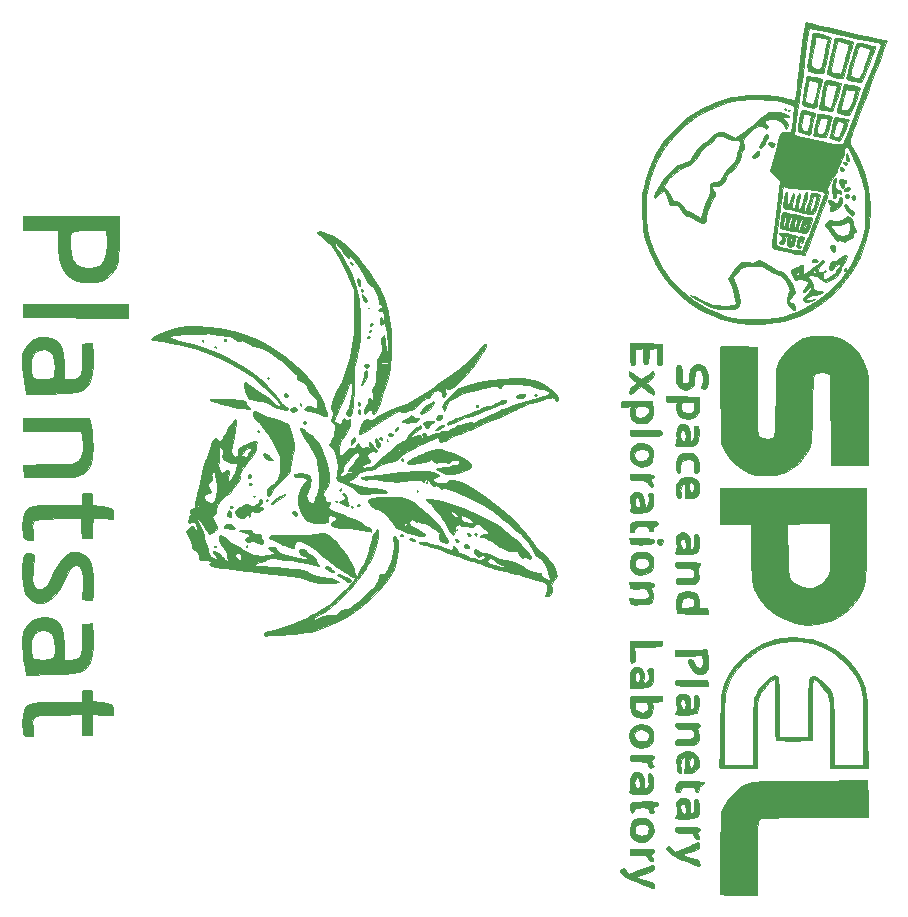
<source format=gbr>
G04 #@! TF.GenerationSoftware,KiCad,Pcbnew,(5.1.2)-2*
G04 #@! TF.CreationDate,2021-12-15T08:56:33-03:00*
G04 #@! TF.ProjectId,MAG_Plus,4d41475f-506c-4757-932e-6b696361645f,rev?*
G04 #@! TF.SameCoordinates,Original*
G04 #@! TF.FileFunction,Legend,Top*
G04 #@! TF.FilePolarity,Positive*
%FSLAX46Y46*%
G04 Gerber Fmt 4.6, Leading zero omitted, Abs format (unit mm)*
G04 Created by KiCad (PCBNEW (5.1.2)-2) date 2021-12-15 08:56:33*
%MOMM*%
%LPD*%
G04 APERTURE LIST*
%ADD10C,0.010000*%
G04 APERTURE END LIST*
D10*
G36*
X30146406Y-52798517D02*
G01*
X30020193Y-53387498D01*
X29784445Y-53828870D01*
X29418867Y-54171062D01*
X29228005Y-54293198D01*
X29044809Y-54387155D01*
X28837640Y-54455201D01*
X28563866Y-54501477D01*
X28180854Y-54530121D01*
X27645973Y-54545272D01*
X26916590Y-54551069D01*
X26565499Y-54551692D01*
X24342500Y-54553500D01*
X24265636Y-53499382D01*
X26491401Y-53454941D01*
X27297847Y-53437029D01*
X27889954Y-53416898D01*
X28307366Y-53389441D01*
X28589729Y-53349548D01*
X28776686Y-53292112D01*
X28907883Y-53212023D01*
X28995258Y-53132296D01*
X29190952Y-52795548D01*
X29314352Y-52299476D01*
X29353524Y-51731476D01*
X29296532Y-51178950D01*
X29274680Y-51086118D01*
X29165372Y-50666737D01*
X26722186Y-50668175D01*
X24279000Y-50669612D01*
X24279000Y-49537000D01*
X29841666Y-49537000D01*
X30011961Y-50203750D01*
X30091911Y-50650451D01*
X30152034Y-51240579D01*
X30181874Y-51863732D01*
X30183378Y-52013500D01*
X30146406Y-52798517D01*
X30146406Y-52798517D01*
G37*
X30146406Y-52798517D02*
X30020193Y-53387498D01*
X29784445Y-53828870D01*
X29418867Y-54171062D01*
X29228005Y-54293198D01*
X29044809Y-54387155D01*
X28837640Y-54455201D01*
X28563866Y-54501477D01*
X28180854Y-54530121D01*
X27645973Y-54545272D01*
X26916590Y-54551069D01*
X26565499Y-54551692D01*
X24342500Y-54553500D01*
X24265636Y-53499382D01*
X26491401Y-53454941D01*
X27297847Y-53437029D01*
X27889954Y-53416898D01*
X28307366Y-53389441D01*
X28589729Y-53349548D01*
X28776686Y-53292112D01*
X28907883Y-53212023D01*
X28995258Y-53132296D01*
X29190952Y-52795548D01*
X29314352Y-52299476D01*
X29353524Y-51731476D01*
X29296532Y-51178950D01*
X29274680Y-51086118D01*
X29165372Y-50666737D01*
X26722186Y-50668175D01*
X24279000Y-50669612D01*
X24279000Y-49537000D01*
X29841666Y-49537000D01*
X30011961Y-50203750D01*
X30091911Y-50650451D01*
X30152034Y-51240579D01*
X30181874Y-51863732D01*
X30183378Y-52013500D01*
X30146406Y-52798517D01*
G36*
X24279000Y-41005853D02*
G01*
X24279000Y-39885000D01*
X33169000Y-39885000D01*
X33169000Y-41038201D01*
X24279000Y-41005853D01*
X24279000Y-41005853D01*
G37*
X24279000Y-41005853D02*
X24279000Y-39885000D01*
X33169000Y-39885000D01*
X33169000Y-41038201D01*
X24279000Y-41005853D01*
G36*
X32383618Y-34392250D02*
G01*
X32360482Y-35173198D01*
X32331839Y-35748489D01*
X32291355Y-36166465D01*
X32232697Y-36475468D01*
X32149534Y-36723838D01*
X32051102Y-36930540D01*
X31656944Y-37462859D01*
X31117612Y-37814674D01*
X30411599Y-37996469D01*
X29799409Y-38028104D01*
X29300034Y-38000474D01*
X28862982Y-37937504D01*
X28592909Y-37856753D01*
X27995044Y-37428973D01*
X27569426Y-36844763D01*
X27310219Y-36090528D01*
X27211585Y-35152676D01*
X27218514Y-34656160D01*
X27263500Y-33647389D01*
X24279000Y-33632717D01*
X24279000Y-32392000D01*
X31327500Y-32392000D01*
X31327500Y-33626395D01*
X29878297Y-33638046D01*
X29173262Y-33653981D01*
X28695243Y-33690482D01*
X28417861Y-33750544D01*
X28324492Y-33814598D01*
X28242515Y-34096860D01*
X28213016Y-34540230D01*
X28231632Y-35058258D01*
X28294003Y-35564494D01*
X28395767Y-35972489D01*
X28438448Y-36073233D01*
X28759297Y-36507506D01*
X29210983Y-36754480D01*
X29832047Y-36835082D01*
X29841557Y-36835127D01*
X30436611Y-36773026D01*
X30873339Y-36567965D01*
X31165961Y-36198793D01*
X31328695Y-35644356D01*
X31375759Y-34883503D01*
X31367554Y-34564947D01*
X31327500Y-33626395D01*
X31327500Y-32392000D01*
X32433614Y-32392000D01*
X32383618Y-34392250D01*
X32383618Y-34392250D01*
G37*
X32383618Y-34392250D02*
X32360482Y-35173198D01*
X32331839Y-35748489D01*
X32291355Y-36166465D01*
X32232697Y-36475468D01*
X32149534Y-36723838D01*
X32051102Y-36930540D01*
X31656944Y-37462859D01*
X31117612Y-37814674D01*
X30411599Y-37996469D01*
X29799409Y-38028104D01*
X29300034Y-38000474D01*
X28862982Y-37937504D01*
X28592909Y-37856753D01*
X27995044Y-37428973D01*
X27569426Y-36844763D01*
X27310219Y-36090528D01*
X27211585Y-35152676D01*
X27218514Y-34656160D01*
X27263500Y-33647389D01*
X24279000Y-33632717D01*
X24279000Y-32392000D01*
X31327500Y-32392000D01*
X31327500Y-33626395D01*
X29878297Y-33638046D01*
X29173262Y-33653981D01*
X28695243Y-33690482D01*
X28417861Y-33750544D01*
X28324492Y-33814598D01*
X28242515Y-34096860D01*
X28213016Y-34540230D01*
X28231632Y-35058258D01*
X28294003Y-35564494D01*
X28395767Y-35972489D01*
X28438448Y-36073233D01*
X28759297Y-36507506D01*
X29210983Y-36754480D01*
X29832047Y-36835082D01*
X29841557Y-36835127D01*
X30436611Y-36773026D01*
X30873339Y-36567965D01*
X31165961Y-36198793D01*
X31328695Y-35644356D01*
X31375759Y-34883503D01*
X31367554Y-34564947D01*
X31327500Y-33626395D01*
X31327500Y-32392000D01*
X32433614Y-32392000D01*
X32383618Y-34392250D01*
G36*
X31010000Y-74646000D02*
G01*
X30121000Y-74591100D01*
X30121000Y-76334000D01*
X29232000Y-76334000D01*
X29232041Y-75476750D01*
X29232081Y-74619500D01*
X27315286Y-74645454D01*
X26444945Y-74666560D01*
X25813115Y-74703829D01*
X25404740Y-74758594D01*
X25204764Y-74832189D01*
X25204653Y-74832281D01*
X25092538Y-74998688D01*
X25054345Y-75288305D01*
X25077364Y-75727076D01*
X25143914Y-76461000D01*
X24727332Y-76461000D01*
X24430513Y-76427953D01*
X24288911Y-76277856D01*
X24231375Y-76064125D01*
X24159682Y-75325761D01*
X24235651Y-74650559D01*
X24334489Y-74350044D01*
X24473795Y-74069517D01*
X24637979Y-73862145D01*
X24865238Y-73716996D01*
X25193764Y-73623139D01*
X25661755Y-73569641D01*
X26307403Y-73545572D01*
X27164759Y-73540000D01*
X29232000Y-73540000D01*
X29232000Y-73032000D01*
X29245457Y-72706745D01*
X29328545Y-72562200D01*
X29545339Y-72525135D01*
X29676500Y-72524000D01*
X29963986Y-72540249D01*
X30089620Y-72638503D01*
X30120307Y-72893022D01*
X30121000Y-73017366D01*
X30121000Y-73510733D01*
X30839410Y-73600492D01*
X31356358Y-73673104D01*
X31670591Y-73753104D01*
X31832270Y-73871762D01*
X31891555Y-74060349D01*
X31899000Y-74261038D01*
X31899000Y-74700901D01*
X31010000Y-74646000D01*
X31010000Y-74646000D01*
G37*
X31010000Y-74646000D02*
X30121000Y-74591100D01*
X30121000Y-76334000D01*
X29232000Y-76334000D01*
X29232041Y-75476750D01*
X29232081Y-74619500D01*
X27315286Y-74645454D01*
X26444945Y-74666560D01*
X25813115Y-74703829D01*
X25404740Y-74758594D01*
X25204764Y-74832189D01*
X25204653Y-74832281D01*
X25092538Y-74998688D01*
X25054345Y-75288305D01*
X25077364Y-75727076D01*
X25143914Y-76461000D01*
X24727332Y-76461000D01*
X24430513Y-76427953D01*
X24288911Y-76277856D01*
X24231375Y-76064125D01*
X24159682Y-75325761D01*
X24235651Y-74650559D01*
X24334489Y-74350044D01*
X24473795Y-74069517D01*
X24637979Y-73862145D01*
X24865238Y-73716996D01*
X25193764Y-73623139D01*
X25661755Y-73569641D01*
X26307403Y-73545572D01*
X27164759Y-73540000D01*
X29232000Y-73540000D01*
X29232000Y-73032000D01*
X29245457Y-72706745D01*
X29328545Y-72562200D01*
X29545339Y-72525135D01*
X29676500Y-72524000D01*
X29963986Y-72540249D01*
X30089620Y-72638503D01*
X30120307Y-72893022D01*
X30121000Y-73017366D01*
X30121000Y-73510733D01*
X30839410Y-73600492D01*
X31356358Y-73673104D01*
X31670591Y-73753104D01*
X31832270Y-73871762D01*
X31891555Y-74060349D01*
X31899000Y-74261038D01*
X31899000Y-74700901D01*
X31010000Y-74646000D01*
G36*
X30146797Y-69603181D02*
G01*
X29939732Y-70204625D01*
X29869423Y-70330486D01*
X29681909Y-70612784D01*
X29484115Y-70824368D01*
X29236840Y-70976395D01*
X28900886Y-71080023D01*
X28437052Y-71146410D01*
X27806140Y-71186714D01*
X26968949Y-71212092D01*
X26755905Y-71216723D01*
X24555923Y-71262744D01*
X24403127Y-70591622D01*
X24305633Y-70039500D01*
X24237134Y-69407011D01*
X24201214Y-68770016D01*
X24201457Y-68204377D01*
X24241445Y-67785958D01*
X24265919Y-67687023D01*
X24569074Y-67063096D01*
X25010954Y-66648362D01*
X25605261Y-66433275D01*
X25957254Y-66407948D01*
X25957254Y-67474041D01*
X25521618Y-67572379D01*
X25174450Y-67813660D01*
X25076234Y-67956291D01*
X24970790Y-68322343D01*
X24921916Y-68822785D01*
X24935011Y-69343215D01*
X24994047Y-69698250D01*
X25057889Y-69850677D01*
X25187367Y-69936671D01*
X25443663Y-69974884D01*
X25887959Y-69983972D01*
X25931225Y-69984000D01*
X26434276Y-69970578D01*
X26735801Y-69895894D01*
X26887261Y-69708319D01*
X26940114Y-69356224D01*
X26946000Y-68965880D01*
X26890264Y-68300569D01*
X26717018Y-67842310D01*
X26417214Y-67568474D01*
X26379763Y-67550289D01*
X25957254Y-67474041D01*
X25957254Y-66407948D01*
X26118111Y-66396373D01*
X26726924Y-66483857D01*
X27185515Y-66736171D01*
X27504828Y-67169291D01*
X27695806Y-67799191D01*
X27769394Y-68641849D01*
X27771017Y-68809250D01*
X27771500Y-69984000D01*
X28291567Y-69984000D01*
X28697046Y-69947917D01*
X28979484Y-69815710D01*
X29159380Y-69551439D01*
X29257230Y-69119166D01*
X29293533Y-68482950D01*
X29295500Y-68223771D01*
X29295500Y-66999500D01*
X29696741Y-66960561D01*
X30097982Y-66921623D01*
X30187720Y-67879256D01*
X30228125Y-68838335D01*
X30146797Y-69603181D01*
X30146797Y-69603181D01*
G37*
X30146797Y-69603181D02*
X29939732Y-70204625D01*
X29869423Y-70330486D01*
X29681909Y-70612784D01*
X29484115Y-70824368D01*
X29236840Y-70976395D01*
X28900886Y-71080023D01*
X28437052Y-71146410D01*
X27806140Y-71186714D01*
X26968949Y-71212092D01*
X26755905Y-71216723D01*
X24555923Y-71262744D01*
X24403127Y-70591622D01*
X24305633Y-70039500D01*
X24237134Y-69407011D01*
X24201214Y-68770016D01*
X24201457Y-68204377D01*
X24241445Y-67785958D01*
X24265919Y-67687023D01*
X24569074Y-67063096D01*
X25010954Y-66648362D01*
X25605261Y-66433275D01*
X25957254Y-66407948D01*
X25957254Y-67474041D01*
X25521618Y-67572379D01*
X25174450Y-67813660D01*
X25076234Y-67956291D01*
X24970790Y-68322343D01*
X24921916Y-68822785D01*
X24935011Y-69343215D01*
X24994047Y-69698250D01*
X25057889Y-69850677D01*
X25187367Y-69936671D01*
X25443663Y-69974884D01*
X25887959Y-69983972D01*
X25931225Y-69984000D01*
X26434276Y-69970578D01*
X26735801Y-69895894D01*
X26887261Y-69708319D01*
X26940114Y-69356224D01*
X26946000Y-68965880D01*
X26890264Y-68300569D01*
X26717018Y-67842310D01*
X26417214Y-67568474D01*
X26379763Y-67550289D01*
X25957254Y-67474041D01*
X25957254Y-66407948D01*
X26118111Y-66396373D01*
X26726924Y-66483857D01*
X27185515Y-66736171D01*
X27504828Y-67169291D01*
X27695806Y-67799191D01*
X27769394Y-68641849D01*
X27771017Y-68809250D01*
X27771500Y-69984000D01*
X28291567Y-69984000D01*
X28697046Y-69947917D01*
X28979484Y-69815710D01*
X29159380Y-69551439D01*
X29257230Y-69119166D01*
X29293533Y-68482950D01*
X29295500Y-68223771D01*
X29295500Y-66999500D01*
X29696741Y-66960561D01*
X30097982Y-66921623D01*
X30187720Y-67879256D01*
X30228125Y-68838335D01*
X30146797Y-69603181D01*
G36*
X30178902Y-64087954D02*
G01*
X30163758Y-64546800D01*
X30141544Y-64849583D01*
X30121000Y-64941863D01*
X29963635Y-64966161D01*
X29673339Y-64942247D01*
X29669652Y-64941687D01*
X29281803Y-64882480D01*
X29326302Y-63781990D01*
X29325222Y-63033602D01*
X29246978Y-62506074D01*
X29084198Y-62176042D01*
X28829504Y-62020142D01*
X28766234Y-62007707D01*
X28522553Y-62061502D01*
X28265522Y-62305365D01*
X27980392Y-62758308D01*
X27652412Y-63439346D01*
X27648089Y-63449133D01*
X27296014Y-64097854D01*
X26873815Y-64642268D01*
X26425372Y-65035246D01*
X25994565Y-65229660D01*
X25989356Y-65230656D01*
X25424469Y-65216503D01*
X24915764Y-64982045D01*
X24528222Y-64560826D01*
X24464186Y-64443374D01*
X24339065Y-64050713D01*
X24243795Y-63499088D01*
X24186723Y-62882623D01*
X24176195Y-62295443D01*
X24220560Y-61831670D01*
X24229087Y-61792500D01*
X24306213Y-61453375D01*
X24351803Y-61245028D01*
X24440977Y-61042213D01*
X24641990Y-60981516D01*
X24823108Y-60991028D01*
X25107990Y-61052170D01*
X25200960Y-61189713D01*
X25196937Y-61284500D01*
X25170147Y-61531846D01*
X25131720Y-61947289D01*
X25089488Y-62445674D01*
X25085092Y-62500092D01*
X25059535Y-63166239D01*
X25116558Y-63618793D01*
X25267907Y-63888082D01*
X25525331Y-64004435D01*
X25671821Y-64015000D01*
X25911973Y-63974784D01*
X26131375Y-63831457D01*
X26357731Y-63550992D01*
X26618746Y-63099367D01*
X26928167Y-62472091D01*
X27369460Y-61702553D01*
X27847654Y-61177337D01*
X28358921Y-60898733D01*
X28899433Y-60869030D01*
X29348182Y-61024905D01*
X29693920Y-61282102D01*
X29938789Y-61662592D01*
X30094078Y-62200174D01*
X30171080Y-62928645D01*
X30184500Y-63528166D01*
X30178902Y-64087954D01*
X30178902Y-64087954D01*
G37*
X30178902Y-64087954D02*
X30163758Y-64546800D01*
X30141544Y-64849583D01*
X30121000Y-64941863D01*
X29963635Y-64966161D01*
X29673339Y-64942247D01*
X29669652Y-64941687D01*
X29281803Y-64882480D01*
X29326302Y-63781990D01*
X29325222Y-63033602D01*
X29246978Y-62506074D01*
X29084198Y-62176042D01*
X28829504Y-62020142D01*
X28766234Y-62007707D01*
X28522553Y-62061502D01*
X28265522Y-62305365D01*
X27980392Y-62758308D01*
X27652412Y-63439346D01*
X27648089Y-63449133D01*
X27296014Y-64097854D01*
X26873815Y-64642268D01*
X26425372Y-65035246D01*
X25994565Y-65229660D01*
X25989356Y-65230656D01*
X25424469Y-65216503D01*
X24915764Y-64982045D01*
X24528222Y-64560826D01*
X24464186Y-64443374D01*
X24339065Y-64050713D01*
X24243795Y-63499088D01*
X24186723Y-62882623D01*
X24176195Y-62295443D01*
X24220560Y-61831670D01*
X24229087Y-61792500D01*
X24306213Y-61453375D01*
X24351803Y-61245028D01*
X24440977Y-61042213D01*
X24641990Y-60981516D01*
X24823108Y-60991028D01*
X25107990Y-61052170D01*
X25200960Y-61189713D01*
X25196937Y-61284500D01*
X25170147Y-61531846D01*
X25131720Y-61947289D01*
X25089488Y-62445674D01*
X25085092Y-62500092D01*
X25059535Y-63166239D01*
X25116558Y-63618793D01*
X25267907Y-63888082D01*
X25525331Y-64004435D01*
X25671821Y-64015000D01*
X25911973Y-63974784D01*
X26131375Y-63831457D01*
X26357731Y-63550992D01*
X26618746Y-63099367D01*
X26928167Y-62472091D01*
X27369460Y-61702553D01*
X27847654Y-61177337D01*
X28358921Y-60898733D01*
X28899433Y-60869030D01*
X29348182Y-61024905D01*
X29693920Y-61282102D01*
X29938789Y-61662592D01*
X30094078Y-62200174D01*
X30171080Y-62928645D01*
X30184500Y-63528166D01*
X30178902Y-64087954D01*
G36*
X31041750Y-58025597D02*
G01*
X30184500Y-57982500D01*
X30146948Y-58839750D01*
X30109395Y-59697000D01*
X29243606Y-59697000D01*
X29206053Y-58858103D01*
X29168500Y-58019207D01*
X27269166Y-58038701D01*
X26396822Y-58058245D01*
X25750694Y-58096187D01*
X25340574Y-58151734D01*
X25190323Y-58207174D01*
X25085461Y-58384257D01*
X25055223Y-58712028D01*
X25077364Y-59090076D01*
X25143914Y-59824000D01*
X24727332Y-59824000D01*
X24430513Y-59790953D01*
X24288911Y-59640856D01*
X24231375Y-59427125D01*
X24159682Y-58688761D01*
X24235651Y-58013559D01*
X24334489Y-57713044D01*
X24473795Y-57432517D01*
X24637979Y-57225145D01*
X24865238Y-57079996D01*
X25193764Y-56986139D01*
X25661755Y-56932641D01*
X26307403Y-56908572D01*
X27164759Y-56903000D01*
X29232000Y-56903000D01*
X29232000Y-56395000D01*
X29245457Y-56069745D01*
X29328545Y-55925200D01*
X29545339Y-55888135D01*
X29676500Y-55887000D01*
X29963986Y-55903249D01*
X30089620Y-56001503D01*
X30120307Y-56256022D01*
X30121000Y-56380366D01*
X30121000Y-56873733D01*
X30839410Y-56963492D01*
X31356323Y-57036077D01*
X31670534Y-57116085D01*
X31832211Y-57234903D01*
X31891519Y-57423918D01*
X31899000Y-57626435D01*
X31899000Y-58068695D01*
X31041750Y-58025597D01*
X31041750Y-58025597D01*
G37*
X31041750Y-58025597D02*
X30184500Y-57982500D01*
X30146948Y-58839750D01*
X30109395Y-59697000D01*
X29243606Y-59697000D01*
X29206053Y-58858103D01*
X29168500Y-58019207D01*
X27269166Y-58038701D01*
X26396822Y-58058245D01*
X25750694Y-58096187D01*
X25340574Y-58151734D01*
X25190323Y-58207174D01*
X25085461Y-58384257D01*
X25055223Y-58712028D01*
X25077364Y-59090076D01*
X25143914Y-59824000D01*
X24727332Y-59824000D01*
X24430513Y-59790953D01*
X24288911Y-59640856D01*
X24231375Y-59427125D01*
X24159682Y-58688761D01*
X24235651Y-58013559D01*
X24334489Y-57713044D01*
X24473795Y-57432517D01*
X24637979Y-57225145D01*
X24865238Y-57079996D01*
X25193764Y-56986139D01*
X25661755Y-56932641D01*
X26307403Y-56908572D01*
X27164759Y-56903000D01*
X29232000Y-56903000D01*
X29232000Y-56395000D01*
X29245457Y-56069745D01*
X29328545Y-55925200D01*
X29545339Y-55888135D01*
X29676500Y-55887000D01*
X29963986Y-55903249D01*
X30089620Y-56001503D01*
X30120307Y-56256022D01*
X30121000Y-56380366D01*
X30121000Y-56873733D01*
X30839410Y-56963492D01*
X31356323Y-57036077D01*
X31670534Y-57116085D01*
X31832211Y-57234903D01*
X31891519Y-57423918D01*
X31899000Y-57626435D01*
X31899000Y-58068695D01*
X31041750Y-58025597D01*
G36*
X30147194Y-45843303D02*
G01*
X29940466Y-46441267D01*
X29824123Y-46638445D01*
X29621659Y-46905912D01*
X29397740Y-47106584D01*
X29112999Y-47250865D01*
X28728065Y-47349158D01*
X28203572Y-47411866D01*
X27500151Y-47449392D01*
X26675991Y-47470338D01*
X24564481Y-47510268D01*
X24408722Y-46904384D01*
X24314684Y-46414807D01*
X24245568Y-45816348D01*
X24205106Y-45186115D01*
X24197028Y-44601215D01*
X24225066Y-44138756D01*
X24265180Y-43938023D01*
X24569536Y-43313594D01*
X25011514Y-42898970D01*
X25605429Y-42684181D01*
X26098625Y-42648772D01*
X26098625Y-43724457D01*
X25674085Y-43744329D01*
X25299099Y-43939686D01*
X25112796Y-44172863D01*
X24985346Y-44568714D01*
X24924761Y-45095247D01*
X24938818Y-45636113D01*
X24994047Y-45949250D01*
X25057889Y-46101677D01*
X25187367Y-46187671D01*
X25443663Y-46225884D01*
X25887959Y-46234972D01*
X25931225Y-46235000D01*
X26421305Y-46220710D01*
X26710084Y-46170491D01*
X26849037Y-46073314D01*
X26868913Y-46034112D01*
X26931783Y-45693653D01*
X26942370Y-45220149D01*
X26905960Y-44725751D01*
X26827843Y-44322607D01*
X26782679Y-44205109D01*
X26494296Y-43878555D01*
X26098625Y-43724457D01*
X26098625Y-42648772D01*
X26118111Y-42647373D01*
X26726924Y-42734857D01*
X27185515Y-42987171D01*
X27504828Y-43420291D01*
X27695806Y-44050191D01*
X27769394Y-44892849D01*
X27771017Y-45060250D01*
X27771500Y-46235000D01*
X28291567Y-46235000D01*
X28697046Y-46198917D01*
X28979484Y-46066710D01*
X29159380Y-45802439D01*
X29257230Y-45370166D01*
X29293533Y-44733950D01*
X29295500Y-44474771D01*
X29295500Y-43250500D01*
X29696741Y-43211561D01*
X30097982Y-43172623D01*
X30187720Y-44130256D01*
X30228067Y-45083624D01*
X30147194Y-45843303D01*
X30147194Y-45843303D01*
G37*
X30147194Y-45843303D02*
X29940466Y-46441267D01*
X29824123Y-46638445D01*
X29621659Y-46905912D01*
X29397740Y-47106584D01*
X29112999Y-47250865D01*
X28728065Y-47349158D01*
X28203572Y-47411866D01*
X27500151Y-47449392D01*
X26675991Y-47470338D01*
X24564481Y-47510268D01*
X24408722Y-46904384D01*
X24314684Y-46414807D01*
X24245568Y-45816348D01*
X24205106Y-45186115D01*
X24197028Y-44601215D01*
X24225066Y-44138756D01*
X24265180Y-43938023D01*
X24569536Y-43313594D01*
X25011514Y-42898970D01*
X25605429Y-42684181D01*
X26098625Y-42648772D01*
X26098625Y-43724457D01*
X25674085Y-43744329D01*
X25299099Y-43939686D01*
X25112796Y-44172863D01*
X24985346Y-44568714D01*
X24924761Y-45095247D01*
X24938818Y-45636113D01*
X24994047Y-45949250D01*
X25057889Y-46101677D01*
X25187367Y-46187671D01*
X25443663Y-46225884D01*
X25887959Y-46234972D01*
X25931225Y-46235000D01*
X26421305Y-46220710D01*
X26710084Y-46170491D01*
X26849037Y-46073314D01*
X26868913Y-46034112D01*
X26931783Y-45693653D01*
X26942370Y-45220149D01*
X26905960Y-44725751D01*
X26827843Y-44322607D01*
X26782679Y-44205109D01*
X26494296Y-43878555D01*
X26098625Y-43724457D01*
X26098625Y-42648772D01*
X26118111Y-42647373D01*
X26726924Y-42734857D01*
X27185515Y-42987171D01*
X27504828Y-43420291D01*
X27695806Y-44050191D01*
X27769394Y-44892849D01*
X27771017Y-45060250D01*
X27771500Y-46235000D01*
X28291567Y-46235000D01*
X28697046Y-46198917D01*
X28979484Y-46066710D01*
X29159380Y-45802439D01*
X29257230Y-45370166D01*
X29293533Y-44733950D01*
X29295500Y-44474771D01*
X29295500Y-43250500D01*
X29696741Y-43211561D01*
X30097982Y-43172623D01*
X30187720Y-44130256D01*
X30228067Y-45083624D01*
X30147194Y-45843303D01*
G36*
X52150831Y-36413128D02*
G01*
X52197728Y-36535608D01*
X52138470Y-36601341D01*
X52130936Y-36601600D01*
X52013537Y-36520192D01*
X51970000Y-36440710D01*
X51967245Y-36321604D01*
X52028980Y-36320060D01*
X52150831Y-36413128D01*
X52150831Y-36413128D01*
G37*
X52150831Y-36413128D02*
X52197728Y-36535608D01*
X52138470Y-36601341D01*
X52130936Y-36601600D01*
X52013537Y-36520192D01*
X51970000Y-36440710D01*
X51967245Y-36321604D01*
X52028980Y-36320060D01*
X52150831Y-36413128D01*
G36*
X52747562Y-37800109D02*
G01*
X52783223Y-37864211D01*
X52813338Y-38034621D01*
X52806090Y-38226799D01*
X52771577Y-38369954D01*
X52719893Y-38393296D01*
X52709721Y-38379600D01*
X52620018Y-38168380D01*
X52572622Y-37937849D01*
X52577880Y-37764902D01*
X52620853Y-37719200D01*
X52747562Y-37800109D01*
X52747562Y-37800109D01*
G37*
X52747562Y-37800109D02*
X52783223Y-37864211D01*
X52813338Y-38034621D01*
X52806090Y-38226799D01*
X52771577Y-38369954D01*
X52719893Y-38393296D01*
X52709721Y-38379600D01*
X52620018Y-38168380D01*
X52572622Y-37937849D01*
X52577880Y-37764902D01*
X52620853Y-37719200D01*
X52747562Y-37800109D01*
G36*
X53021865Y-38707352D02*
G01*
X53026000Y-38735200D01*
X52991335Y-38834158D01*
X52981196Y-38836800D01*
X52894453Y-38765605D01*
X52873600Y-38735200D01*
X52881655Y-38641577D01*
X52918403Y-38633600D01*
X53021865Y-38707352D01*
X53021865Y-38707352D01*
G37*
X53021865Y-38707352D02*
X53026000Y-38735200D01*
X52991335Y-38834158D01*
X52981196Y-38836800D01*
X52894453Y-38765605D01*
X52873600Y-38735200D01*
X52881655Y-38641577D01*
X52918403Y-38633600D01*
X53021865Y-38707352D01*
G36*
X53041858Y-39097726D02*
G01*
X53190588Y-39288902D01*
X53283331Y-39452842D01*
X53373143Y-39662225D01*
X53349018Y-39744432D01*
X53308009Y-39750407D01*
X53176632Y-39666791D01*
X53051400Y-39476151D01*
X52947426Y-39193847D01*
X52952525Y-39066873D01*
X53041858Y-39097726D01*
X53041858Y-39097726D01*
G37*
X53041858Y-39097726D02*
X53190588Y-39288902D01*
X53283331Y-39452842D01*
X53373143Y-39662225D01*
X53349018Y-39744432D01*
X53308009Y-39750407D01*
X53176632Y-39666791D01*
X53051400Y-39476151D01*
X52947426Y-39193847D01*
X52952525Y-39066873D01*
X53041858Y-39097726D01*
G36*
X53601733Y-40191466D02*
G01*
X53587786Y-40251867D01*
X53534000Y-40259200D01*
X53450371Y-40222026D01*
X53466266Y-40191466D01*
X53586842Y-40179307D01*
X53601733Y-40191466D01*
X53601733Y-40191466D01*
G37*
X53601733Y-40191466D02*
X53587786Y-40251867D01*
X53534000Y-40259200D01*
X53450371Y-40222026D01*
X53466266Y-40191466D01*
X53586842Y-40179307D01*
X53601733Y-40191466D01*
G36*
X53882417Y-41543779D02*
G01*
X53860508Y-41674180D01*
X53752896Y-41761034D01*
X53651717Y-41731621D01*
X53651296Y-41637134D01*
X53731445Y-41493993D01*
X53788000Y-41473033D01*
X53882417Y-41543779D01*
X53882417Y-41543779D01*
G37*
X53882417Y-41543779D02*
X53860508Y-41674180D01*
X53752896Y-41761034D01*
X53651717Y-41731621D01*
X53651296Y-41637134D01*
X53731445Y-41493993D01*
X53788000Y-41473033D01*
X53882417Y-41543779D01*
G36*
X53736035Y-42166607D02*
G01*
X53737200Y-42189600D01*
X53659094Y-42287295D01*
X53629603Y-42291200D01*
X53568924Y-42228956D01*
X53584800Y-42189600D01*
X53676098Y-42092675D01*
X53692396Y-42088000D01*
X53736035Y-42166607D01*
X53736035Y-42166607D01*
G37*
X53736035Y-42166607D02*
X53737200Y-42189600D01*
X53659094Y-42287295D01*
X53629603Y-42291200D01*
X53568924Y-42228956D01*
X53584800Y-42189600D01*
X53676098Y-42092675D01*
X53692396Y-42088000D01*
X53736035Y-42166607D01*
G36*
X53632647Y-42673315D02*
G01*
X53635600Y-42697600D01*
X53558284Y-42796247D01*
X53534000Y-42799200D01*
X53435352Y-42721884D01*
X53432400Y-42697600D01*
X53509715Y-42598952D01*
X53534000Y-42596000D01*
X53632647Y-42673315D01*
X53632647Y-42673315D01*
G37*
X53632647Y-42673315D02*
X53635600Y-42697600D01*
X53558284Y-42796247D01*
X53534000Y-42799200D01*
X53435352Y-42721884D01*
X53432400Y-42697600D01*
X53509715Y-42598952D01*
X53534000Y-42596000D01*
X53632647Y-42673315D01*
G36*
X41466156Y-42865501D02*
G01*
X41489036Y-42892122D01*
X41478898Y-43024956D01*
X41452277Y-43047836D01*
X41319443Y-43037698D01*
X41296563Y-43011077D01*
X41306701Y-42878243D01*
X41333322Y-42855363D01*
X41466156Y-42865501D01*
X41466156Y-42865501D01*
G37*
X41466156Y-42865501D02*
X41489036Y-42892122D01*
X41478898Y-43024956D01*
X41452277Y-43047836D01*
X41319443Y-43037698D01*
X41296563Y-43011077D01*
X41306701Y-42878243D01*
X41333322Y-42855363D01*
X41466156Y-42865501D01*
G36*
X39479333Y-42934666D02*
G01*
X39491492Y-43055242D01*
X39479333Y-43070133D01*
X39418932Y-43056186D01*
X39411600Y-43002400D01*
X39448773Y-42918771D01*
X39479333Y-42934666D01*
X39479333Y-42934666D01*
G37*
X39479333Y-42934666D02*
X39491492Y-43055242D01*
X39479333Y-43070133D01*
X39418932Y-43056186D01*
X39411600Y-43002400D01*
X39448773Y-42918771D01*
X39479333Y-42934666D01*
G36*
X40626665Y-43482552D02*
G01*
X40630800Y-43510400D01*
X40596135Y-43609358D01*
X40585996Y-43612000D01*
X40499253Y-43540805D01*
X40478400Y-43510400D01*
X40486455Y-43416777D01*
X40523203Y-43408800D01*
X40626665Y-43482552D01*
X40626665Y-43482552D01*
G37*
X40626665Y-43482552D02*
X40630800Y-43510400D01*
X40596135Y-43609358D01*
X40585996Y-43612000D01*
X40499253Y-43540805D01*
X40478400Y-43510400D01*
X40486455Y-43416777D01*
X40523203Y-43408800D01*
X40626665Y-43482552D01*
G36*
X53495534Y-44993748D02*
G01*
X53534000Y-45079203D01*
X53472106Y-45255917D01*
X53327310Y-45271904D01*
X53245464Y-45213224D01*
X53134371Y-45042324D01*
X53208385Y-44947763D01*
X53330800Y-44932800D01*
X53495534Y-44993748D01*
X53495534Y-44993748D01*
G37*
X53495534Y-44993748D02*
X53534000Y-45079203D01*
X53472106Y-45255917D01*
X53327310Y-45271904D01*
X53245464Y-45213224D01*
X53134371Y-45042324D01*
X53208385Y-44947763D01*
X53330800Y-44932800D01*
X53495534Y-44993748D01*
G36*
X45098247Y-46127715D02*
G01*
X45101200Y-46152000D01*
X45023884Y-46250647D01*
X44999600Y-46253600D01*
X44900952Y-46176284D01*
X44898000Y-46152000D01*
X44975315Y-46053352D01*
X44999600Y-46050400D01*
X45098247Y-46127715D01*
X45098247Y-46127715D01*
G37*
X45098247Y-46127715D02*
X45101200Y-46152000D01*
X45023884Y-46250647D01*
X44999600Y-46253600D01*
X44900952Y-46176284D01*
X44898000Y-46152000D01*
X44975315Y-46053352D01*
X44999600Y-46050400D01*
X45098247Y-46127715D01*
G36*
X53361757Y-45627505D02*
G01*
X53368335Y-45867753D01*
X53359739Y-45952480D01*
X53306370Y-46158256D01*
X53209835Y-46389934D01*
X53097467Y-46599199D01*
X52996599Y-46737736D01*
X52934565Y-46757230D01*
X52926659Y-46718013D01*
X52953343Y-46561950D01*
X53020827Y-46316873D01*
X53022476Y-46311613D01*
X53115694Y-45980391D01*
X53180500Y-45705504D01*
X53246449Y-45516907D01*
X53313998Y-45500732D01*
X53361757Y-45627505D01*
X53361757Y-45627505D01*
G37*
X53361757Y-45627505D02*
X53368335Y-45867753D01*
X53359739Y-45952480D01*
X53306370Y-46158256D01*
X53209835Y-46389934D01*
X53097467Y-46599199D01*
X52996599Y-46737736D01*
X52934565Y-46757230D01*
X52926659Y-46718013D01*
X52953343Y-46561950D01*
X53020827Y-46316873D01*
X53022476Y-46311613D01*
X53115694Y-45980391D01*
X53180500Y-45705504D01*
X53246449Y-45516907D01*
X53313998Y-45500732D01*
X53361757Y-45627505D01*
G36*
X67755047Y-47550115D02*
G01*
X67758000Y-47574400D01*
X67680684Y-47673047D01*
X67656400Y-47676000D01*
X67557752Y-47598684D01*
X67554800Y-47574400D01*
X67632115Y-47475752D01*
X67656400Y-47472800D01*
X67755047Y-47550115D01*
X67755047Y-47550115D01*
G37*
X67755047Y-47550115D02*
X67758000Y-47574400D01*
X67680684Y-47673047D01*
X67656400Y-47676000D01*
X67557752Y-47598684D01*
X67554800Y-47574400D01*
X67632115Y-47475752D01*
X67656400Y-47472800D01*
X67755047Y-47550115D01*
G36*
X46582326Y-47479378D02*
G01*
X46676375Y-47620501D01*
X46668885Y-47687511D01*
X46526737Y-47774010D01*
X46378887Y-47687735D01*
X46371200Y-47676000D01*
X46343797Y-47512110D01*
X46443160Y-47430799D01*
X46582326Y-47479378D01*
X46582326Y-47479378D01*
G37*
X46582326Y-47479378D02*
X46676375Y-47620501D01*
X46668885Y-47687511D01*
X46526737Y-47774010D01*
X46378887Y-47687735D01*
X46371200Y-47676000D01*
X46343797Y-47512110D01*
X46443160Y-47430799D01*
X46582326Y-47479378D01*
G36*
X66772242Y-47536984D02*
G01*
X66774985Y-47539651D01*
X66777834Y-47661818D01*
X66728678Y-47742851D01*
X66554684Y-47840039D01*
X66305869Y-47876750D01*
X66079011Y-47847811D01*
X65983150Y-47782697D01*
X66002255Y-47666922D01*
X66157564Y-47563945D01*
X66382231Y-47494284D01*
X66609406Y-47478457D01*
X66772242Y-47536984D01*
X66772242Y-47536984D01*
G37*
X66772242Y-47536984D02*
X66774985Y-47539651D01*
X66777834Y-47661818D01*
X66728678Y-47742851D01*
X66554684Y-47840039D01*
X66305869Y-47876750D01*
X66079011Y-47847811D01*
X65983150Y-47782697D01*
X66002255Y-47666922D01*
X66157564Y-47563945D01*
X66382231Y-47494284D01*
X66609406Y-47478457D01*
X66772242Y-47536984D01*
G36*
X52811337Y-48266291D02*
G01*
X52822800Y-48336400D01*
X52767938Y-48471606D01*
X52721200Y-48488800D01*
X52631062Y-48406508D01*
X52619600Y-48336400D01*
X52674461Y-48201193D01*
X52721200Y-48184000D01*
X52811337Y-48266291D01*
X52811337Y-48266291D01*
G37*
X52811337Y-48266291D02*
X52822800Y-48336400D01*
X52767938Y-48471606D01*
X52721200Y-48488800D01*
X52631062Y-48406508D01*
X52619600Y-48336400D01*
X52674461Y-48201193D01*
X52721200Y-48184000D01*
X52811337Y-48266291D01*
G36*
X47840265Y-48359352D02*
G01*
X47844400Y-48387200D01*
X47809735Y-48486158D01*
X47799596Y-48488800D01*
X47712853Y-48417605D01*
X47692000Y-48387200D01*
X47700055Y-48293577D01*
X47736803Y-48285600D01*
X47840265Y-48359352D01*
X47840265Y-48359352D01*
G37*
X47840265Y-48359352D02*
X47844400Y-48387200D01*
X47809735Y-48486158D01*
X47799596Y-48488800D01*
X47712853Y-48417605D01*
X47692000Y-48387200D01*
X47700055Y-48293577D01*
X47736803Y-48285600D01*
X47840265Y-48359352D01*
G36*
X62802156Y-48453501D02*
G01*
X62825036Y-48480122D01*
X62814898Y-48612956D01*
X62788277Y-48635836D01*
X62655443Y-48625698D01*
X62632563Y-48599077D01*
X62642701Y-48466243D01*
X62669322Y-48443363D01*
X62802156Y-48453501D01*
X62802156Y-48453501D01*
G37*
X62802156Y-48453501D02*
X62825036Y-48480122D01*
X62814898Y-48612956D01*
X62788277Y-48635836D01*
X62655443Y-48625698D01*
X62632563Y-48599077D01*
X62642701Y-48466243D01*
X62669322Y-48443363D01*
X62802156Y-48453501D01*
G36*
X40901690Y-47901622D02*
G01*
X41259451Y-47918841D01*
X41934984Y-47956137D01*
X42433135Y-47994127D01*
X42779674Y-48037970D01*
X43000369Y-48092824D01*
X43120989Y-48163849D01*
X43167305Y-48256204D01*
X43170800Y-48301488D01*
X43241053Y-48491382D01*
X43323200Y-48553658D01*
X43442176Y-48643830D01*
X43477435Y-48744983D01*
X43401979Y-48777870D01*
X43399400Y-48777340D01*
X43255021Y-48755586D01*
X43002808Y-48723907D01*
X42967600Y-48719782D01*
X42558054Y-48658977D01*
X42076628Y-48567204D01*
X41567426Y-48455382D01*
X41074550Y-48334431D01*
X40642105Y-48215268D01*
X40314193Y-48108813D01*
X40134917Y-48025985D01*
X40122800Y-48015472D01*
X40076190Y-47949980D01*
X40102829Y-47908225D01*
X40230661Y-47887831D01*
X40487633Y-47886422D01*
X40901690Y-47901622D01*
X40901690Y-47901622D01*
G37*
X40901690Y-47901622D02*
X41259451Y-47918841D01*
X41934984Y-47956137D01*
X42433135Y-47994127D01*
X42779674Y-48037970D01*
X43000369Y-48092824D01*
X43120989Y-48163849D01*
X43167305Y-48256204D01*
X43170800Y-48301488D01*
X43241053Y-48491382D01*
X43323200Y-48553658D01*
X43442176Y-48643830D01*
X43477435Y-48744983D01*
X43401979Y-48777870D01*
X43399400Y-48777340D01*
X43255021Y-48755586D01*
X43002808Y-48723907D01*
X42967600Y-48719782D01*
X42558054Y-48658977D01*
X42076628Y-48567204D01*
X41567426Y-48455382D01*
X41074550Y-48334431D01*
X40642105Y-48215268D01*
X40314193Y-48108813D01*
X40134917Y-48025985D01*
X40122800Y-48015472D01*
X40076190Y-47949980D01*
X40102829Y-47908225D01*
X40230661Y-47887831D01*
X40487633Y-47886422D01*
X40901690Y-47901622D01*
G36*
X47360234Y-48673847D02*
G01*
X47438000Y-48841211D01*
X47358563Y-48964180D01*
X47169884Y-48989748D01*
X46950590Y-48910075D01*
X46876412Y-48816911D01*
X46974696Y-48697065D01*
X47178925Y-48617091D01*
X47360234Y-48673847D01*
X47360234Y-48673847D01*
G37*
X47360234Y-48673847D02*
X47438000Y-48841211D01*
X47358563Y-48964180D01*
X47169884Y-48989748D01*
X46950590Y-48910075D01*
X46876412Y-48816911D01*
X46974696Y-48697065D01*
X47178925Y-48617091D01*
X47360234Y-48673847D01*
G36*
X59038545Y-48161505D02*
G01*
X59054841Y-48304095D01*
X58940114Y-48513434D01*
X58735676Y-48748604D01*
X58482836Y-48968685D01*
X58222902Y-49132759D01*
X57997184Y-49199907D01*
X57990140Y-49200000D01*
X57871865Y-49127820D01*
X57858325Y-49108635D01*
X57893529Y-48995212D01*
X58043459Y-48817626D01*
X58253981Y-48624748D01*
X58470960Y-48465449D01*
X58640264Y-48388598D01*
X58657465Y-48387200D01*
X58807483Y-48304660D01*
X58860460Y-48217810D01*
X58945950Y-48109843D01*
X59038545Y-48161505D01*
X59038545Y-48161505D01*
G37*
X59038545Y-48161505D02*
X59054841Y-48304095D01*
X58940114Y-48513434D01*
X58735676Y-48748604D01*
X58482836Y-48968685D01*
X58222902Y-49132759D01*
X57997184Y-49199907D01*
X57990140Y-49200000D01*
X57871865Y-49127820D01*
X57858325Y-49108635D01*
X57893529Y-48995212D01*
X58043459Y-48817626D01*
X58253981Y-48624748D01*
X58470960Y-48465449D01*
X58640264Y-48388598D01*
X58657465Y-48387200D01*
X58807483Y-48304660D01*
X58860460Y-48217810D01*
X58945950Y-48109843D01*
X59038545Y-48161505D01*
G36*
X52803748Y-48878694D02*
G01*
X52822800Y-48996800D01*
X52780252Y-49161896D01*
X52721200Y-49200000D01*
X52638651Y-49114905D01*
X52619600Y-48996800D01*
X52662147Y-48831703D01*
X52721200Y-48793600D01*
X52803748Y-48878694D01*
X52803748Y-48878694D01*
G37*
X52803748Y-48878694D02*
X52822800Y-48996800D01*
X52780252Y-49161896D01*
X52721200Y-49200000D01*
X52638651Y-49114905D01*
X52619600Y-48996800D01*
X52662147Y-48831703D01*
X52721200Y-48793600D01*
X52803748Y-48878694D01*
G36*
X39892844Y-41803722D02*
G01*
X40900337Y-41947971D01*
X42064816Y-42173335D01*
X42104000Y-42181685D01*
X43172197Y-42486709D01*
X44244863Y-42936066D01*
X45296474Y-43508889D01*
X46301505Y-44184308D01*
X47234431Y-44941458D01*
X48069727Y-45759470D01*
X48781869Y-46617476D01*
X49345331Y-47494609D01*
X49734590Y-48370001D01*
X49757180Y-48438520D01*
X49872709Y-48790237D01*
X49973408Y-49082442D01*
X50026976Y-49225400D01*
X50049539Y-49350326D01*
X49962245Y-49387539D01*
X49743442Y-49334750D01*
X49371479Y-49189672D01*
X49266800Y-49145081D01*
X48913732Y-49011952D01*
X48593630Y-48922604D01*
X48434596Y-48899934D01*
X48180538Y-48854614D01*
X48098002Y-48744012D01*
X48201992Y-48588774D01*
X48205998Y-48585421D01*
X48350569Y-48513586D01*
X48539971Y-48547399D01*
X48702527Y-48618128D01*
X48938633Y-48708881D01*
X49089806Y-48727001D01*
X49104047Y-48719286D01*
X49143196Y-48587058D01*
X49164114Y-48335065D01*
X49165200Y-48259154D01*
X49139903Y-47978777D01*
X49047815Y-47841388D01*
X48968796Y-47808815D01*
X48790521Y-47688208D01*
X48618810Y-47462972D01*
X48604853Y-47437327D01*
X48439341Y-47123002D01*
X48287141Y-46836608D01*
X48091110Y-46607959D01*
X47810897Y-46420774D01*
X47775580Y-46405018D01*
X47535805Y-46277456D01*
X47456648Y-46143230D01*
X47467383Y-46050610D01*
X47473482Y-45888472D01*
X47429352Y-45847200D01*
X47321547Y-45780266D01*
X47107385Y-45600577D01*
X46823453Y-45339798D01*
X46651656Y-45174110D01*
X46340035Y-44879252D01*
X46072614Y-44645722D01*
X45888234Y-44506522D01*
X45837399Y-44482265D01*
X45692905Y-44404660D01*
X45473472Y-44229629D01*
X45361452Y-44126060D01*
X45049930Y-43894568D01*
X44634954Y-43675279D01*
X44197464Y-43504014D01*
X43818401Y-43416593D01*
X43748221Y-43412116D01*
X43554280Y-43350917D01*
X43297164Y-43202416D01*
X43220122Y-43146784D01*
X42966389Y-42982596D01*
X42786518Y-42952122D01*
X42693501Y-42987646D01*
X42510647Y-43027308D01*
X42314906Y-42907150D01*
X42297701Y-42891290D01*
X42071633Y-42727556D01*
X41782231Y-42624349D01*
X41374808Y-42566150D01*
X41088000Y-42548046D01*
X40728820Y-42511801D01*
X40411989Y-42447759D01*
X40314297Y-42415518D01*
X39964743Y-42357766D01*
X39603097Y-42407445D01*
X39255461Y-42458157D01*
X38937196Y-42460548D01*
X38866884Y-42450799D01*
X38619311Y-42430240D01*
X38254384Y-42432524D01*
X37831363Y-42453327D01*
X37409512Y-42488326D01*
X37048094Y-42533196D01*
X36806370Y-42583614D01*
X36755700Y-42604837D01*
X36679775Y-42667111D01*
X36688825Y-42724991D01*
X36807550Y-42789348D01*
X37060647Y-42871052D01*
X37472816Y-42980975D01*
X37793824Y-43061778D01*
X38685050Y-43295707D01*
X39440147Y-43523839D01*
X40124162Y-43768972D01*
X40802143Y-44053906D01*
X41340691Y-44304982D01*
X41810713Y-44549245D01*
X42365012Y-44864601D01*
X42940977Y-45212917D01*
X43475997Y-45556063D01*
X43907461Y-45855908D01*
X43991352Y-45919282D01*
X44286301Y-46171650D01*
X44646047Y-46515621D01*
X45036520Y-46914303D01*
X45423648Y-47330801D01*
X45773361Y-47728223D01*
X46051588Y-48069677D01*
X46224258Y-48318268D01*
X46247039Y-48361800D01*
X46397060Y-48538121D01*
X46539908Y-48590400D01*
X46699091Y-48646235D01*
X46715107Y-48764215D01*
X46648947Y-48829723D01*
X46465067Y-48852563D01*
X46167782Y-48805271D01*
X45826077Y-48707295D01*
X45508935Y-48578084D01*
X45299186Y-48449203D01*
X44989790Y-48268657D01*
X44533354Y-48136150D01*
X44266894Y-48088234D01*
X43884465Y-48021531D01*
X43571660Y-47954115D01*
X43391650Y-47899734D01*
X43384576Y-47896196D01*
X43280368Y-47763924D01*
X43153562Y-47498120D01*
X43053097Y-47220757D01*
X42947802Y-46807166D01*
X42944422Y-46560115D01*
X43040866Y-46483459D01*
X43235042Y-46581053D01*
X43347930Y-46677428D01*
X43559998Y-46848711D01*
X43888320Y-47085177D01*
X44275647Y-47346238D01*
X44444760Y-47455108D01*
X44834252Y-47713011D01*
X45183027Y-47963520D01*
X45436495Y-48166649D01*
X45503870Y-48230829D01*
X45725891Y-48417725D01*
X45908564Y-48486619D01*
X46008309Y-48425250D01*
X46015600Y-48374785D01*
X45944440Y-48243415D01*
X45751198Y-48007889D01*
X45466231Y-47698416D01*
X45119896Y-47345200D01*
X44742550Y-46978447D01*
X44364549Y-46628363D01*
X44016252Y-46325154D01*
X43729600Y-46100162D01*
X43044634Y-45642618D01*
X42250101Y-45165125D01*
X41428331Y-44714557D01*
X40661655Y-44337787D01*
X40532331Y-44279871D01*
X39667894Y-43936235D01*
X38720753Y-43622148D01*
X37753115Y-43354529D01*
X36827189Y-43150295D01*
X36005184Y-43026363D01*
X35878932Y-43014386D01*
X35517039Y-42970990D01*
X35246574Y-42914671D01*
X35120011Y-42856747D01*
X35116932Y-42850000D01*
X35191143Y-42739812D01*
X35436189Y-42587542D01*
X35826995Y-42405042D01*
X36338483Y-42204165D01*
X36871600Y-42020600D01*
X37531714Y-41849027D01*
X38236588Y-41755114D01*
X39014279Y-41739724D01*
X39892844Y-41803722D01*
X39892844Y-41803722D01*
G37*
X39892844Y-41803722D02*
X40900337Y-41947971D01*
X42064816Y-42173335D01*
X42104000Y-42181685D01*
X43172197Y-42486709D01*
X44244863Y-42936066D01*
X45296474Y-43508889D01*
X46301505Y-44184308D01*
X47234431Y-44941458D01*
X48069727Y-45759470D01*
X48781869Y-46617476D01*
X49345331Y-47494609D01*
X49734590Y-48370001D01*
X49757180Y-48438520D01*
X49872709Y-48790237D01*
X49973408Y-49082442D01*
X50026976Y-49225400D01*
X50049539Y-49350326D01*
X49962245Y-49387539D01*
X49743442Y-49334750D01*
X49371479Y-49189672D01*
X49266800Y-49145081D01*
X48913732Y-49011952D01*
X48593630Y-48922604D01*
X48434596Y-48899934D01*
X48180538Y-48854614D01*
X48098002Y-48744012D01*
X48201992Y-48588774D01*
X48205998Y-48585421D01*
X48350569Y-48513586D01*
X48539971Y-48547399D01*
X48702527Y-48618128D01*
X48938633Y-48708881D01*
X49089806Y-48727001D01*
X49104047Y-48719286D01*
X49143196Y-48587058D01*
X49164114Y-48335065D01*
X49165200Y-48259154D01*
X49139903Y-47978777D01*
X49047815Y-47841388D01*
X48968796Y-47808815D01*
X48790521Y-47688208D01*
X48618810Y-47462972D01*
X48604853Y-47437327D01*
X48439341Y-47123002D01*
X48287141Y-46836608D01*
X48091110Y-46607959D01*
X47810897Y-46420774D01*
X47775580Y-46405018D01*
X47535805Y-46277456D01*
X47456648Y-46143230D01*
X47467383Y-46050610D01*
X47473482Y-45888472D01*
X47429352Y-45847200D01*
X47321547Y-45780266D01*
X47107385Y-45600577D01*
X46823453Y-45339798D01*
X46651656Y-45174110D01*
X46340035Y-44879252D01*
X46072614Y-44645722D01*
X45888234Y-44506522D01*
X45837399Y-44482265D01*
X45692905Y-44404660D01*
X45473472Y-44229629D01*
X45361452Y-44126060D01*
X45049930Y-43894568D01*
X44634954Y-43675279D01*
X44197464Y-43504014D01*
X43818401Y-43416593D01*
X43748221Y-43412116D01*
X43554280Y-43350917D01*
X43297164Y-43202416D01*
X43220122Y-43146784D01*
X42966389Y-42982596D01*
X42786518Y-42952122D01*
X42693501Y-42987646D01*
X42510647Y-43027308D01*
X42314906Y-42907150D01*
X42297701Y-42891290D01*
X42071633Y-42727556D01*
X41782231Y-42624349D01*
X41374808Y-42566150D01*
X41088000Y-42548046D01*
X40728820Y-42511801D01*
X40411989Y-42447759D01*
X40314297Y-42415518D01*
X39964743Y-42357766D01*
X39603097Y-42407445D01*
X39255461Y-42458157D01*
X38937196Y-42460548D01*
X38866884Y-42450799D01*
X38619311Y-42430240D01*
X38254384Y-42432524D01*
X37831363Y-42453327D01*
X37409512Y-42488326D01*
X37048094Y-42533196D01*
X36806370Y-42583614D01*
X36755700Y-42604837D01*
X36679775Y-42667111D01*
X36688825Y-42724991D01*
X36807550Y-42789348D01*
X37060647Y-42871052D01*
X37472816Y-42980975D01*
X37793824Y-43061778D01*
X38685050Y-43295707D01*
X39440147Y-43523839D01*
X40124162Y-43768972D01*
X40802143Y-44053906D01*
X41340691Y-44304982D01*
X41810713Y-44549245D01*
X42365012Y-44864601D01*
X42940977Y-45212917D01*
X43475997Y-45556063D01*
X43907461Y-45855908D01*
X43991352Y-45919282D01*
X44286301Y-46171650D01*
X44646047Y-46515621D01*
X45036520Y-46914303D01*
X45423648Y-47330801D01*
X45773361Y-47728223D01*
X46051588Y-48069677D01*
X46224258Y-48318268D01*
X46247039Y-48361800D01*
X46397060Y-48538121D01*
X46539908Y-48590400D01*
X46699091Y-48646235D01*
X46715107Y-48764215D01*
X46648947Y-48829723D01*
X46465067Y-48852563D01*
X46167782Y-48805271D01*
X45826077Y-48707295D01*
X45508935Y-48578084D01*
X45299186Y-48449203D01*
X44989790Y-48268657D01*
X44533354Y-48136150D01*
X44266894Y-48088234D01*
X43884465Y-48021531D01*
X43571660Y-47954115D01*
X43391650Y-47899734D01*
X43384576Y-47896196D01*
X43280368Y-47763924D01*
X43153562Y-47498120D01*
X43053097Y-47220757D01*
X42947802Y-46807166D01*
X42944422Y-46560115D01*
X43040866Y-46483459D01*
X43235042Y-46581053D01*
X43347930Y-46677428D01*
X43559998Y-46848711D01*
X43888320Y-47085177D01*
X44275647Y-47346238D01*
X44444760Y-47455108D01*
X44834252Y-47713011D01*
X45183027Y-47963520D01*
X45436495Y-48166649D01*
X45503870Y-48230829D01*
X45725891Y-48417725D01*
X45908564Y-48486619D01*
X46008309Y-48425250D01*
X46015600Y-48374785D01*
X45944440Y-48243415D01*
X45751198Y-48007889D01*
X45466231Y-47698416D01*
X45119896Y-47345200D01*
X44742550Y-46978447D01*
X44364549Y-46628363D01*
X44016252Y-46325154D01*
X43729600Y-46100162D01*
X43044634Y-45642618D01*
X42250101Y-45165125D01*
X41428331Y-44714557D01*
X40661655Y-44337787D01*
X40532331Y-44279871D01*
X39667894Y-43936235D01*
X38720753Y-43622148D01*
X37753115Y-43354529D01*
X36827189Y-43150295D01*
X36005184Y-43026363D01*
X35878932Y-43014386D01*
X35517039Y-42970990D01*
X35246574Y-42914671D01*
X35120011Y-42856747D01*
X35116932Y-42850000D01*
X35191143Y-42739812D01*
X35436189Y-42587542D01*
X35826995Y-42405042D01*
X36338483Y-42204165D01*
X36871600Y-42020600D01*
X37531714Y-41849027D01*
X38236588Y-41755114D01*
X39014279Y-41739724D01*
X39892844Y-41803722D01*
G36*
X59765027Y-49294387D02*
G01*
X59785702Y-49430574D01*
X59684243Y-49592971D01*
X59520522Y-49717428D01*
X59354408Y-49739796D01*
X59350600Y-49738439D01*
X59231688Y-49621106D01*
X59281759Y-49455005D01*
X59438778Y-49317697D01*
X59645508Y-49238997D01*
X59765027Y-49294387D01*
X59765027Y-49294387D01*
G37*
X59765027Y-49294387D02*
X59785702Y-49430574D01*
X59684243Y-49592971D01*
X59520522Y-49717428D01*
X59354408Y-49739796D01*
X59350600Y-49738439D01*
X59231688Y-49621106D01*
X59281759Y-49455005D01*
X59438778Y-49317697D01*
X59645508Y-49238997D01*
X59765027Y-49294387D01*
G36*
X57244047Y-49341912D02*
G01*
X57332629Y-49461005D01*
X57463064Y-49572345D01*
X57597499Y-49555758D01*
X57759759Y-49545061D01*
X57801200Y-49595978D01*
X57713485Y-49738116D01*
X57505349Y-49835418D01*
X57259301Y-49853477D01*
X57208025Y-49843333D01*
X57032875Y-49839560D01*
X56988400Y-49899350D01*
X56914460Y-49996234D01*
X56760998Y-49999939D01*
X56631775Y-49909542D01*
X56504702Y-49855596D01*
X56460198Y-49872884D01*
X56389449Y-49863560D01*
X56398977Y-49798342D01*
X56526236Y-49672653D01*
X56672370Y-49623919D01*
X56875928Y-49539385D01*
X56954682Y-49446119D01*
X57082475Y-49314902D01*
X57244047Y-49341912D01*
X57244047Y-49341912D01*
G37*
X57244047Y-49341912D02*
X57332629Y-49461005D01*
X57463064Y-49572345D01*
X57597499Y-49555758D01*
X57759759Y-49545061D01*
X57801200Y-49595978D01*
X57713485Y-49738116D01*
X57505349Y-49835418D01*
X57259301Y-49853477D01*
X57208025Y-49843333D01*
X57032875Y-49839560D01*
X56988400Y-49899350D01*
X56914460Y-49996234D01*
X56760998Y-49999939D01*
X56631775Y-49909542D01*
X56504702Y-49855596D01*
X56460198Y-49872884D01*
X56389449Y-49863560D01*
X56398977Y-49798342D01*
X56526236Y-49672653D01*
X56672370Y-49623919D01*
X56875928Y-49539385D01*
X56954682Y-49446119D01*
X57082475Y-49314902D01*
X57244047Y-49341912D01*
G36*
X48208137Y-49857388D02*
G01*
X48200000Y-49911200D01*
X48113095Y-50008018D01*
X48098400Y-50012800D01*
X48017623Y-49941938D01*
X47996800Y-49911200D01*
X48020926Y-49825124D01*
X48098400Y-49809600D01*
X48208137Y-49857388D01*
X48208137Y-49857388D01*
G37*
X48208137Y-49857388D02*
X48200000Y-49911200D01*
X48113095Y-50008018D01*
X48098400Y-50012800D01*
X48017623Y-49941938D01*
X47996800Y-49911200D01*
X48020926Y-49825124D01*
X48098400Y-49809600D01*
X48208137Y-49857388D01*
G36*
X65151235Y-48049501D02*
G01*
X65166112Y-48169708D01*
X65039838Y-48292649D01*
X64829151Y-48374902D01*
X64710000Y-48387200D01*
X64458674Y-48436595D01*
X64310191Y-48531657D01*
X64138935Y-48638769D01*
X63858577Y-48729072D01*
X63764351Y-48747840D01*
X63429756Y-48840116D01*
X63141833Y-48977466D01*
X63096098Y-49009782D01*
X62861306Y-49148424D01*
X62670294Y-49200000D01*
X62481537Y-49249971D01*
X62424000Y-49301600D01*
X62284527Y-49379079D01*
X62103158Y-49403200D01*
X61934475Y-49418827D01*
X61723852Y-49475053D01*
X61432881Y-49585896D01*
X61023155Y-49765369D01*
X60685671Y-49920494D01*
X60379934Y-50055897D01*
X60214118Y-50104988D01*
X60147471Y-50074446D01*
X60138000Y-50010285D01*
X60222108Y-49901117D01*
X60392327Y-49809475D01*
X60638006Y-49709010D01*
X60965777Y-49566543D01*
X61115937Y-49498997D01*
X61491950Y-49342235D01*
X61934356Y-49177803D01*
X62171371Y-49097961D01*
X62532716Y-48974485D01*
X62847714Y-48853124D01*
X62997161Y-48785492D01*
X63326170Y-48618715D01*
X63539689Y-48528921D01*
X63699323Y-48493453D01*
X63803937Y-48488800D01*
X64038911Y-48431736D01*
X64287915Y-48300416D01*
X64570780Y-48142489D01*
X64857657Y-48042465D01*
X65080070Y-48020246D01*
X65151235Y-48049501D01*
X65151235Y-48049501D01*
G37*
X65151235Y-48049501D02*
X65166112Y-48169708D01*
X65039838Y-48292649D01*
X64829151Y-48374902D01*
X64710000Y-48387200D01*
X64458674Y-48436595D01*
X64310191Y-48531657D01*
X64138935Y-48638769D01*
X63858577Y-48729072D01*
X63764351Y-48747840D01*
X63429756Y-48840116D01*
X63141833Y-48977466D01*
X63096098Y-49009782D01*
X62861306Y-49148424D01*
X62670294Y-49200000D01*
X62481537Y-49249971D01*
X62424000Y-49301600D01*
X62284527Y-49379079D01*
X62103158Y-49403200D01*
X61934475Y-49418827D01*
X61723852Y-49475053D01*
X61432881Y-49585896D01*
X61023155Y-49765369D01*
X60685671Y-49920494D01*
X60379934Y-50055897D01*
X60214118Y-50104988D01*
X60147471Y-50074446D01*
X60138000Y-50010285D01*
X60222108Y-49901117D01*
X60392327Y-49809475D01*
X60638006Y-49709010D01*
X60965777Y-49566543D01*
X61115937Y-49498997D01*
X61491950Y-49342235D01*
X61934356Y-49177803D01*
X62171371Y-49097961D01*
X62532716Y-48974485D01*
X62847714Y-48853124D01*
X62997161Y-48785492D01*
X63326170Y-48618715D01*
X63539689Y-48528921D01*
X63699323Y-48493453D01*
X63803937Y-48488800D01*
X64038911Y-48431736D01*
X64287915Y-48300416D01*
X64570780Y-48142489D01*
X64857657Y-48042465D01*
X65080070Y-48020246D01*
X65151235Y-48049501D01*
G36*
X58907127Y-49767739D02*
G01*
X59066337Y-49821198D01*
X59093633Y-49898118D01*
X58955558Y-49973543D01*
X58938415Y-49978231D01*
X58747106Y-50107905D01*
X58683705Y-50225393D01*
X58585918Y-50396003D01*
X58429688Y-50373858D01*
X58279286Y-50239079D01*
X58175444Y-50034347D01*
X58261415Y-49876412D01*
X58526516Y-49779020D01*
X58649461Y-49762697D01*
X58907127Y-49767739D01*
X58907127Y-49767739D01*
G37*
X58907127Y-49767739D02*
X59066337Y-49821198D01*
X59093633Y-49898118D01*
X58955558Y-49973543D01*
X58938415Y-49978231D01*
X58747106Y-50107905D01*
X58683705Y-50225393D01*
X58585918Y-50396003D01*
X58429688Y-50373858D01*
X58279286Y-50239079D01*
X58175444Y-50034347D01*
X58261415Y-49876412D01*
X58526516Y-49779020D01*
X58649461Y-49762697D01*
X58907127Y-49767739D01*
G36*
X59888631Y-50208500D02*
G01*
X59887976Y-50209566D01*
X59753605Y-50330776D01*
X59540667Y-50447243D01*
X59325910Y-50525603D01*
X59186082Y-50532492D01*
X59172636Y-50520535D01*
X59217543Y-50424758D01*
X59396006Y-50298532D01*
X59441341Y-50274774D01*
X59737237Y-50146284D01*
X59891133Y-50123492D01*
X59888631Y-50208500D01*
X59888631Y-50208500D01*
G37*
X59888631Y-50208500D02*
X59887976Y-50209566D01*
X59753605Y-50330776D01*
X59540667Y-50447243D01*
X59325910Y-50525603D01*
X59186082Y-50532492D01*
X59172636Y-50520535D01*
X59217543Y-50424758D01*
X59396006Y-50298532D01*
X59441341Y-50274774D01*
X59737237Y-50146284D01*
X59891133Y-50123492D01*
X59888631Y-50208500D01*
G36*
X56045007Y-50356340D02*
G01*
X56037230Y-50470255D01*
X55952974Y-50583768D01*
X55801264Y-50675294D01*
X55731540Y-50643661D01*
X55744805Y-50516839D01*
X55858903Y-50389967D01*
X55994903Y-50335393D01*
X56045007Y-50356340D01*
X56045007Y-50356340D01*
G37*
X56045007Y-50356340D02*
X56037230Y-50470255D01*
X55952974Y-50583768D01*
X55801264Y-50675294D01*
X55731540Y-50643661D01*
X55744805Y-50516839D01*
X55858903Y-50389967D01*
X55994903Y-50335393D01*
X56045007Y-50356340D01*
G36*
X44285447Y-50598115D02*
G01*
X44288400Y-50622400D01*
X44211084Y-50721047D01*
X44186800Y-50724000D01*
X44088152Y-50646684D01*
X44085200Y-50622400D01*
X44162515Y-50523752D01*
X44186800Y-50520800D01*
X44285447Y-50598115D01*
X44285447Y-50598115D01*
G37*
X44285447Y-50598115D02*
X44288400Y-50622400D01*
X44211084Y-50721047D01*
X44186800Y-50724000D01*
X44088152Y-50646684D01*
X44085200Y-50622400D01*
X44162515Y-50523752D01*
X44186800Y-50520800D01*
X44285447Y-50598115D01*
G36*
X63480742Y-43260201D02*
G01*
X63487227Y-43405054D01*
X63376242Y-43671311D01*
X63168462Y-44031361D01*
X62884564Y-44457591D01*
X62545224Y-44922389D01*
X62171118Y-45398144D01*
X61782922Y-45857244D01*
X61401312Y-46272076D01*
X61046964Y-46615029D01*
X60839439Y-46787550D01*
X60526516Y-46999724D01*
X60316093Y-47074666D01*
X60211212Y-47052533D01*
X60040868Y-47025161D01*
X59965718Y-47130482D01*
X60025159Y-47305797D01*
X60040093Y-47324850D01*
X60110699Y-47487601D01*
X60037328Y-47624081D01*
X59899185Y-47714846D01*
X59785956Y-47697874D01*
X59774138Y-47591469D01*
X59788493Y-47564541D01*
X59761862Y-47439620D01*
X59613790Y-47276904D01*
X59442749Y-47154695D01*
X59312169Y-47151423D01*
X59124080Y-47268139D01*
X59104048Y-47282382D01*
X58890263Y-47482023D01*
X58763230Y-47685987D01*
X58650206Y-47837479D01*
X58538142Y-47832843D01*
X58362883Y-47872344D01*
X58087549Y-48084699D01*
X57896380Y-48272545D01*
X57513625Y-48615737D01*
X57173729Y-48815416D01*
X57074058Y-48845981D01*
X56805751Y-48923038D01*
X56620776Y-49010195D01*
X56615361Y-49014364D01*
X56426197Y-49045641D01*
X56308842Y-48992982D01*
X56213121Y-48962095D01*
X56075289Y-48982520D01*
X55867904Y-49066862D01*
X55563525Y-49227727D01*
X55134709Y-49477721D01*
X54756023Y-49706282D01*
X54263551Y-50007589D01*
X53812777Y-50286677D01*
X53441507Y-50519898D01*
X53187547Y-50683602D01*
X53116458Y-50731933D01*
X52889320Y-50881768D01*
X52764998Y-50917878D01*
X52688401Y-50854424D01*
X52681595Y-50843715D01*
X52689555Y-50705644D01*
X52778534Y-50482551D01*
X52788921Y-50462715D01*
X52926782Y-50167088D01*
X53019618Y-49911200D01*
X53137198Y-49711687D01*
X53370222Y-49652384D01*
X53594824Y-49678986D01*
X53705928Y-49739597D01*
X53801378Y-49735986D01*
X53958860Y-49604855D01*
X53978602Y-49582729D01*
X54150622Y-49453900D01*
X54465738Y-49276666D01*
X54876185Y-49072351D01*
X55334197Y-48862278D01*
X55792009Y-48667772D01*
X56201855Y-48510156D01*
X56515970Y-48410753D01*
X56656597Y-48387200D01*
X56792043Y-48332154D01*
X57065843Y-48179412D01*
X57449715Y-47947565D01*
X57915378Y-47655204D01*
X58434551Y-47320922D01*
X58978952Y-46963309D01*
X59520299Y-46600959D01*
X60030312Y-46252462D01*
X60480708Y-45936409D01*
X60834354Y-45677866D01*
X61187866Y-45677866D01*
X61201813Y-45738267D01*
X61255600Y-45745600D01*
X61339228Y-45708426D01*
X61323333Y-45677866D01*
X61202757Y-45665707D01*
X61187866Y-45677866D01*
X60834354Y-45677866D01*
X60843207Y-45671394D01*
X61089527Y-45476006D01*
X61103200Y-45464087D01*
X61566153Y-45046078D01*
X62036690Y-44603444D01*
X62474400Y-44175671D01*
X62838874Y-43802242D01*
X63088000Y-43524708D01*
X63304522Y-43304119D01*
X63452054Y-43243875D01*
X63480742Y-43260201D01*
X63480742Y-43260201D01*
G37*
X63480742Y-43260201D02*
X63487227Y-43405054D01*
X63376242Y-43671311D01*
X63168462Y-44031361D01*
X62884564Y-44457591D01*
X62545224Y-44922389D01*
X62171118Y-45398144D01*
X61782922Y-45857244D01*
X61401312Y-46272076D01*
X61046964Y-46615029D01*
X60839439Y-46787550D01*
X60526516Y-46999724D01*
X60316093Y-47074666D01*
X60211212Y-47052533D01*
X60040868Y-47025161D01*
X59965718Y-47130482D01*
X60025159Y-47305797D01*
X60040093Y-47324850D01*
X60110699Y-47487601D01*
X60037328Y-47624081D01*
X59899185Y-47714846D01*
X59785956Y-47697874D01*
X59774138Y-47591469D01*
X59788493Y-47564541D01*
X59761862Y-47439620D01*
X59613790Y-47276904D01*
X59442749Y-47154695D01*
X59312169Y-47151423D01*
X59124080Y-47268139D01*
X59104048Y-47282382D01*
X58890263Y-47482023D01*
X58763230Y-47685987D01*
X58650206Y-47837479D01*
X58538142Y-47832843D01*
X58362883Y-47872344D01*
X58087549Y-48084699D01*
X57896380Y-48272545D01*
X57513625Y-48615737D01*
X57173729Y-48815416D01*
X57074058Y-48845981D01*
X56805751Y-48923038D01*
X56620776Y-49010195D01*
X56615361Y-49014364D01*
X56426197Y-49045641D01*
X56308842Y-48992982D01*
X56213121Y-48962095D01*
X56075289Y-48982520D01*
X55867904Y-49066862D01*
X55563525Y-49227727D01*
X55134709Y-49477721D01*
X54756023Y-49706282D01*
X54263551Y-50007589D01*
X53812777Y-50286677D01*
X53441507Y-50519898D01*
X53187547Y-50683602D01*
X53116458Y-50731933D01*
X52889320Y-50881768D01*
X52764998Y-50917878D01*
X52688401Y-50854424D01*
X52681595Y-50843715D01*
X52689555Y-50705644D01*
X52778534Y-50482551D01*
X52788921Y-50462715D01*
X52926782Y-50167088D01*
X53019618Y-49911200D01*
X53137198Y-49711687D01*
X53370222Y-49652384D01*
X53594824Y-49678986D01*
X53705928Y-49739597D01*
X53801378Y-49735986D01*
X53958860Y-49604855D01*
X53978602Y-49582729D01*
X54150622Y-49453900D01*
X54465738Y-49276666D01*
X54876185Y-49072351D01*
X55334197Y-48862278D01*
X55792009Y-48667772D01*
X56201855Y-48510156D01*
X56515970Y-48410753D01*
X56656597Y-48387200D01*
X56792043Y-48332154D01*
X57065843Y-48179412D01*
X57449715Y-47947565D01*
X57915378Y-47655204D01*
X58434551Y-47320922D01*
X58978952Y-46963309D01*
X59520299Y-46600959D01*
X60030312Y-46252462D01*
X60480708Y-45936409D01*
X60834354Y-45677866D01*
X61187866Y-45677866D01*
X61201813Y-45738267D01*
X61255600Y-45745600D01*
X61339228Y-45708426D01*
X61323333Y-45677866D01*
X61202757Y-45665707D01*
X61187866Y-45677866D01*
X60834354Y-45677866D01*
X60843207Y-45671394D01*
X61089527Y-45476006D01*
X61103200Y-45464087D01*
X61566153Y-45046078D01*
X62036690Y-44603444D01*
X62474400Y-44175671D01*
X62838874Y-43802242D01*
X63088000Y-43524708D01*
X63304522Y-43304119D01*
X63452054Y-43243875D01*
X63480742Y-43260201D01*
G36*
X55527965Y-50863637D02*
G01*
X55566000Y-50916329D01*
X55484943Y-51027737D01*
X55323773Y-51083665D01*
X55220332Y-51055666D01*
X55162204Y-50915424D01*
X55280526Y-50832992D01*
X55362800Y-50825600D01*
X55527965Y-50863637D01*
X55527965Y-50863637D01*
G37*
X55527965Y-50863637D02*
X55566000Y-50916329D01*
X55484943Y-51027737D01*
X55323773Y-51083665D01*
X55220332Y-51055666D01*
X55162204Y-50915424D01*
X55280526Y-50832992D01*
X55362800Y-50825600D01*
X55527965Y-50863637D01*
G36*
X54650197Y-51211254D02*
G01*
X54688341Y-51282800D01*
X54672730Y-51413873D01*
X54597611Y-51435200D01*
X54465694Y-51353801D01*
X54448400Y-51282800D01*
X54497486Y-51147510D01*
X54539129Y-51130400D01*
X54650197Y-51211254D01*
X54650197Y-51211254D01*
G37*
X54650197Y-51211254D02*
X54688341Y-51282800D01*
X54672730Y-51413873D01*
X54597611Y-51435200D01*
X54465694Y-51353801D01*
X54448400Y-51282800D01*
X54497486Y-51147510D01*
X54539129Y-51130400D01*
X54650197Y-51211254D01*
G36*
X55125733Y-51367466D02*
G01*
X55137892Y-51488042D01*
X55125733Y-51502933D01*
X55065332Y-51488986D01*
X55058000Y-51435200D01*
X55095173Y-51351571D01*
X55125733Y-51367466D01*
X55125733Y-51367466D01*
G37*
X55125733Y-51367466D02*
X55137892Y-51488042D01*
X55125733Y-51502933D01*
X55065332Y-51488986D01*
X55058000Y-51435200D01*
X55095173Y-51351571D01*
X55125733Y-51367466D01*
G36*
X52408975Y-51210748D02*
G01*
X52414140Y-51257400D01*
X52367773Y-51397477D01*
X52261292Y-51571379D01*
X52138036Y-51723807D01*
X52041346Y-51799460D01*
X52012259Y-51770180D01*
X52052006Y-51576629D01*
X52149148Y-51351242D01*
X52262227Y-51177211D01*
X52331108Y-51130400D01*
X52408975Y-51210748D01*
X52408975Y-51210748D01*
G37*
X52408975Y-51210748D02*
X52414140Y-51257400D01*
X52367773Y-51397477D01*
X52261292Y-51571379D01*
X52138036Y-51723807D01*
X52041346Y-51799460D01*
X52012259Y-51770180D01*
X52052006Y-51576629D01*
X52149148Y-51351242D01*
X52262227Y-51177211D01*
X52331108Y-51130400D01*
X52408975Y-51210748D01*
G36*
X54263455Y-51334058D02*
G01*
X54399142Y-51539783D01*
X54490828Y-51774832D01*
X54501852Y-51936978D01*
X54497355Y-51946183D01*
X54354487Y-52042879D01*
X54216643Y-51982430D01*
X54175229Y-51867000D01*
X54134748Y-51624889D01*
X54090808Y-51460600D01*
X54067297Y-51275831D01*
X54137313Y-51236852D01*
X54263455Y-51334058D01*
X54263455Y-51334058D01*
G37*
X54263455Y-51334058D02*
X54399142Y-51539783D01*
X54490828Y-51774832D01*
X54501852Y-51936978D01*
X54497355Y-51946183D01*
X54354487Y-52042879D01*
X54216643Y-51982430D01*
X54175229Y-51867000D01*
X54134748Y-51624889D01*
X54090808Y-51460600D01*
X54067297Y-51275831D01*
X54137313Y-51236852D01*
X54263455Y-51334058D01*
G36*
X44837827Y-52542622D02*
G01*
X45068736Y-52708929D01*
X45102763Y-52741932D01*
X45421630Y-53060800D01*
X45112590Y-53060800D01*
X44819773Y-52990600D01*
X44688962Y-52846692D01*
X44614766Y-52619902D01*
X44675446Y-52515746D01*
X44837827Y-52542622D01*
X44837827Y-52542622D01*
G37*
X44837827Y-52542622D02*
X45068736Y-52708929D01*
X45102763Y-52741932D01*
X45421630Y-53060800D01*
X45112590Y-53060800D01*
X44819773Y-52990600D01*
X44688962Y-52846692D01*
X44614766Y-52619902D01*
X44675446Y-52515746D01*
X44837827Y-52542622D01*
G36*
X56477447Y-53036515D02*
G01*
X56480400Y-53060800D01*
X56403084Y-53159447D01*
X56378800Y-53162400D01*
X56280152Y-53085084D01*
X56277200Y-53060800D01*
X56354515Y-52962152D01*
X56378800Y-52959200D01*
X56477447Y-53036515D01*
X56477447Y-53036515D01*
G37*
X56477447Y-53036515D02*
X56480400Y-53060800D01*
X56403084Y-53159447D01*
X56378800Y-53162400D01*
X56280152Y-53085084D01*
X56277200Y-53060800D01*
X56354515Y-52962152D01*
X56378800Y-52959200D01*
X56477447Y-53036515D01*
G36*
X59622860Y-52197794D02*
G01*
X60120523Y-52336400D01*
X60665401Y-52538854D01*
X61203640Y-52781793D01*
X61681386Y-53041851D01*
X62044784Y-53295665D01*
X62179228Y-53427519D01*
X62223689Y-53606259D01*
X62078772Y-53789247D01*
X61757736Y-53965605D01*
X61357200Y-54101917D01*
X61021866Y-54198306D01*
X60752794Y-54280070D01*
X60646000Y-54315854D01*
X60475876Y-54314746D01*
X60181886Y-54255242D01*
X59858600Y-54160059D01*
X59536004Y-54040381D01*
X59307416Y-53933950D01*
X59223600Y-53865619D01*
X59313628Y-53805473D01*
X59539012Y-53740316D01*
X59832703Y-53683077D01*
X60127650Y-53646684D01*
X60356803Y-53644068D01*
X60366600Y-53645216D01*
X60516158Y-53614389D01*
X60544400Y-53559529D01*
X60630751Y-53496560D01*
X60835997Y-53515100D01*
X61055962Y-53534246D01*
X61159246Y-53441270D01*
X61180547Y-53376656D01*
X61198376Y-53176849D01*
X61088932Y-53082983D01*
X60837315Y-53060800D01*
X60588029Y-53119998D01*
X60457988Y-53233250D01*
X60345296Y-53347470D01*
X60167398Y-53318212D01*
X60122852Y-53299222D01*
X59760995Y-53247337D01*
X59532927Y-53289741D01*
X59278616Y-53337937D01*
X59116194Y-53282853D01*
X58990507Y-53150714D01*
X58848209Y-52998500D01*
X58761956Y-53000131D01*
X58707610Y-53078685D01*
X58556283Y-53187645D01*
X58223566Y-53286630D01*
X57747868Y-53371812D01*
X57228233Y-53432306D01*
X56892107Y-53433001D01*
X56742487Y-53375153D01*
X56782367Y-53260016D01*
X57014742Y-53088844D01*
X57038539Y-53074651D01*
X57275282Y-52940357D01*
X57427342Y-52864140D01*
X57448721Y-52857600D01*
X57553458Y-52816236D01*
X57793974Y-52706398D01*
X58123798Y-52549465D01*
X58221707Y-52502000D01*
X58605453Y-52331640D01*
X58953125Y-52205801D01*
X59198772Y-52147827D01*
X59226265Y-52146400D01*
X59622860Y-52197794D01*
X59622860Y-52197794D01*
G37*
X59622860Y-52197794D02*
X60120523Y-52336400D01*
X60665401Y-52538854D01*
X61203640Y-52781793D01*
X61681386Y-53041851D01*
X62044784Y-53295665D01*
X62179228Y-53427519D01*
X62223689Y-53606259D01*
X62078772Y-53789247D01*
X61757736Y-53965605D01*
X61357200Y-54101917D01*
X61021866Y-54198306D01*
X60752794Y-54280070D01*
X60646000Y-54315854D01*
X60475876Y-54314746D01*
X60181886Y-54255242D01*
X59858600Y-54160059D01*
X59536004Y-54040381D01*
X59307416Y-53933950D01*
X59223600Y-53865619D01*
X59313628Y-53805473D01*
X59539012Y-53740316D01*
X59832703Y-53683077D01*
X60127650Y-53646684D01*
X60356803Y-53644068D01*
X60366600Y-53645216D01*
X60516158Y-53614389D01*
X60544400Y-53559529D01*
X60630751Y-53496560D01*
X60835997Y-53515100D01*
X61055962Y-53534246D01*
X61159246Y-53441270D01*
X61180547Y-53376656D01*
X61198376Y-53176849D01*
X61088932Y-53082983D01*
X60837315Y-53060800D01*
X60588029Y-53119998D01*
X60457988Y-53233250D01*
X60345296Y-53347470D01*
X60167398Y-53318212D01*
X60122852Y-53299222D01*
X59760995Y-53247337D01*
X59532927Y-53289741D01*
X59278616Y-53337937D01*
X59116194Y-53282853D01*
X58990507Y-53150714D01*
X58848209Y-52998500D01*
X58761956Y-53000131D01*
X58707610Y-53078685D01*
X58556283Y-53187645D01*
X58223566Y-53286630D01*
X57747868Y-53371812D01*
X57228233Y-53432306D01*
X56892107Y-53433001D01*
X56742487Y-53375153D01*
X56782367Y-53260016D01*
X57014742Y-53088844D01*
X57038539Y-53074651D01*
X57275282Y-52940357D01*
X57427342Y-52864140D01*
X57448721Y-52857600D01*
X57553458Y-52816236D01*
X57793974Y-52706398D01*
X58123798Y-52549465D01*
X58221707Y-52502000D01*
X58605453Y-52331640D01*
X58953125Y-52205801D01*
X59198772Y-52147827D01*
X59226265Y-52146400D01*
X59622860Y-52197794D01*
G36*
X43564478Y-54354904D02*
G01*
X43564179Y-54508167D01*
X43482620Y-54631261D01*
X43352132Y-54618520D01*
X43324224Y-54586457D01*
X43310623Y-54417407D01*
X43421139Y-54292493D01*
X43481596Y-54280000D01*
X43564478Y-54354904D01*
X43564478Y-54354904D01*
G37*
X43564478Y-54354904D02*
X43564179Y-54508167D01*
X43482620Y-54631261D01*
X43352132Y-54618520D01*
X43324224Y-54586457D01*
X43310623Y-54417407D01*
X43421139Y-54292493D01*
X43481596Y-54280000D01*
X43564478Y-54354904D01*
G36*
X58478533Y-54923466D02*
G01*
X58490692Y-55044042D01*
X58478533Y-55058933D01*
X58418132Y-55044986D01*
X58410800Y-54991200D01*
X58447973Y-54907571D01*
X58478533Y-54923466D01*
X58478533Y-54923466D01*
G37*
X58478533Y-54923466D02*
X58490692Y-55044042D01*
X58478533Y-55058933D01*
X58418132Y-55044986D01*
X58410800Y-54991200D01*
X58447973Y-54907571D01*
X58478533Y-54923466D01*
G36*
X43599756Y-55057501D02*
G01*
X43622636Y-55084122D01*
X43612498Y-55216956D01*
X43585877Y-55239836D01*
X43453043Y-55229698D01*
X43430163Y-55203077D01*
X43440301Y-55070243D01*
X43466922Y-55047363D01*
X43599756Y-55057501D01*
X43599756Y-55057501D01*
G37*
X43599756Y-55057501D02*
X43622636Y-55084122D01*
X43612498Y-55216956D01*
X43585877Y-55239836D01*
X43453043Y-55229698D01*
X43430163Y-55203077D01*
X43440301Y-55070243D01*
X43466922Y-55047363D01*
X43599756Y-55057501D01*
G36*
X51196035Y-55577807D02*
G01*
X51197200Y-55600800D01*
X51119094Y-55698495D01*
X51089603Y-55702400D01*
X51028924Y-55640156D01*
X51044800Y-55600800D01*
X51136098Y-55503875D01*
X51152396Y-55499200D01*
X51196035Y-55577807D01*
X51196035Y-55577807D01*
G37*
X51196035Y-55577807D02*
X51197200Y-55600800D01*
X51119094Y-55698495D01*
X51089603Y-55702400D01*
X51028924Y-55640156D01*
X51044800Y-55600800D01*
X51136098Y-55503875D01*
X51152396Y-55499200D01*
X51196035Y-55577807D01*
G36*
X57665733Y-55634666D02*
G01*
X57677892Y-55755242D01*
X57665733Y-55770133D01*
X57605332Y-55756186D01*
X57598000Y-55702400D01*
X57635173Y-55618771D01*
X57665733Y-55634666D01*
X57665733Y-55634666D01*
G37*
X57665733Y-55634666D02*
X57677892Y-55755242D01*
X57665733Y-55770133D01*
X57605332Y-55756186D01*
X57598000Y-55702400D01*
X57635173Y-55618771D01*
X57665733Y-55634666D01*
G36*
X49709560Y-33772072D02*
G01*
X50113224Y-33920513D01*
X50579464Y-34144904D01*
X50725105Y-34224722D01*
X51163503Y-34521391D01*
X51661804Y-34937265D01*
X52167549Y-35422239D01*
X52628282Y-35926208D01*
X52972886Y-36371663D01*
X53281866Y-36810264D01*
X53630150Y-37288346D01*
X53928825Y-37684704D01*
X54414094Y-38450255D01*
X54821238Y-39381370D01*
X55140053Y-40452100D01*
X55278866Y-41117862D01*
X55364051Y-41647332D01*
X55417653Y-42135220D01*
X55443313Y-42646033D01*
X55444672Y-43244275D01*
X55431141Y-43815200D01*
X55407671Y-44385436D01*
X55375287Y-44905547D01*
X55337540Y-45331493D01*
X55297981Y-45619236D01*
X55279572Y-45694800D01*
X55145435Y-46114094D01*
X54974131Y-46685855D01*
X54778850Y-47365689D01*
X54706092Y-47625200D01*
X54599023Y-47985065D01*
X54496602Y-48289446D01*
X54436554Y-48438000D01*
X54216022Y-48863401D01*
X54054118Y-49110352D01*
X53937301Y-49190351D01*
X53852029Y-49114900D01*
X53803767Y-48975409D01*
X53745035Y-48750818D01*
X53505969Y-48975409D01*
X53320949Y-49130898D01*
X53200359Y-49199806D01*
X53197251Y-49200000D01*
X53126477Y-49122048D01*
X53134083Y-48937523D01*
X53205255Y-48720423D01*
X53325180Y-48544744D01*
X53329156Y-48541087D01*
X53479686Y-48297190D01*
X53473324Y-48130024D01*
X53471869Y-47935895D01*
X53546121Y-47820032D01*
X53651654Y-47835334D01*
X53685375Y-47877542D01*
X53798308Y-47988606D01*
X53871320Y-47922373D01*
X53890957Y-47703016D01*
X53875530Y-47535886D01*
X53857568Y-47204079D01*
X53932637Y-46953403D01*
X54049496Y-46773189D01*
X54198325Y-46520202D01*
X54191561Y-46364885D01*
X54177897Y-46348857D01*
X54121672Y-46162744D01*
X54169063Y-45816154D01*
X54229334Y-45427633D01*
X54254671Y-45006335D01*
X54253884Y-44923359D01*
X54259639Y-44824199D01*
X54569403Y-44824199D01*
X54580354Y-44897362D01*
X54595207Y-44923750D01*
X54730356Y-44986530D01*
X54829803Y-44982324D01*
X55023441Y-44948726D01*
X55083400Y-44940573D01*
X55158445Y-44854664D01*
X55159600Y-44838131D01*
X55071363Y-44786450D01*
X54849650Y-44782084D01*
X54569403Y-44824199D01*
X54259639Y-44824199D01*
X54273984Y-44577043D01*
X54377538Y-44335944D01*
X54483841Y-44212159D01*
X54665672Y-43892822D01*
X54699941Y-43481438D01*
X54595744Y-43064790D01*
X54579670Y-42850118D01*
X54660600Y-42646824D01*
X54800035Y-42546118D01*
X54815073Y-42545200D01*
X54864488Y-42638064D01*
X54907641Y-42881761D01*
X54935328Y-43223942D01*
X54935642Y-43231000D01*
X54970234Y-43616110D01*
X55024097Y-43843858D01*
X55082882Y-43904445D01*
X55132241Y-43788075D01*
X55157824Y-43484948D01*
X55158832Y-43383400D01*
X55145080Y-43063354D01*
X55109596Y-42671327D01*
X55059890Y-42262671D01*
X55003474Y-41892735D01*
X54947859Y-41616872D01*
X54902160Y-41491893D01*
X54801419Y-41511968D01*
X54704855Y-41577962D01*
X54596380Y-41661922D01*
X54543126Y-41646265D01*
X54516477Y-41492254D01*
X54499950Y-41300600D01*
X54505062Y-41076560D01*
X54554637Y-40971504D01*
X54561888Y-40970400D01*
X54632486Y-41056404D01*
X54651600Y-41193920D01*
X54678246Y-41341055D01*
X54760286Y-41308753D01*
X54819860Y-41128416D01*
X54799552Y-40830030D01*
X54799202Y-40828158D01*
X54733971Y-40585167D01*
X54640827Y-40502257D01*
X54538116Y-40516971D01*
X54380002Y-40515971D01*
X54346800Y-40418446D01*
X54428561Y-40279629D01*
X54506649Y-40259200D01*
X54626340Y-40185637D01*
X54627615Y-40081400D01*
X54550442Y-39939160D01*
X54493165Y-39920217D01*
X54425300Y-39843748D01*
X54389621Y-39635440D01*
X54388893Y-39615417D01*
X54342805Y-39332258D01*
X54235469Y-39003996D01*
X54093678Y-38688884D01*
X53944223Y-38445176D01*
X53813898Y-38331126D01*
X53797145Y-38328799D01*
X53672101Y-38273498D01*
X53512556Y-38094163D01*
X53304032Y-37770652D01*
X53032050Y-37282820D01*
X52993886Y-37211200D01*
X52775283Y-36836251D01*
X52526674Y-36466182D01*
X52279485Y-36141690D01*
X52065139Y-35903473D01*
X51915061Y-35792230D01*
X51895601Y-35788799D01*
X51841271Y-35851446D01*
X51857600Y-35890399D01*
X51854632Y-35984244D01*
X51821714Y-35992000D01*
X51720353Y-35914683D01*
X51539301Y-35709475D01*
X51313172Y-35416482D01*
X51251784Y-35331600D01*
X50956875Y-34943873D01*
X50744540Y-34721057D01*
X50620167Y-34667833D01*
X50587600Y-34754450D01*
X50644286Y-34872705D01*
X50792676Y-35101559D01*
X50994000Y-35382400D01*
X51200280Y-35669854D01*
X51346548Y-35894633D01*
X51400400Y-36005878D01*
X51448374Y-36130008D01*
X51572354Y-36368889D01*
X51697908Y-36589232D01*
X52005198Y-37207702D01*
X52287587Y-37955460D01*
X52521918Y-38758600D01*
X52685034Y-39543218D01*
X52730536Y-39884816D01*
X52780880Y-40482005D01*
X52813687Y-41111362D01*
X52828846Y-41730530D01*
X52826247Y-42297151D01*
X52805780Y-42768868D01*
X52767334Y-43103325D01*
X52739199Y-43211585D01*
X52676307Y-43435951D01*
X52601318Y-43791332D01*
X52528839Y-44207307D01*
X52517908Y-44278385D01*
X52450933Y-44669797D01*
X52382098Y-44985345D01*
X52324032Y-45168995D01*
X52313031Y-45187306D01*
X52277197Y-45336900D01*
X52269624Y-45620221D01*
X52285748Y-45898506D01*
X52320669Y-47106857D01*
X52205143Y-48390674D01*
X52183786Y-48534716D01*
X52104521Y-48979649D01*
X52022776Y-49246982D01*
X51922924Y-49361890D01*
X51789341Y-49349548D01*
X51706156Y-49304245D01*
X51614203Y-49214871D01*
X51634632Y-49084228D01*
X51719701Y-48924896D01*
X51838070Y-48651417D01*
X51942256Y-48284813D01*
X52027386Y-47867033D01*
X52088585Y-47440026D01*
X52120982Y-47045738D01*
X52119702Y-46726118D01*
X52079873Y-46523114D01*
X52004240Y-46475653D01*
X51926638Y-46581618D01*
X51806709Y-46836666D01*
X51664184Y-47196389D01*
X51582915Y-47423919D01*
X51425864Y-47855324D01*
X51270795Y-48239017D01*
X51142297Y-48515715D01*
X51099111Y-48590400D01*
X50956031Y-48858215D01*
X50822171Y-49191005D01*
X50802634Y-49250800D01*
X50712138Y-49532005D01*
X50641935Y-49734340D01*
X50629167Y-49766692D01*
X50671972Y-49880067D01*
X50835481Y-49987270D01*
X51040044Y-50048224D01*
X51171800Y-50039724D01*
X51279125Y-49914517D01*
X51298800Y-49807129D01*
X51346691Y-49616481D01*
X51451535Y-49546079D01*
X51555080Y-49629521D01*
X51565382Y-49653353D01*
X51649086Y-49757684D01*
X51770320Y-49696115D01*
X51917525Y-49623656D01*
X51972583Y-49636716D01*
X51996803Y-49782817D01*
X51951929Y-50047423D01*
X51858204Y-50366529D01*
X51735868Y-50676132D01*
X51605165Y-50912228D01*
X51548389Y-50978000D01*
X51211614Y-51414518D01*
X51039427Y-51956096D01*
X51018937Y-52276649D01*
X51051693Y-52604789D01*
X51141956Y-52741413D01*
X51296966Y-52688066D01*
X51523963Y-52446291D01*
X51565218Y-52393149D01*
X51780876Y-52155775D01*
X51961461Y-52075950D01*
X52052988Y-52086119D01*
X52290117Y-52055181D01*
X52443187Y-51915570D01*
X52622375Y-51689200D01*
X52838920Y-51943200D01*
X53009154Y-52099058D01*
X53098199Y-52075010D01*
X53099941Y-52070374D01*
X53227144Y-51989434D01*
X53404713Y-52008879D01*
X53586914Y-52036686D01*
X53627809Y-51953289D01*
X53597569Y-51805504D01*
X53578457Y-51595376D01*
X53647319Y-51546499D01*
X53773572Y-51655095D01*
X53889600Y-51841600D01*
X54018169Y-52048032D01*
X54121696Y-52145291D01*
X54129275Y-52146400D01*
X54202152Y-52228966D01*
X54211333Y-52298800D01*
X54164155Y-52439491D01*
X54031214Y-52399022D01*
X53986119Y-52360215D01*
X53806460Y-52306009D01*
X53607507Y-52388047D01*
X53462730Y-52561784D01*
X53432400Y-52695929D01*
X53469392Y-52912348D01*
X53534000Y-53010000D01*
X53632852Y-53154417D01*
X53591290Y-53304935D01*
X53451818Y-53365600D01*
X53256104Y-53409015D01*
X53075775Y-53509794D01*
X52971656Y-53623738D01*
X52991663Y-53699978D01*
X53152933Y-53728842D01*
X53409143Y-53711800D01*
X53691793Y-53662067D01*
X53932388Y-53592858D01*
X54062428Y-53517387D01*
X54069180Y-53492099D01*
X54130138Y-53372020D01*
X54312374Y-53177478D01*
X54526380Y-52991838D01*
X54867075Y-52711390D01*
X55260673Y-52375824D01*
X55451000Y-52208643D01*
X56007324Y-52208643D01*
X56023200Y-52248000D01*
X56114498Y-52344924D01*
X56130796Y-52349600D01*
X56174435Y-52270992D01*
X56175600Y-52248000D01*
X56097494Y-52150304D01*
X56068003Y-52146400D01*
X56007324Y-52208643D01*
X55451000Y-52208643D01*
X55552935Y-52119105D01*
X55880542Y-51849154D01*
X56204292Y-51620063D01*
X56441935Y-51487393D01*
X56667807Y-51355129D01*
X56781851Y-51214181D01*
X56785200Y-51191533D01*
X56861749Y-51020095D01*
X57058563Y-50785507D01*
X57326393Y-50536668D01*
X57615986Y-50322475D01*
X57725000Y-50258457D01*
X57918988Y-50166786D01*
X57993887Y-50182658D01*
X58004400Y-50264190D01*
X57963678Y-50401403D01*
X57928200Y-50419474D01*
X57817325Y-50482239D01*
X57607031Y-50644856D01*
X57394800Y-50826534D01*
X57148048Y-51049497D01*
X57042171Y-51164503D01*
X57065456Y-51197782D01*
X57206191Y-51175568D01*
X57242400Y-51167850D01*
X57504642Y-51088145D01*
X57676655Y-51000312D01*
X57843875Y-50958882D01*
X57947078Y-51079952D01*
X57953600Y-51138866D01*
X58016479Y-51230565D01*
X58029800Y-51232000D01*
X58160374Y-51232000D01*
X58162484Y-51157447D01*
X58106000Y-51028800D01*
X58050777Y-50861605D01*
X58102425Y-50825600D01*
X58283800Y-50825600D01*
X58356146Y-50906446D01*
X58362174Y-50952600D01*
X58444799Y-51035077D01*
X58635345Y-51049135D01*
X58853969Y-51004044D01*
X59020831Y-50909075D01*
X59048487Y-50872912D01*
X59196266Y-50779914D01*
X59278380Y-50790386D01*
X59479024Y-50782098D01*
X59570775Y-50730991D01*
X59772668Y-50662744D01*
X59958020Y-50675356D01*
X60225174Y-50663076D01*
X60335779Y-50578131D01*
X60502772Y-50445773D01*
X60595200Y-50419200D01*
X60762001Y-50348049D01*
X60849200Y-50266800D01*
X61039973Y-50152768D01*
X61259806Y-50114400D01*
X61547656Y-50064616D01*
X61855639Y-49944057D01*
X61869545Y-49936600D01*
X62112058Y-49831559D01*
X62228502Y-49856874D01*
X62239099Y-49877560D01*
X62341910Y-49917303D01*
X62592057Y-49852085D01*
X62861520Y-49742688D01*
X63311501Y-49538949D01*
X63804024Y-49305891D01*
X64262577Y-49080397D01*
X64608400Y-48900582D01*
X64844579Y-48795643D01*
X65235098Y-48648836D01*
X65738757Y-48473568D01*
X66314359Y-48283251D01*
X66920705Y-48091293D01*
X67516599Y-47911103D01*
X68060842Y-47756092D01*
X68393000Y-47668748D01*
X68671861Y-47583676D01*
X68846166Y-47501070D01*
X68875600Y-47465357D01*
X68787452Y-47324176D01*
X68570980Y-47186353D01*
X68298142Y-47089564D01*
X68113599Y-47066400D01*
X67795954Y-47006103D01*
X67552006Y-46888600D01*
X67391941Y-46806731D01*
X67156842Y-46748829D01*
X66808856Y-46709446D01*
X66310129Y-46683131D01*
X66070677Y-46675351D01*
X65553830Y-46661847D01*
X65204692Y-46660246D01*
X64987875Y-46675960D01*
X64867993Y-46714404D01*
X64809656Y-46780990D01*
X64779639Y-46872845D01*
X64724049Y-47032011D01*
X64640451Y-47027499D01*
X64517885Y-46924031D01*
X64429903Y-46849610D01*
X64338196Y-46805675D01*
X64207662Y-46795642D01*
X64003201Y-46822929D01*
X63689712Y-46890952D01*
X63232094Y-47003129D01*
X62932000Y-47078417D01*
X62583897Y-47159604D01*
X62260031Y-47225610D01*
X62220800Y-47232541D01*
X61907447Y-47315489D01*
X61524580Y-47458757D01*
X61121631Y-47638243D01*
X60748035Y-47829841D01*
X60453228Y-48009448D01*
X60286643Y-48152958D01*
X60269502Y-48184000D01*
X60192749Y-48382966D01*
X60084047Y-48636704D01*
X59949493Y-48937009D01*
X59829553Y-48673770D01*
X59782649Y-48540667D01*
X59793375Y-48415966D01*
X59883720Y-48261291D01*
X60075673Y-48038265D01*
X60370244Y-47730111D01*
X60696087Y-47404206D01*
X60957338Y-47182925D01*
X61220815Y-47025493D01*
X61553338Y-46891135D01*
X61965368Y-46756710D01*
X62855078Y-46525962D01*
X63862834Y-46344471D01*
X64907243Y-46222580D01*
X65906911Y-46170635D01*
X66504804Y-46179797D01*
X67049935Y-46217365D01*
X67456359Y-46275678D01*
X67788408Y-46367425D01*
X68079604Y-46490397D01*
X68464405Y-46710304D01*
X68846386Y-46988492D01*
X69185629Y-47288414D01*
X69442219Y-47573525D01*
X69576237Y-47807279D01*
X69586800Y-47870300D01*
X69538606Y-48051958D01*
X69432653Y-48056681D01*
X69341979Y-47917285D01*
X69254039Y-47813636D01*
X69066389Y-47793147D01*
X68874687Y-47816761D01*
X68579656Y-47882231D01*
X68175697Y-47995967D01*
X67710092Y-48141797D01*
X67230122Y-48303550D01*
X66783070Y-48465055D01*
X66416218Y-48610142D01*
X66176848Y-48722639D01*
X66124399Y-48757383D01*
X65957806Y-48870528D01*
X65882968Y-48895200D01*
X65756074Y-48938045D01*
X65506437Y-49049631D01*
X65230568Y-49184586D01*
X64846375Y-49366806D01*
X64463186Y-49529053D01*
X64252800Y-49606174D01*
X63968674Y-49713810D01*
X63576742Y-49881675D01*
X63150383Y-50078013D01*
X63043391Y-50129588D01*
X62666058Y-50306177D01*
X62349000Y-50441316D01*
X62142804Y-50513956D01*
X62103223Y-50520800D01*
X61932263Y-50566231D01*
X61673065Y-50679616D01*
X61586936Y-50724000D01*
X61321336Y-50851402D01*
X61119747Y-50922112D01*
X61082394Y-50927200D01*
X60919527Y-50975864D01*
X60660885Y-51095776D01*
X60381307Y-51247814D01*
X60155632Y-51392857D01*
X60092280Y-51444774D01*
X59927269Y-51512072D01*
X59700409Y-51536800D01*
X59495062Y-51510649D01*
X59453748Y-51417071D01*
X59465017Y-51380554D01*
X59455636Y-51225768D01*
X59322729Y-51160679D01*
X59132483Y-51202192D01*
X59034015Y-51270477D01*
X58845260Y-51399711D01*
X58731621Y-51435200D01*
X58598353Y-51462106D01*
X58381840Y-51555452D01*
X58038713Y-51734177D01*
X58004400Y-51752782D01*
X57837802Y-51838984D01*
X57553136Y-51982389D01*
X57242400Y-52136901D01*
X56893285Y-52322174D01*
X56593957Y-52503215D01*
X56429600Y-52624107D01*
X56023072Y-52967331D01*
X55696394Y-53170541D01*
X55408383Y-53256944D01*
X55294250Y-53264000D01*
X55006917Y-53306797D01*
X54678328Y-53415157D01*
X54376916Y-53559033D01*
X54171112Y-53708376D01*
X54124840Y-53777478D01*
X54009066Y-53854378D01*
X53767044Y-53907139D01*
X53683668Y-53914546D01*
X53383896Y-53945788D01*
X53156832Y-53991730D01*
X53127600Y-54002002D01*
X52896252Y-54073522D01*
X52772000Y-54100144D01*
X52607168Y-54206618D01*
X52584883Y-54321125D01*
X52514278Y-54487727D01*
X52260129Y-54639844D01*
X52203883Y-54662844D01*
X51914042Y-54799986D01*
X51820945Y-54910823D01*
X51921054Y-55003348D01*
X52035400Y-55043231D01*
X52295122Y-55133330D01*
X52572153Y-55247583D01*
X52839196Y-55328828D01*
X53217650Y-55398211D01*
X53543965Y-55433729D01*
X54035456Y-55485541D01*
X54471806Y-55561907D01*
X54812533Y-55652822D01*
X55017156Y-55748281D01*
X55058000Y-55807916D01*
X54964785Y-55854956D01*
X54718512Y-55889587D01*
X54369236Y-55905281D01*
X54308700Y-55905600D01*
X53893385Y-55911890D01*
X53520521Y-55928395D01*
X53269843Y-55951565D01*
X53267300Y-55951965D01*
X52964635Y-55942191D01*
X52657755Y-55855278D01*
X52425441Y-55718769D01*
X52290282Y-55580536D01*
X52286313Y-55571512D01*
X52171797Y-55460845D01*
X51923708Y-55302738D01*
X51596499Y-55126799D01*
X51244624Y-54962635D01*
X50968600Y-54855076D01*
X50827965Y-54737217D01*
X50799665Y-54500370D01*
X50819673Y-54404206D01*
X51095600Y-54404206D01*
X51169345Y-54478900D01*
X51346894Y-54451201D01*
X51558781Y-54334031D01*
X51808917Y-54212494D01*
X51978603Y-54181631D01*
X52188145Y-54130991D01*
X52273157Y-54061982D01*
X52267664Y-53989841D01*
X52094407Y-54008583D01*
X52075953Y-54013118D01*
X51880754Y-54044470D01*
X51806800Y-54024361D01*
X51869449Y-53867991D01*
X52032710Y-53614708D01*
X52259551Y-53317081D01*
X52496990Y-53044571D01*
X52712646Y-52765090D01*
X52768695Y-52565473D01*
X52663193Y-52462040D01*
X52567641Y-52451200D01*
X52409056Y-52523362D01*
X52176567Y-52709109D01*
X51914052Y-52962328D01*
X51665392Y-53236906D01*
X51474463Y-53486732D01*
X51385146Y-53665694D01*
X51384007Y-53695081D01*
X51350525Y-53908333D01*
X51254264Y-54098687D01*
X51136238Y-54293534D01*
X51095600Y-54404206D01*
X50819673Y-54404206D01*
X50877364Y-54126929D01*
X50912430Y-53859531D01*
X50912642Y-53486411D01*
X50889520Y-53196969D01*
X50808555Y-52755295D01*
X50664862Y-52416309D01*
X50481743Y-52156305D01*
X50291696Y-51909383D01*
X50217402Y-51759056D01*
X50243663Y-51646540D01*
X50324239Y-51547143D01*
X50459465Y-51332947D01*
X50595789Y-51018870D01*
X50643628Y-50875920D01*
X50720870Y-50443035D01*
X50646311Y-50116049D01*
X50410833Y-49856185D01*
X50402398Y-49849912D01*
X50307375Y-49746825D01*
X50340649Y-49616375D01*
X50414161Y-49504004D01*
X50519874Y-49269268D01*
X50474725Y-49077333D01*
X50363372Y-48708841D01*
X50402041Y-48278862D01*
X50595234Y-47764377D01*
X50808922Y-47368455D01*
X51265181Y-46484785D01*
X51642073Y-45505052D01*
X51951775Y-44393164D01*
X52166327Y-43345181D01*
X52234196Y-42887546D01*
X52278100Y-42390184D01*
X52300081Y-41808409D01*
X52302180Y-41097537D01*
X52293971Y-40551181D01*
X52256656Y-38684400D01*
X51838622Y-37640500D01*
X51360512Y-36564610D01*
X50855684Y-35668598D01*
X50308588Y-34929451D01*
X49703676Y-34324153D01*
X49471198Y-34136438D01*
X49253933Y-33946049D01*
X49196320Y-33816112D01*
X49233975Y-33748984D01*
X49404476Y-33711066D01*
X49709560Y-33772072D01*
X49709560Y-33772072D01*
G37*
X49709560Y-33772072D02*
X50113224Y-33920513D01*
X50579464Y-34144904D01*
X50725105Y-34224722D01*
X51163503Y-34521391D01*
X51661804Y-34937265D01*
X52167549Y-35422239D01*
X52628282Y-35926208D01*
X52972886Y-36371663D01*
X53281866Y-36810264D01*
X53630150Y-37288346D01*
X53928825Y-37684704D01*
X54414094Y-38450255D01*
X54821238Y-39381370D01*
X55140053Y-40452100D01*
X55278866Y-41117862D01*
X55364051Y-41647332D01*
X55417653Y-42135220D01*
X55443313Y-42646033D01*
X55444672Y-43244275D01*
X55431141Y-43815200D01*
X55407671Y-44385436D01*
X55375287Y-44905547D01*
X55337540Y-45331493D01*
X55297981Y-45619236D01*
X55279572Y-45694800D01*
X55145435Y-46114094D01*
X54974131Y-46685855D01*
X54778850Y-47365689D01*
X54706092Y-47625200D01*
X54599023Y-47985065D01*
X54496602Y-48289446D01*
X54436554Y-48438000D01*
X54216022Y-48863401D01*
X54054118Y-49110352D01*
X53937301Y-49190351D01*
X53852029Y-49114900D01*
X53803767Y-48975409D01*
X53745035Y-48750818D01*
X53505969Y-48975409D01*
X53320949Y-49130898D01*
X53200359Y-49199806D01*
X53197251Y-49200000D01*
X53126477Y-49122048D01*
X53134083Y-48937523D01*
X53205255Y-48720423D01*
X53325180Y-48544744D01*
X53329156Y-48541087D01*
X53479686Y-48297190D01*
X53473324Y-48130024D01*
X53471869Y-47935895D01*
X53546121Y-47820032D01*
X53651654Y-47835334D01*
X53685375Y-47877542D01*
X53798308Y-47988606D01*
X53871320Y-47922373D01*
X53890957Y-47703016D01*
X53875530Y-47535886D01*
X53857568Y-47204079D01*
X53932637Y-46953403D01*
X54049496Y-46773189D01*
X54198325Y-46520202D01*
X54191561Y-46364885D01*
X54177897Y-46348857D01*
X54121672Y-46162744D01*
X54169063Y-45816154D01*
X54229334Y-45427633D01*
X54254671Y-45006335D01*
X54253884Y-44923359D01*
X54259639Y-44824199D01*
X54569403Y-44824199D01*
X54580354Y-44897362D01*
X54595207Y-44923750D01*
X54730356Y-44986530D01*
X54829803Y-44982324D01*
X55023441Y-44948726D01*
X55083400Y-44940573D01*
X55158445Y-44854664D01*
X55159600Y-44838131D01*
X55071363Y-44786450D01*
X54849650Y-44782084D01*
X54569403Y-44824199D01*
X54259639Y-44824199D01*
X54273984Y-44577043D01*
X54377538Y-44335944D01*
X54483841Y-44212159D01*
X54665672Y-43892822D01*
X54699941Y-43481438D01*
X54595744Y-43064790D01*
X54579670Y-42850118D01*
X54660600Y-42646824D01*
X54800035Y-42546118D01*
X54815073Y-42545200D01*
X54864488Y-42638064D01*
X54907641Y-42881761D01*
X54935328Y-43223942D01*
X54935642Y-43231000D01*
X54970234Y-43616110D01*
X55024097Y-43843858D01*
X55082882Y-43904445D01*
X55132241Y-43788075D01*
X55157824Y-43484948D01*
X55158832Y-43383400D01*
X55145080Y-43063354D01*
X55109596Y-42671327D01*
X55059890Y-42262671D01*
X55003474Y-41892735D01*
X54947859Y-41616872D01*
X54902160Y-41491893D01*
X54801419Y-41511968D01*
X54704855Y-41577962D01*
X54596380Y-41661922D01*
X54543126Y-41646265D01*
X54516477Y-41492254D01*
X54499950Y-41300600D01*
X54505062Y-41076560D01*
X54554637Y-40971504D01*
X54561888Y-40970400D01*
X54632486Y-41056404D01*
X54651600Y-41193920D01*
X54678246Y-41341055D01*
X54760286Y-41308753D01*
X54819860Y-41128416D01*
X54799552Y-40830030D01*
X54799202Y-40828158D01*
X54733971Y-40585167D01*
X54640827Y-40502257D01*
X54538116Y-40516971D01*
X54380002Y-40515971D01*
X54346800Y-40418446D01*
X54428561Y-40279629D01*
X54506649Y-40259200D01*
X54626340Y-40185637D01*
X54627615Y-40081400D01*
X54550442Y-39939160D01*
X54493165Y-39920217D01*
X54425300Y-39843748D01*
X54389621Y-39635440D01*
X54388893Y-39615417D01*
X54342805Y-39332258D01*
X54235469Y-39003996D01*
X54093678Y-38688884D01*
X53944223Y-38445176D01*
X53813898Y-38331126D01*
X53797145Y-38328799D01*
X53672101Y-38273498D01*
X53512556Y-38094163D01*
X53304032Y-37770652D01*
X53032050Y-37282820D01*
X52993886Y-37211200D01*
X52775283Y-36836251D01*
X52526674Y-36466182D01*
X52279485Y-36141690D01*
X52065139Y-35903473D01*
X51915061Y-35792230D01*
X51895601Y-35788799D01*
X51841271Y-35851446D01*
X51857600Y-35890399D01*
X51854632Y-35984244D01*
X51821714Y-35992000D01*
X51720353Y-35914683D01*
X51539301Y-35709475D01*
X51313172Y-35416482D01*
X51251784Y-35331600D01*
X50956875Y-34943873D01*
X50744540Y-34721057D01*
X50620167Y-34667833D01*
X50587600Y-34754450D01*
X50644286Y-34872705D01*
X50792676Y-35101559D01*
X50994000Y-35382400D01*
X51200280Y-35669854D01*
X51346548Y-35894633D01*
X51400400Y-36005878D01*
X51448374Y-36130008D01*
X51572354Y-36368889D01*
X51697908Y-36589232D01*
X52005198Y-37207702D01*
X52287587Y-37955460D01*
X52521918Y-38758600D01*
X52685034Y-39543218D01*
X52730536Y-39884816D01*
X52780880Y-40482005D01*
X52813687Y-41111362D01*
X52828846Y-41730530D01*
X52826247Y-42297151D01*
X52805780Y-42768868D01*
X52767334Y-43103325D01*
X52739199Y-43211585D01*
X52676307Y-43435951D01*
X52601318Y-43791332D01*
X52528839Y-44207307D01*
X52517908Y-44278385D01*
X52450933Y-44669797D01*
X52382098Y-44985345D01*
X52324032Y-45168995D01*
X52313031Y-45187306D01*
X52277197Y-45336900D01*
X52269624Y-45620221D01*
X52285748Y-45898506D01*
X52320669Y-47106857D01*
X52205143Y-48390674D01*
X52183786Y-48534716D01*
X52104521Y-48979649D01*
X52022776Y-49246982D01*
X51922924Y-49361890D01*
X51789341Y-49349548D01*
X51706156Y-49304245D01*
X51614203Y-49214871D01*
X51634632Y-49084228D01*
X51719701Y-48924896D01*
X51838070Y-48651417D01*
X51942256Y-48284813D01*
X52027386Y-47867033D01*
X52088585Y-47440026D01*
X52120982Y-47045738D01*
X52119702Y-46726118D01*
X52079873Y-46523114D01*
X52004240Y-46475653D01*
X51926638Y-46581618D01*
X51806709Y-46836666D01*
X51664184Y-47196389D01*
X51582915Y-47423919D01*
X51425864Y-47855324D01*
X51270795Y-48239017D01*
X51142297Y-48515715D01*
X51099111Y-48590400D01*
X50956031Y-48858215D01*
X50822171Y-49191005D01*
X50802634Y-49250800D01*
X50712138Y-49532005D01*
X50641935Y-49734340D01*
X50629167Y-49766692D01*
X50671972Y-49880067D01*
X50835481Y-49987270D01*
X51040044Y-50048224D01*
X51171800Y-50039724D01*
X51279125Y-49914517D01*
X51298800Y-49807129D01*
X51346691Y-49616481D01*
X51451535Y-49546079D01*
X51555080Y-49629521D01*
X51565382Y-49653353D01*
X51649086Y-49757684D01*
X51770320Y-49696115D01*
X51917525Y-49623656D01*
X51972583Y-49636716D01*
X51996803Y-49782817D01*
X51951929Y-50047423D01*
X51858204Y-50366529D01*
X51735868Y-50676132D01*
X51605165Y-50912228D01*
X51548389Y-50978000D01*
X51211614Y-51414518D01*
X51039427Y-51956096D01*
X51018937Y-52276649D01*
X51051693Y-52604789D01*
X51141956Y-52741413D01*
X51296966Y-52688066D01*
X51523963Y-52446291D01*
X51565218Y-52393149D01*
X51780876Y-52155775D01*
X51961461Y-52075950D01*
X52052988Y-52086119D01*
X52290117Y-52055181D01*
X52443187Y-51915570D01*
X52622375Y-51689200D01*
X52838920Y-51943200D01*
X53009154Y-52099058D01*
X53098199Y-52075010D01*
X53099941Y-52070374D01*
X53227144Y-51989434D01*
X53404713Y-52008879D01*
X53586914Y-52036686D01*
X53627809Y-51953289D01*
X53597569Y-51805504D01*
X53578457Y-51595376D01*
X53647319Y-51546499D01*
X53773572Y-51655095D01*
X53889600Y-51841600D01*
X54018169Y-52048032D01*
X54121696Y-52145291D01*
X54129275Y-52146400D01*
X54202152Y-52228966D01*
X54211333Y-52298800D01*
X54164155Y-52439491D01*
X54031214Y-52399022D01*
X53986119Y-52360215D01*
X53806460Y-52306009D01*
X53607507Y-52388047D01*
X53462730Y-52561784D01*
X53432400Y-52695929D01*
X53469392Y-52912348D01*
X53534000Y-53010000D01*
X53632852Y-53154417D01*
X53591290Y-53304935D01*
X53451818Y-53365600D01*
X53256104Y-53409015D01*
X53075775Y-53509794D01*
X52971656Y-53623738D01*
X52991663Y-53699978D01*
X53152933Y-53728842D01*
X53409143Y-53711800D01*
X53691793Y-53662067D01*
X53932388Y-53592858D01*
X54062428Y-53517387D01*
X54069180Y-53492099D01*
X54130138Y-53372020D01*
X54312374Y-53177478D01*
X54526380Y-52991838D01*
X54867075Y-52711390D01*
X55260673Y-52375824D01*
X55451000Y-52208643D01*
X56007324Y-52208643D01*
X56023200Y-52248000D01*
X56114498Y-52344924D01*
X56130796Y-52349600D01*
X56174435Y-52270992D01*
X56175600Y-52248000D01*
X56097494Y-52150304D01*
X56068003Y-52146400D01*
X56007324Y-52208643D01*
X55451000Y-52208643D01*
X55552935Y-52119105D01*
X55880542Y-51849154D01*
X56204292Y-51620063D01*
X56441935Y-51487393D01*
X56667807Y-51355129D01*
X56781851Y-51214181D01*
X56785200Y-51191533D01*
X56861749Y-51020095D01*
X57058563Y-50785507D01*
X57326393Y-50536668D01*
X57615986Y-50322475D01*
X57725000Y-50258457D01*
X57918988Y-50166786D01*
X57993887Y-50182658D01*
X58004400Y-50264190D01*
X57963678Y-50401403D01*
X57928200Y-50419474D01*
X57817325Y-50482239D01*
X57607031Y-50644856D01*
X57394800Y-50826534D01*
X57148048Y-51049497D01*
X57042171Y-51164503D01*
X57065456Y-51197782D01*
X57206191Y-51175568D01*
X57242400Y-51167850D01*
X57504642Y-51088145D01*
X57676655Y-51000312D01*
X57843875Y-50958882D01*
X57947078Y-51079952D01*
X57953600Y-51138866D01*
X58016479Y-51230565D01*
X58029800Y-51232000D01*
X58160374Y-51232000D01*
X58162484Y-51157447D01*
X58106000Y-51028800D01*
X58050777Y-50861605D01*
X58102425Y-50825600D01*
X58283800Y-50825600D01*
X58356146Y-50906446D01*
X58362174Y-50952600D01*
X58444799Y-51035077D01*
X58635345Y-51049135D01*
X58853969Y-51004044D01*
X59020831Y-50909075D01*
X59048487Y-50872912D01*
X59196266Y-50779914D01*
X59278380Y-50790386D01*
X59479024Y-50782098D01*
X59570775Y-50730991D01*
X59772668Y-50662744D01*
X59958020Y-50675356D01*
X60225174Y-50663076D01*
X60335779Y-50578131D01*
X60502772Y-50445773D01*
X60595200Y-50419200D01*
X60762001Y-50348049D01*
X60849200Y-50266800D01*
X61039973Y-50152768D01*
X61259806Y-50114400D01*
X61547656Y-50064616D01*
X61855639Y-49944057D01*
X61869545Y-49936600D01*
X62112058Y-49831559D01*
X62228502Y-49856874D01*
X62239099Y-49877560D01*
X62341910Y-49917303D01*
X62592057Y-49852085D01*
X62861520Y-49742688D01*
X63311501Y-49538949D01*
X63804024Y-49305891D01*
X64262577Y-49080397D01*
X64608400Y-48900582D01*
X64844579Y-48795643D01*
X65235098Y-48648836D01*
X65738757Y-48473568D01*
X66314359Y-48283251D01*
X66920705Y-48091293D01*
X67516599Y-47911103D01*
X68060842Y-47756092D01*
X68393000Y-47668748D01*
X68671861Y-47583676D01*
X68846166Y-47501070D01*
X68875600Y-47465357D01*
X68787452Y-47324176D01*
X68570980Y-47186353D01*
X68298142Y-47089564D01*
X68113599Y-47066400D01*
X67795954Y-47006103D01*
X67552006Y-46888600D01*
X67391941Y-46806731D01*
X67156842Y-46748829D01*
X66808856Y-46709446D01*
X66310129Y-46683131D01*
X66070677Y-46675351D01*
X65553830Y-46661847D01*
X65204692Y-46660246D01*
X64987875Y-46675960D01*
X64867993Y-46714404D01*
X64809656Y-46780990D01*
X64779639Y-46872845D01*
X64724049Y-47032011D01*
X64640451Y-47027499D01*
X64517885Y-46924031D01*
X64429903Y-46849610D01*
X64338196Y-46805675D01*
X64207662Y-46795642D01*
X64003201Y-46822929D01*
X63689712Y-46890952D01*
X63232094Y-47003129D01*
X62932000Y-47078417D01*
X62583897Y-47159604D01*
X62260031Y-47225610D01*
X62220800Y-47232541D01*
X61907447Y-47315489D01*
X61524580Y-47458757D01*
X61121631Y-47638243D01*
X60748035Y-47829841D01*
X60453228Y-48009448D01*
X60286643Y-48152958D01*
X60269502Y-48184000D01*
X60192749Y-48382966D01*
X60084047Y-48636704D01*
X59949493Y-48937009D01*
X59829553Y-48673770D01*
X59782649Y-48540667D01*
X59793375Y-48415966D01*
X59883720Y-48261291D01*
X60075673Y-48038265D01*
X60370244Y-47730111D01*
X60696087Y-47404206D01*
X60957338Y-47182925D01*
X61220815Y-47025493D01*
X61553338Y-46891135D01*
X61965368Y-46756710D01*
X62855078Y-46525962D01*
X63862834Y-46344471D01*
X64907243Y-46222580D01*
X65906911Y-46170635D01*
X66504804Y-46179797D01*
X67049935Y-46217365D01*
X67456359Y-46275678D01*
X67788408Y-46367425D01*
X68079604Y-46490397D01*
X68464405Y-46710304D01*
X68846386Y-46988492D01*
X69185629Y-47288414D01*
X69442219Y-47573525D01*
X69576237Y-47807279D01*
X69586800Y-47870300D01*
X69538606Y-48051958D01*
X69432653Y-48056681D01*
X69341979Y-47917285D01*
X69254039Y-47813636D01*
X69066389Y-47793147D01*
X68874687Y-47816761D01*
X68579656Y-47882231D01*
X68175697Y-47995967D01*
X67710092Y-48141797D01*
X67230122Y-48303550D01*
X66783070Y-48465055D01*
X66416218Y-48610142D01*
X66176848Y-48722639D01*
X66124399Y-48757383D01*
X65957806Y-48870528D01*
X65882968Y-48895200D01*
X65756074Y-48938045D01*
X65506437Y-49049631D01*
X65230568Y-49184586D01*
X64846375Y-49366806D01*
X64463186Y-49529053D01*
X64252800Y-49606174D01*
X63968674Y-49713810D01*
X63576742Y-49881675D01*
X63150383Y-50078013D01*
X63043391Y-50129588D01*
X62666058Y-50306177D01*
X62349000Y-50441316D01*
X62142804Y-50513956D01*
X62103223Y-50520800D01*
X61932263Y-50566231D01*
X61673065Y-50679616D01*
X61586936Y-50724000D01*
X61321336Y-50851402D01*
X61119747Y-50922112D01*
X61082394Y-50927200D01*
X60919527Y-50975864D01*
X60660885Y-51095776D01*
X60381307Y-51247814D01*
X60155632Y-51392857D01*
X60092280Y-51444774D01*
X59927269Y-51512072D01*
X59700409Y-51536800D01*
X59495062Y-51510649D01*
X59453748Y-51417071D01*
X59465017Y-51380554D01*
X59455636Y-51225768D01*
X59322729Y-51160679D01*
X59132483Y-51202192D01*
X59034015Y-51270477D01*
X58845260Y-51399711D01*
X58731621Y-51435200D01*
X58598353Y-51462106D01*
X58381840Y-51555452D01*
X58038713Y-51734177D01*
X58004400Y-51752782D01*
X57837802Y-51838984D01*
X57553136Y-51982389D01*
X57242400Y-52136901D01*
X56893285Y-52322174D01*
X56593957Y-52503215D01*
X56429600Y-52624107D01*
X56023072Y-52967331D01*
X55696394Y-53170541D01*
X55408383Y-53256944D01*
X55294250Y-53264000D01*
X55006917Y-53306797D01*
X54678328Y-53415157D01*
X54376916Y-53559033D01*
X54171112Y-53708376D01*
X54124840Y-53777478D01*
X54009066Y-53854378D01*
X53767044Y-53907139D01*
X53683668Y-53914546D01*
X53383896Y-53945788D01*
X53156832Y-53991730D01*
X53127600Y-54002002D01*
X52896252Y-54073522D01*
X52772000Y-54100144D01*
X52607168Y-54206618D01*
X52584883Y-54321125D01*
X52514278Y-54487727D01*
X52260129Y-54639844D01*
X52203883Y-54662844D01*
X51914042Y-54799986D01*
X51820945Y-54910823D01*
X51921054Y-55003348D01*
X52035400Y-55043231D01*
X52295122Y-55133330D01*
X52572153Y-55247583D01*
X52839196Y-55328828D01*
X53217650Y-55398211D01*
X53543965Y-55433729D01*
X54035456Y-55485541D01*
X54471806Y-55561907D01*
X54812533Y-55652822D01*
X55017156Y-55748281D01*
X55058000Y-55807916D01*
X54964785Y-55854956D01*
X54718512Y-55889587D01*
X54369236Y-55905281D01*
X54308700Y-55905600D01*
X53893385Y-55911890D01*
X53520521Y-55928395D01*
X53269843Y-55951565D01*
X53267300Y-55951965D01*
X52964635Y-55942191D01*
X52657755Y-55855278D01*
X52425441Y-55718769D01*
X52290282Y-55580536D01*
X52286313Y-55571512D01*
X52171797Y-55460845D01*
X51923708Y-55302738D01*
X51596499Y-55126799D01*
X51244624Y-54962635D01*
X50968600Y-54855076D01*
X50827965Y-54737217D01*
X50799665Y-54500370D01*
X50819673Y-54404206D01*
X51095600Y-54404206D01*
X51169345Y-54478900D01*
X51346894Y-54451201D01*
X51558781Y-54334031D01*
X51808917Y-54212494D01*
X51978603Y-54181631D01*
X52188145Y-54130991D01*
X52273157Y-54061982D01*
X52267664Y-53989841D01*
X52094407Y-54008583D01*
X52075953Y-54013118D01*
X51880754Y-54044470D01*
X51806800Y-54024361D01*
X51869449Y-53867991D01*
X52032710Y-53614708D01*
X52259551Y-53317081D01*
X52496990Y-53044571D01*
X52712646Y-52765090D01*
X52768695Y-52565473D01*
X52663193Y-52462040D01*
X52567641Y-52451200D01*
X52409056Y-52523362D01*
X52176567Y-52709109D01*
X51914052Y-52962328D01*
X51665392Y-53236906D01*
X51474463Y-53486732D01*
X51385146Y-53665694D01*
X51384007Y-53695081D01*
X51350525Y-53908333D01*
X51254264Y-54098687D01*
X51136238Y-54293534D01*
X51095600Y-54404206D01*
X50819673Y-54404206D01*
X50877364Y-54126929D01*
X50912430Y-53859531D01*
X50912642Y-53486411D01*
X50889520Y-53196969D01*
X50808555Y-52755295D01*
X50664862Y-52416309D01*
X50481743Y-52156305D01*
X50291696Y-51909383D01*
X50217402Y-51759056D01*
X50243663Y-51646540D01*
X50324239Y-51547143D01*
X50459465Y-51332947D01*
X50595789Y-51018870D01*
X50643628Y-50875920D01*
X50720870Y-50443035D01*
X50646311Y-50116049D01*
X50410833Y-49856185D01*
X50402398Y-49849912D01*
X50307375Y-49746825D01*
X50340649Y-49616375D01*
X50414161Y-49504004D01*
X50519874Y-49269268D01*
X50474725Y-49077333D01*
X50363372Y-48708841D01*
X50402041Y-48278862D01*
X50595234Y-47764377D01*
X50808922Y-47368455D01*
X51265181Y-46484785D01*
X51642073Y-45505052D01*
X51951775Y-44393164D01*
X52166327Y-43345181D01*
X52234196Y-42887546D01*
X52278100Y-42390184D01*
X52300081Y-41808409D01*
X52302180Y-41097537D01*
X52293971Y-40551181D01*
X52256656Y-38684400D01*
X51838622Y-37640500D01*
X51360512Y-36564610D01*
X50855684Y-35668598D01*
X50308588Y-34929451D01*
X49703676Y-34324153D01*
X49471198Y-34136438D01*
X49253933Y-33946049D01*
X49196320Y-33816112D01*
X49233975Y-33748984D01*
X49404476Y-33711066D01*
X49709560Y-33772072D01*
G36*
X43916145Y-48964028D02*
G01*
X44057974Y-49030440D01*
X44266542Y-49120271D01*
X44616249Y-49254616D01*
X45055335Y-49414111D01*
X45456800Y-49553839D01*
X45910379Y-49713129D01*
X46297840Y-49857835D01*
X46575524Y-49971092D01*
X46695817Y-50032452D01*
X46780355Y-50180287D01*
X46871248Y-50459506D01*
X46927868Y-50706407D01*
X47005706Y-51055468D01*
X47088468Y-51341328D01*
X47136650Y-51459221D01*
X47209740Y-51654057D01*
X47225674Y-51904265D01*
X47181374Y-52251097D01*
X47073761Y-52735805D01*
X47027828Y-52917547D01*
X46936299Y-53317823D01*
X46878798Y-53660129D01*
X46865073Y-53883221D01*
X46869459Y-53912546D01*
X46843966Y-54052577D01*
X46700307Y-54262449D01*
X46422811Y-54561871D01*
X46122181Y-54852599D01*
X45786468Y-55185960D01*
X45507705Y-55495591D01*
X45320817Y-55740759D01*
X45262615Y-55855052D01*
X45157289Y-56056049D01*
X45022027Y-56103162D01*
X44918793Y-55995734D01*
X44898000Y-55858911D01*
X44963145Y-55658566D01*
X45121132Y-55418838D01*
X45315785Y-55208729D01*
X45490926Y-55097241D01*
X45521703Y-55092800D01*
X45604843Y-55011484D01*
X45741301Y-54804561D01*
X45823050Y-54661000D01*
X46014396Y-54117303D01*
X46069129Y-53484231D01*
X45988129Y-52822026D01*
X45787411Y-52223322D01*
X45562368Y-51776187D01*
X45292891Y-51306392D01*
X45002614Y-50848011D01*
X44715170Y-50435115D01*
X44454195Y-50101781D01*
X44243321Y-49882079D01*
X44113209Y-49809602D01*
X43979858Y-49723674D01*
X43841840Y-49518612D01*
X43739247Y-49273490D01*
X43712168Y-49067385D01*
X43720423Y-49034876D01*
X43786115Y-48944721D01*
X43916145Y-48964028D01*
X43916145Y-48964028D01*
G37*
X43916145Y-48964028D02*
X44057974Y-49030440D01*
X44266542Y-49120271D01*
X44616249Y-49254616D01*
X45055335Y-49414111D01*
X45456800Y-49553839D01*
X45910379Y-49713129D01*
X46297840Y-49857835D01*
X46575524Y-49971092D01*
X46695817Y-50032452D01*
X46780355Y-50180287D01*
X46871248Y-50459506D01*
X46927868Y-50706407D01*
X47005706Y-51055468D01*
X47088468Y-51341328D01*
X47136650Y-51459221D01*
X47209740Y-51654057D01*
X47225674Y-51904265D01*
X47181374Y-52251097D01*
X47073761Y-52735805D01*
X47027828Y-52917547D01*
X46936299Y-53317823D01*
X46878798Y-53660129D01*
X46865073Y-53883221D01*
X46869459Y-53912546D01*
X46843966Y-54052577D01*
X46700307Y-54262449D01*
X46422811Y-54561871D01*
X46122181Y-54852599D01*
X45786468Y-55185960D01*
X45507705Y-55495591D01*
X45320817Y-55740759D01*
X45262615Y-55855052D01*
X45157289Y-56056049D01*
X45022027Y-56103162D01*
X44918793Y-55995734D01*
X44898000Y-55858911D01*
X44963145Y-55658566D01*
X45121132Y-55418838D01*
X45315785Y-55208729D01*
X45490926Y-55097241D01*
X45521703Y-55092800D01*
X45604843Y-55011484D01*
X45741301Y-54804561D01*
X45823050Y-54661000D01*
X46014396Y-54117303D01*
X46069129Y-53484231D01*
X45988129Y-52822026D01*
X45787411Y-52223322D01*
X45562368Y-51776187D01*
X45292891Y-51306392D01*
X45002614Y-50848011D01*
X44715170Y-50435115D01*
X44454195Y-50101781D01*
X44243321Y-49882079D01*
X44113209Y-49809602D01*
X43979858Y-49723674D01*
X43841840Y-49518612D01*
X43739247Y-49273490D01*
X43712168Y-49067385D01*
X43720423Y-49034876D01*
X43786115Y-48944721D01*
X43916145Y-48964028D01*
G36*
X43882000Y-56159600D02*
G01*
X43831200Y-56210400D01*
X43780400Y-56159600D01*
X43831200Y-56108800D01*
X43882000Y-56159600D01*
X43882000Y-56159600D01*
G37*
X43882000Y-56159600D02*
X43831200Y-56210400D01*
X43780400Y-56159600D01*
X43831200Y-56108800D01*
X43882000Y-56159600D01*
G36*
X50858533Y-56549066D02*
G01*
X50844586Y-56609467D01*
X50790800Y-56616800D01*
X50707171Y-56579626D01*
X50723066Y-56549066D01*
X50843642Y-56536907D01*
X50858533Y-56549066D01*
X50858533Y-56549066D01*
G37*
X50858533Y-56549066D02*
X50844586Y-56609467D01*
X50790800Y-56616800D01*
X50707171Y-56579626D01*
X50723066Y-56549066D01*
X50843642Y-56536907D01*
X50858533Y-56549066D01*
G36*
X45005039Y-56472261D02*
G01*
X44947778Y-56573880D01*
X44892920Y-56601560D01*
X44806243Y-56569602D01*
X44811640Y-56520280D01*
X44897121Y-56411261D01*
X44925940Y-56405980D01*
X45005039Y-56472261D01*
X45005039Y-56472261D01*
G37*
X45005039Y-56472261D02*
X44947778Y-56573880D01*
X44892920Y-56601560D01*
X44806243Y-56569602D01*
X44811640Y-56520280D01*
X44897121Y-56411261D01*
X44925940Y-56405980D01*
X45005039Y-56472261D01*
G36*
X46422000Y-56004821D02*
G01*
X46344313Y-56107715D01*
X46147948Y-56276435D01*
X45887949Y-56471398D01*
X45619359Y-56653021D01*
X45397222Y-56781721D01*
X45288418Y-56820000D01*
X45258911Y-56759098D01*
X45355410Y-56616567D01*
X45528730Y-56464390D01*
X45771706Y-56295553D01*
X46032476Y-56139801D01*
X46259180Y-56026877D01*
X46399958Y-55986526D01*
X46422000Y-56004821D01*
X46422000Y-56004821D01*
G37*
X46422000Y-56004821D02*
X46344313Y-56107715D01*
X46147948Y-56276435D01*
X45887949Y-56471398D01*
X45619359Y-56653021D01*
X45397222Y-56781721D01*
X45288418Y-56820000D01*
X45258911Y-56759098D01*
X45355410Y-56616567D01*
X45528730Y-56464390D01*
X45771706Y-56295553D01*
X46032476Y-56139801D01*
X46259180Y-56026877D01*
X46399958Y-55986526D01*
X46422000Y-56004821D01*
G36*
X52788276Y-56882598D02*
G01*
X52772000Y-56921600D01*
X52637409Y-57019406D01*
X52607607Y-57023200D01*
X52552523Y-56960601D01*
X52568800Y-56921600D01*
X52703390Y-56823793D01*
X52733192Y-56820000D01*
X52788276Y-56882598D01*
X52788276Y-56882598D01*
G37*
X52788276Y-56882598D02*
X52772000Y-56921600D01*
X52637409Y-57019406D01*
X52607607Y-57023200D01*
X52552523Y-56960601D01*
X52568800Y-56921600D01*
X52703390Y-56823793D01*
X52733192Y-56820000D01*
X52788276Y-56882598D01*
G36*
X51467001Y-55923550D02*
G01*
X51629257Y-56054156D01*
X51710804Y-56354530D01*
X51718985Y-56538599D01*
X51767662Y-56722302D01*
X51814922Y-56774219D01*
X51862065Y-56888543D01*
X51793281Y-56998697D01*
X51724603Y-57012422D01*
X51593938Y-56961873D01*
X51372254Y-56853849D01*
X51355934Y-56845340D01*
X51057469Y-56689036D01*
X51339605Y-56464069D01*
X51512985Y-56307368D01*
X51531545Y-56219511D01*
X51460270Y-56177139D01*
X51321932Y-56070554D01*
X51316699Y-55959360D01*
X51442548Y-55919750D01*
X51467001Y-55923550D01*
X51467001Y-55923550D01*
G37*
X51467001Y-55923550D02*
X51629257Y-56054156D01*
X51710804Y-56354530D01*
X51718985Y-56538599D01*
X51767662Y-56722302D01*
X51814922Y-56774219D01*
X51862065Y-56888543D01*
X51793281Y-56998697D01*
X51724603Y-57012422D01*
X51593938Y-56961873D01*
X51372254Y-56853849D01*
X51355934Y-56845340D01*
X51057469Y-56689036D01*
X51339605Y-56464069D01*
X51512985Y-56307368D01*
X51531545Y-56219511D01*
X51460270Y-56177139D01*
X51321932Y-56070554D01*
X51316699Y-55959360D01*
X51442548Y-55919750D01*
X51467001Y-55923550D01*
G36*
X52111600Y-56972400D02*
G01*
X52208524Y-57063698D01*
X52213200Y-57079996D01*
X52134592Y-57123635D01*
X52111600Y-57124800D01*
X52013904Y-57046694D01*
X52010000Y-57017203D01*
X52072243Y-56956524D01*
X52111600Y-56972400D01*
X52111600Y-56972400D01*
G37*
X52111600Y-56972400D02*
X52208524Y-57063698D01*
X52213200Y-57079996D01*
X52134592Y-57123635D01*
X52111600Y-57124800D01*
X52013904Y-57046694D01*
X52010000Y-57017203D01*
X52072243Y-56956524D01*
X52111600Y-56972400D01*
G36*
X42038186Y-57043832D02*
G01*
X41981694Y-57135345D01*
X41854376Y-57185358D01*
X41809010Y-57140673D01*
X41817993Y-57003052D01*
X41855102Y-56969246D01*
X41999339Y-56945550D01*
X42038186Y-57043832D01*
X42038186Y-57043832D01*
G37*
X42038186Y-57043832D02*
X41981694Y-57135345D01*
X41854376Y-57185358D01*
X41809010Y-57140673D01*
X41817993Y-57003052D01*
X41855102Y-56969246D01*
X41999339Y-56945550D01*
X42038186Y-57043832D01*
G36*
X47354116Y-57501345D02*
G01*
X47434854Y-57661826D01*
X47438000Y-57696040D01*
X47385350Y-57823201D01*
X47264986Y-57798902D01*
X47140349Y-57646158D01*
X47084416Y-57467592D01*
X47102026Y-57393040D01*
X47218721Y-57389696D01*
X47354116Y-57501345D01*
X47354116Y-57501345D01*
G37*
X47354116Y-57501345D02*
X47434854Y-57661826D01*
X47438000Y-57696040D01*
X47385350Y-57823201D01*
X47264986Y-57798902D01*
X47140349Y-57646158D01*
X47084416Y-57467592D01*
X47102026Y-57393040D01*
X47218721Y-57389696D01*
X47354116Y-57501345D01*
G36*
X41784414Y-57415268D02*
G01*
X41842429Y-57517053D01*
X41909634Y-57752940D01*
X41842857Y-57906874D01*
X41739215Y-57937600D01*
X41619940Y-57856822D01*
X41584309Y-57791371D01*
X41582744Y-57585442D01*
X41626028Y-57470324D01*
X41708671Y-57359954D01*
X41784414Y-57415268D01*
X41784414Y-57415268D01*
G37*
X41784414Y-57415268D02*
X41842429Y-57517053D01*
X41909634Y-57752940D01*
X41842857Y-57906874D01*
X41739215Y-57937600D01*
X41619940Y-57856822D01*
X41584309Y-57791371D01*
X41582744Y-57585442D01*
X41626028Y-57470324D01*
X41708671Y-57359954D01*
X41784414Y-57415268D01*
G36*
X44478515Y-56446950D02*
G01*
X44547209Y-56522981D01*
X44530318Y-56662483D01*
X44400805Y-56831739D01*
X44224058Y-57019002D01*
X44213684Y-57106111D01*
X44368824Y-57108338D01*
X44385382Y-57105786D01*
X44573339Y-57113831D01*
X44594450Y-57205563D01*
X44450788Y-57351728D01*
X44363863Y-57409181D01*
X44128675Y-57516570D01*
X43947609Y-57490674D01*
X43894301Y-57460861D01*
X43679037Y-57410494D01*
X43525534Y-57536510D01*
X43467578Y-57780120D01*
X43442589Y-57894432D01*
X43408312Y-57861400D01*
X43280548Y-57744511D01*
X43117595Y-57775536D01*
X43032458Y-57886800D01*
X42892726Y-58018011D01*
X42662416Y-58003149D01*
X42388320Y-57845872D01*
X42375651Y-57835460D01*
X42213748Y-57608043D01*
X42219352Y-57378992D01*
X42386654Y-57209047D01*
X42437564Y-57187993D01*
X42640095Y-57095103D01*
X42903682Y-56948145D01*
X42934870Y-56929182D01*
X43159919Y-56807951D01*
X43291472Y-56801144D01*
X43379111Y-56876958D01*
X43553906Y-57002686D01*
X43644015Y-57023200D01*
X43857002Y-56962980D01*
X44085369Y-56820143D01*
X44251144Y-56651427D01*
X44288400Y-56554314D01*
X44349848Y-56427442D01*
X44478515Y-56446950D01*
X44478515Y-56446950D01*
G37*
X44478515Y-56446950D02*
X44547209Y-56522981D01*
X44530318Y-56662483D01*
X44400805Y-56831739D01*
X44224058Y-57019002D01*
X44213684Y-57106111D01*
X44368824Y-57108338D01*
X44385382Y-57105786D01*
X44573339Y-57113831D01*
X44594450Y-57205563D01*
X44450788Y-57351728D01*
X44363863Y-57409181D01*
X44128675Y-57516570D01*
X43947609Y-57490674D01*
X43894301Y-57460861D01*
X43679037Y-57410494D01*
X43525534Y-57536510D01*
X43467578Y-57780120D01*
X43442589Y-57894432D01*
X43408312Y-57861400D01*
X43280548Y-57744511D01*
X43117595Y-57775536D01*
X43032458Y-57886800D01*
X42892726Y-58018011D01*
X42662416Y-58003149D01*
X42388320Y-57845872D01*
X42375651Y-57835460D01*
X42213748Y-57608043D01*
X42219352Y-57378992D01*
X42386654Y-57209047D01*
X42437564Y-57187993D01*
X42640095Y-57095103D01*
X42903682Y-56948145D01*
X42934870Y-56929182D01*
X43159919Y-56807951D01*
X43291472Y-56801144D01*
X43379111Y-56876958D01*
X43553906Y-57002686D01*
X43644015Y-57023200D01*
X43857002Y-56962980D01*
X44085369Y-56820143D01*
X44251144Y-56651427D01*
X44288400Y-56554314D01*
X44349848Y-56427442D01*
X44478515Y-56446950D01*
G36*
X41888622Y-58519809D02*
G01*
X42001031Y-58587760D01*
X42166109Y-58746387D01*
X42191870Y-58881347D01*
X42075224Y-58940647D01*
X42021803Y-58937340D01*
X41841185Y-58914052D01*
X41574688Y-58880610D01*
X41570600Y-58880103D01*
X41314751Y-58821043D01*
X41258998Y-58729158D01*
X41402189Y-58599746D01*
X41489793Y-58549665D01*
X41699992Y-58471312D01*
X41888622Y-58519809D01*
X41888622Y-58519809D01*
G37*
X41888622Y-58519809D02*
X42001031Y-58587760D01*
X42166109Y-58746387D01*
X42191870Y-58881347D01*
X42075224Y-58940647D01*
X42021803Y-58937340D01*
X41841185Y-58914052D01*
X41574688Y-58880610D01*
X41570600Y-58880103D01*
X41314751Y-58821043D01*
X41258998Y-58729158D01*
X41402189Y-58599746D01*
X41489793Y-58549665D01*
X41699992Y-58471312D01*
X41888622Y-58519809D01*
G36*
X61052400Y-59004400D02*
G01*
X61001600Y-59055200D01*
X60950800Y-59004400D01*
X61001600Y-58953600D01*
X61052400Y-59004400D01*
X61052400Y-59004400D01*
G37*
X61052400Y-59004400D02*
X61001600Y-59055200D01*
X60950800Y-59004400D01*
X61001600Y-58953600D01*
X61052400Y-59004400D01*
G36*
X47891427Y-50413449D02*
G01*
X48128894Y-50568209D01*
X48168517Y-50601240D01*
X48477940Y-50852348D01*
X48799521Y-51093511D01*
X48843310Y-51124312D01*
X49115376Y-51401661D01*
X49402297Y-51856977D01*
X49690770Y-52466989D01*
X49863014Y-52908400D01*
X49933905Y-53153206D01*
X50015155Y-53504762D01*
X50092852Y-53892272D01*
X50153085Y-54244941D01*
X50181944Y-54491974D01*
X50182446Y-54534000D01*
X50143393Y-54951306D01*
X50062777Y-55226656D01*
X49978000Y-55361574D01*
X49740134Y-55691473D01*
X49650138Y-55921943D01*
X49698639Y-56082258D01*
X49735613Y-56118438D01*
X49843233Y-56309740D01*
X49842175Y-56431902D01*
X49853136Y-56573829D01*
X50017387Y-56616601D01*
X50038311Y-56616800D01*
X50242974Y-56655969D01*
X50260105Y-56773379D01*
X50155800Y-56906765D01*
X50116587Y-57059355D01*
X50256917Y-57236343D01*
X50556543Y-57425051D01*
X50995220Y-57612804D01*
X51552699Y-57786924D01*
X51568150Y-57791037D01*
X52068069Y-57960574D01*
X52555262Y-58188568D01*
X52947052Y-58434841D01*
X53026185Y-58499638D01*
X53235529Y-58636963D01*
X53457985Y-58740813D01*
X53658475Y-58864404D01*
X53737200Y-59001885D01*
X53723755Y-59132418D01*
X53711800Y-59145408D01*
X53607120Y-59122342D01*
X53355229Y-59072265D01*
X53008636Y-59005594D01*
X52975200Y-58999251D01*
X52496631Y-58926068D01*
X51985842Y-58874624D01*
X51641700Y-58858243D01*
X51080027Y-58837689D01*
X50698208Y-58785416D01*
X50474564Y-58695679D01*
X50387416Y-58562730D01*
X50384400Y-58524988D01*
X50471835Y-58335398D01*
X50587600Y-58271838D01*
X50761535Y-58163287D01*
X50761991Y-58006284D01*
X50594922Y-57847739D01*
X50529524Y-57814198D01*
X50281836Y-57768749D01*
X50131741Y-57900935D01*
X50081155Y-58198964D01*
X50061046Y-58311140D01*
X49973391Y-58376908D01*
X49774096Y-58410776D01*
X49419065Y-58427250D01*
X49384374Y-58428204D01*
X48967911Y-58425583D01*
X48678225Y-58380510D01*
X48440735Y-58277848D01*
X48342974Y-58216819D01*
X47945154Y-57838077D01*
X47683659Y-57347310D01*
X47560618Y-56785073D01*
X47578158Y-56191924D01*
X47738406Y-55608417D01*
X48043491Y-55075111D01*
X48170216Y-54923685D01*
X48304318Y-54763306D01*
X48296855Y-54675175D01*
X48152018Y-54586308D01*
X47901837Y-54515106D01*
X47587020Y-54499304D01*
X47558268Y-54501422D01*
X47297467Y-54501046D01*
X47191765Y-54430231D01*
X47184000Y-54381600D01*
X47232810Y-54290809D01*
X47404943Y-54244028D01*
X47738954Y-54231097D01*
X47754916Y-54231135D01*
X48202460Y-54261455D01*
X48478717Y-54363411D01*
X48609446Y-54559010D01*
X48620406Y-54870258D01*
X48608693Y-54960520D01*
X48531666Y-55309752D01*
X48423677Y-55622687D01*
X48397519Y-55677542D01*
X48260514Y-56081713D01*
X48298617Y-56416536D01*
X48507669Y-56660137D01*
X48761980Y-56771020D01*
X48915678Y-56709289D01*
X48962000Y-56505629D01*
X49016399Y-56278423D01*
X49139800Y-56033582D01*
X49238793Y-55764071D01*
X49302086Y-55347920D01*
X49329949Y-54838481D01*
X49322657Y-54289104D01*
X49280481Y-53753139D01*
X49203695Y-53283938D01*
X49124341Y-53010000D01*
X48979529Y-52688942D01*
X48753444Y-52254930D01*
X48477901Y-51763832D01*
X48184716Y-51271517D01*
X47905704Y-50833854D01*
X47784657Y-50657481D01*
X47688689Y-50462571D01*
X47734485Y-50379732D01*
X47891427Y-50413449D01*
X47891427Y-50413449D01*
G37*
X47891427Y-50413449D02*
X48128894Y-50568209D01*
X48168517Y-50601240D01*
X48477940Y-50852348D01*
X48799521Y-51093511D01*
X48843310Y-51124312D01*
X49115376Y-51401661D01*
X49402297Y-51856977D01*
X49690770Y-52466989D01*
X49863014Y-52908400D01*
X49933905Y-53153206D01*
X50015155Y-53504762D01*
X50092852Y-53892272D01*
X50153085Y-54244941D01*
X50181944Y-54491974D01*
X50182446Y-54534000D01*
X50143393Y-54951306D01*
X50062777Y-55226656D01*
X49978000Y-55361574D01*
X49740134Y-55691473D01*
X49650138Y-55921943D01*
X49698639Y-56082258D01*
X49735613Y-56118438D01*
X49843233Y-56309740D01*
X49842175Y-56431902D01*
X49853136Y-56573829D01*
X50017387Y-56616601D01*
X50038311Y-56616800D01*
X50242974Y-56655969D01*
X50260105Y-56773379D01*
X50155800Y-56906765D01*
X50116587Y-57059355D01*
X50256917Y-57236343D01*
X50556543Y-57425051D01*
X50995220Y-57612804D01*
X51552699Y-57786924D01*
X51568150Y-57791037D01*
X52068069Y-57960574D01*
X52555262Y-58188568D01*
X52947052Y-58434841D01*
X53026185Y-58499638D01*
X53235529Y-58636963D01*
X53457985Y-58740813D01*
X53658475Y-58864404D01*
X53737200Y-59001885D01*
X53723755Y-59132418D01*
X53711800Y-59145408D01*
X53607120Y-59122342D01*
X53355229Y-59072265D01*
X53008636Y-59005594D01*
X52975200Y-58999251D01*
X52496631Y-58926068D01*
X51985842Y-58874624D01*
X51641700Y-58858243D01*
X51080027Y-58837689D01*
X50698208Y-58785416D01*
X50474564Y-58695679D01*
X50387416Y-58562730D01*
X50384400Y-58524988D01*
X50471835Y-58335398D01*
X50587600Y-58271838D01*
X50761535Y-58163287D01*
X50761991Y-58006284D01*
X50594922Y-57847739D01*
X50529524Y-57814198D01*
X50281836Y-57768749D01*
X50131741Y-57900935D01*
X50081155Y-58198964D01*
X50061046Y-58311140D01*
X49973391Y-58376908D01*
X49774096Y-58410776D01*
X49419065Y-58427250D01*
X49384374Y-58428204D01*
X48967911Y-58425583D01*
X48678225Y-58380510D01*
X48440735Y-58277848D01*
X48342974Y-58216819D01*
X47945154Y-57838077D01*
X47683659Y-57347310D01*
X47560618Y-56785073D01*
X47578158Y-56191924D01*
X47738406Y-55608417D01*
X48043491Y-55075111D01*
X48170216Y-54923685D01*
X48304318Y-54763306D01*
X48296855Y-54675175D01*
X48152018Y-54586308D01*
X47901837Y-54515106D01*
X47587020Y-54499304D01*
X47558268Y-54501422D01*
X47297467Y-54501046D01*
X47191765Y-54430231D01*
X47184000Y-54381600D01*
X47232810Y-54290809D01*
X47404943Y-54244028D01*
X47738954Y-54231097D01*
X47754916Y-54231135D01*
X48202460Y-54261455D01*
X48478717Y-54363411D01*
X48609446Y-54559010D01*
X48620406Y-54870258D01*
X48608693Y-54960520D01*
X48531666Y-55309752D01*
X48423677Y-55622687D01*
X48397519Y-55677542D01*
X48260514Y-56081713D01*
X48298617Y-56416536D01*
X48507669Y-56660137D01*
X48761980Y-56771020D01*
X48915678Y-56709289D01*
X48962000Y-56505629D01*
X49016399Y-56278423D01*
X49139800Y-56033582D01*
X49238793Y-55764071D01*
X49302086Y-55347920D01*
X49329949Y-54838481D01*
X49322657Y-54289104D01*
X49280481Y-53753139D01*
X49203695Y-53283938D01*
X49124341Y-53010000D01*
X48979529Y-52688942D01*
X48753444Y-52254930D01*
X48477901Y-51763832D01*
X48184716Y-51271517D01*
X47905704Y-50833854D01*
X47784657Y-50657481D01*
X47688689Y-50462571D01*
X47734485Y-50379732D01*
X47891427Y-50413449D01*
G36*
X62668837Y-59381159D02*
G01*
X62656384Y-59475645D01*
X62600426Y-59552125D01*
X62534027Y-59475236D01*
X62496746Y-59325662D01*
X62515426Y-59285507D01*
X62615865Y-59268822D01*
X62668837Y-59381159D01*
X62668837Y-59381159D01*
G37*
X62668837Y-59381159D02*
X62656384Y-59475645D01*
X62600426Y-59552125D01*
X62534027Y-59475236D01*
X62496746Y-59325662D01*
X62515426Y-59285507D01*
X62615865Y-59268822D01*
X62668837Y-59381159D01*
G36*
X62139350Y-59381458D02*
G01*
X62170000Y-59467596D01*
X62106073Y-59557043D01*
X61977533Y-59525247D01*
X61911822Y-59454840D01*
X61884384Y-59318015D01*
X61899066Y-59292266D01*
X62017899Y-59284606D01*
X62139350Y-59381458D01*
X62139350Y-59381458D01*
G37*
X62139350Y-59381458D02*
X62170000Y-59467596D01*
X62106073Y-59557043D01*
X61977533Y-59525247D01*
X61911822Y-59454840D01*
X61884384Y-59318015D01*
X61899066Y-59292266D01*
X62017899Y-59284606D01*
X62139350Y-59381458D01*
G36*
X56408804Y-59433852D02*
G01*
X56429600Y-59461600D01*
X56406567Y-59548579D01*
X56333996Y-59563200D01*
X56194985Y-59510154D01*
X56175600Y-59461600D01*
X56248521Y-59362908D01*
X56271203Y-59360000D01*
X56408804Y-59433852D01*
X56408804Y-59433852D01*
G37*
X56408804Y-59433852D02*
X56429600Y-59461600D01*
X56406567Y-59548579D01*
X56333996Y-59563200D01*
X56194985Y-59510154D01*
X56175600Y-59461600D01*
X56248521Y-59362908D01*
X56271203Y-59360000D01*
X56408804Y-59433852D01*
G36*
X57320575Y-59749582D02*
G01*
X57470201Y-59832139D01*
X57496400Y-59879849D01*
X57420121Y-59960008D01*
X57239872Y-59941521D01*
X57092942Y-59871968D01*
X56991056Y-59767657D01*
X56995779Y-59725154D01*
X57127743Y-59703201D01*
X57320575Y-59749582D01*
X57320575Y-59749582D01*
G37*
X57320575Y-59749582D02*
X57470201Y-59832139D01*
X57496400Y-59879849D01*
X57420121Y-59960008D01*
X57239872Y-59941521D01*
X57092942Y-59871968D01*
X56991056Y-59767657D01*
X56995779Y-59725154D01*
X57127743Y-59703201D01*
X57320575Y-59749582D01*
G36*
X61123350Y-59889458D02*
G01*
X61154000Y-59975596D01*
X61090073Y-60065043D01*
X60961533Y-60033247D01*
X60895822Y-59962840D01*
X60868384Y-59826015D01*
X60883066Y-59800266D01*
X61001899Y-59792606D01*
X61123350Y-59889458D01*
X61123350Y-59889458D01*
G37*
X61123350Y-59889458D02*
X61154000Y-59975596D01*
X61090073Y-60065043D01*
X60961533Y-60033247D01*
X60895822Y-59962840D01*
X60868384Y-59826015D01*
X60883066Y-59800266D01*
X61001899Y-59792606D01*
X61123350Y-59889458D01*
G36*
X55936773Y-56218505D02*
G01*
X56281271Y-56236227D01*
X56544700Y-56282691D01*
X56788085Y-56369490D01*
X57072455Y-56508216D01*
X57126578Y-56536394D01*
X57438707Y-56734370D01*
X57828016Y-57032484D01*
X58258105Y-57396828D01*
X58692577Y-57793496D01*
X59095033Y-58188581D01*
X59429075Y-58548177D01*
X59658306Y-58838376D01*
X59728203Y-58959939D01*
X59846274Y-59199363D01*
X60016616Y-59510231D01*
X60088260Y-59633574D01*
X60240656Y-59923634D01*
X60255765Y-60074885D01*
X60121843Y-60108294D01*
X59853821Y-60052141D01*
X59556872Y-59917450D01*
X59451213Y-59721483D01*
X59520314Y-59476707D01*
X59568478Y-59311758D01*
X59481743Y-59165168D01*
X59362036Y-59062368D01*
X59146058Y-58917395D01*
X58986440Y-58852272D01*
X58980260Y-58852000D01*
X58836354Y-58788010D01*
X58628003Y-58630229D01*
X58585364Y-58591850D01*
X58306472Y-58405118D01*
X58112352Y-58392783D01*
X57926985Y-58399174D01*
X57857296Y-58352570D01*
X57723507Y-58295949D01*
X57632969Y-58313333D01*
X57451460Y-58290285D01*
X57377174Y-58207296D01*
X57224076Y-58045476D01*
X57083386Y-58066475D01*
X56997721Y-58252169D01*
X56988400Y-58372619D01*
X57006736Y-58583262D01*
X57097110Y-58707520D01*
X57312567Y-58800379D01*
X57438194Y-58838846D01*
X57718831Y-58945952D01*
X57905774Y-59062380D01*
X57939981Y-59107147D01*
X58073154Y-59233451D01*
X58198781Y-59275919D01*
X58341037Y-59340160D01*
X58316470Y-59451615D01*
X58148471Y-59528731D01*
X57805044Y-59503765D01*
X57286436Y-59376762D01*
X56592890Y-59147767D01*
X56535967Y-59127256D01*
X56145999Y-58973307D01*
X55883950Y-58823283D01*
X55681824Y-58627196D01*
X55655032Y-58590154D01*
X56513321Y-58590154D01*
X56624333Y-58648800D01*
X56764291Y-58566996D01*
X56785200Y-58487933D01*
X56726125Y-58369438D01*
X56664550Y-58367283D01*
X56530380Y-58468410D01*
X56513321Y-58590154D01*
X55655032Y-58590154D01*
X55484339Y-58354166D01*
X55177547Y-57955395D01*
X54838293Y-57611888D01*
X54508534Y-57359467D01*
X54230225Y-57233952D01*
X54163410Y-57226400D01*
X53979946Y-57154855D01*
X53765083Y-56980236D01*
X53575013Y-56762566D01*
X53465926Y-56561870D01*
X53461866Y-56477009D01*
X53597760Y-56378819D01*
X53927979Y-56302928D01*
X54444765Y-56250346D01*
X55140361Y-56222084D01*
X55450178Y-56217930D01*
X55936773Y-56218505D01*
X55936773Y-56218505D01*
G37*
X55936773Y-56218505D02*
X56281271Y-56236227D01*
X56544700Y-56282691D01*
X56788085Y-56369490D01*
X57072455Y-56508216D01*
X57126578Y-56536394D01*
X57438707Y-56734370D01*
X57828016Y-57032484D01*
X58258105Y-57396828D01*
X58692577Y-57793496D01*
X59095033Y-58188581D01*
X59429075Y-58548177D01*
X59658306Y-58838376D01*
X59728203Y-58959939D01*
X59846274Y-59199363D01*
X60016616Y-59510231D01*
X60088260Y-59633574D01*
X60240656Y-59923634D01*
X60255765Y-60074885D01*
X60121843Y-60108294D01*
X59853821Y-60052141D01*
X59556872Y-59917450D01*
X59451213Y-59721483D01*
X59520314Y-59476707D01*
X59568478Y-59311758D01*
X59481743Y-59165168D01*
X59362036Y-59062368D01*
X59146058Y-58917395D01*
X58986440Y-58852272D01*
X58980260Y-58852000D01*
X58836354Y-58788010D01*
X58628003Y-58630229D01*
X58585364Y-58591850D01*
X58306472Y-58405118D01*
X58112352Y-58392783D01*
X57926985Y-58399174D01*
X57857296Y-58352570D01*
X57723507Y-58295949D01*
X57632969Y-58313333D01*
X57451460Y-58290285D01*
X57377174Y-58207296D01*
X57224076Y-58045476D01*
X57083386Y-58066475D01*
X56997721Y-58252169D01*
X56988400Y-58372619D01*
X57006736Y-58583262D01*
X57097110Y-58707520D01*
X57312567Y-58800379D01*
X57438194Y-58838846D01*
X57718831Y-58945952D01*
X57905774Y-59062380D01*
X57939981Y-59107147D01*
X58073154Y-59233451D01*
X58198781Y-59275919D01*
X58341037Y-59340160D01*
X58316470Y-59451615D01*
X58148471Y-59528731D01*
X57805044Y-59503765D01*
X57286436Y-59376762D01*
X56592890Y-59147767D01*
X56535967Y-59127256D01*
X56145999Y-58973307D01*
X55883950Y-58823283D01*
X55681824Y-58627196D01*
X55655032Y-58590154D01*
X56513321Y-58590154D01*
X56624333Y-58648800D01*
X56764291Y-58566996D01*
X56785200Y-58487933D01*
X56726125Y-58369438D01*
X56664550Y-58367283D01*
X56530380Y-58468410D01*
X56513321Y-58590154D01*
X55655032Y-58590154D01*
X55484339Y-58354166D01*
X55177547Y-57955395D01*
X54838293Y-57611888D01*
X54508534Y-57359467D01*
X54230225Y-57233952D01*
X54163410Y-57226400D01*
X53979946Y-57154855D01*
X53765083Y-56980236D01*
X53575013Y-56762566D01*
X53465926Y-56561870D01*
X53461866Y-56477009D01*
X53597760Y-56378819D01*
X53927979Y-56302928D01*
X54444765Y-56250346D01*
X55140361Y-56222084D01*
X55450178Y-56217930D01*
X55936773Y-56218505D01*
G36*
X43397336Y-58981956D02*
G01*
X43566820Y-59028886D01*
X43642709Y-59134854D01*
X43650802Y-59162309D01*
X43752169Y-59307962D01*
X43985247Y-59358898D01*
X44046249Y-59360000D01*
X44287363Y-59385203D01*
X44381591Y-59480799D01*
X44390000Y-59557203D01*
X44436653Y-59751701D01*
X44491600Y-59817200D01*
X44590124Y-59961095D01*
X44550164Y-60111743D01*
X44412606Y-60172800D01*
X44193153Y-60116376D01*
X44009905Y-60017229D01*
X43802579Y-59918134D01*
X43616120Y-59969297D01*
X43594356Y-59982463D01*
X43365408Y-60052702D01*
X43227549Y-60036741D01*
X43109181Y-59912229D01*
X43101236Y-59738650D01*
X43199011Y-59614315D01*
X43248391Y-59601300D01*
X43429201Y-59569507D01*
X43439833Y-59497947D01*
X43376231Y-59413488D01*
X43194408Y-59292127D01*
X42923213Y-59202243D01*
X42906590Y-59198981D01*
X42643572Y-59129331D01*
X42576198Y-59063081D01*
X42697007Y-59009799D01*
X42998539Y-58979050D01*
X43080152Y-58976440D01*
X43397336Y-58981956D01*
X43397336Y-58981956D01*
G37*
X43397336Y-58981956D02*
X43566820Y-59028886D01*
X43642709Y-59134854D01*
X43650802Y-59162309D01*
X43752169Y-59307962D01*
X43985247Y-59358898D01*
X44046249Y-59360000D01*
X44287363Y-59385203D01*
X44381591Y-59480799D01*
X44390000Y-59557203D01*
X44436653Y-59751701D01*
X44491600Y-59817200D01*
X44590124Y-59961095D01*
X44550164Y-60111743D01*
X44412606Y-60172800D01*
X44193153Y-60116376D01*
X44009905Y-60017229D01*
X43802579Y-59918134D01*
X43616120Y-59969297D01*
X43594356Y-59982463D01*
X43365408Y-60052702D01*
X43227549Y-60036741D01*
X43109181Y-59912229D01*
X43101236Y-59738650D01*
X43199011Y-59614315D01*
X43248391Y-59601300D01*
X43429201Y-59569507D01*
X43439833Y-59497947D01*
X43376231Y-59413488D01*
X43194408Y-59292127D01*
X42923213Y-59202243D01*
X42906590Y-59198981D01*
X42643572Y-59129331D01*
X42576198Y-59063081D01*
X42697007Y-59009799D01*
X42998539Y-58979050D01*
X43080152Y-58976440D01*
X43397336Y-58981956D01*
G36*
X43238533Y-60308266D02*
G01*
X43250692Y-60428842D01*
X43238533Y-60443733D01*
X43178132Y-60429786D01*
X43170800Y-60376000D01*
X43207973Y-60292371D01*
X43238533Y-60308266D01*
X43238533Y-60308266D01*
G37*
X43238533Y-60308266D02*
X43250692Y-60428842D01*
X43238533Y-60443733D01*
X43178132Y-60429786D01*
X43170800Y-60376000D01*
X43207973Y-60292371D01*
X43238533Y-60308266D01*
G36*
X40596933Y-60409866D02*
G01*
X40582986Y-60470267D01*
X40529200Y-60477600D01*
X40445571Y-60440426D01*
X40461466Y-60409866D01*
X40582042Y-60397707D01*
X40596933Y-60409866D01*
X40596933Y-60409866D01*
G37*
X40596933Y-60409866D02*
X40582986Y-60470267D01*
X40529200Y-60477600D01*
X40445571Y-60440426D01*
X40461466Y-60409866D01*
X40582042Y-60397707D01*
X40596933Y-60409866D01*
G36*
X61887457Y-60241287D02*
G01*
X62027943Y-60345525D01*
X62049058Y-60401400D01*
X62054618Y-60527551D01*
X61968494Y-60558107D01*
X61740250Y-60510067D01*
X61732577Y-60508081D01*
X61598164Y-60416552D01*
X61588644Y-60342067D01*
X61707723Y-60235843D01*
X61887457Y-60241287D01*
X61887457Y-60241287D01*
G37*
X61887457Y-60241287D02*
X62027943Y-60345525D01*
X62049058Y-60401400D01*
X62054618Y-60527551D01*
X61968494Y-60558107D01*
X61740250Y-60510067D01*
X61732577Y-60508081D01*
X61598164Y-60416552D01*
X61588644Y-60342067D01*
X61707723Y-60235843D01*
X61887457Y-60241287D01*
G36*
X58789776Y-56409843D02*
G01*
X59174472Y-56469838D01*
X59439236Y-56517683D01*
X60032591Y-56664821D01*
X60739771Y-56895350D01*
X61517174Y-57189895D01*
X62321204Y-57529084D01*
X63108259Y-57893543D01*
X63834742Y-58263898D01*
X64457053Y-58620776D01*
X64931593Y-58944804D01*
X64970131Y-58975371D01*
X65593597Y-59495371D01*
X66144765Y-59987793D01*
X66607329Y-60435554D01*
X66964978Y-60821568D01*
X67201403Y-61128749D01*
X67300297Y-61340014D01*
X67291428Y-61407163D01*
X67151775Y-61490013D01*
X67002717Y-61401423D01*
X66990912Y-61383767D01*
X66851768Y-61322143D01*
X66672721Y-61336759D01*
X66487335Y-61349915D01*
X66370744Y-61237725D01*
X66302805Y-61081920D01*
X66197873Y-60867275D01*
X66055023Y-60799376D01*
X65846574Y-60818784D01*
X65425453Y-60790867D01*
X65157683Y-60675455D01*
X64895045Y-60547496D01*
X64689547Y-60480483D01*
X64659612Y-60477600D01*
X64500756Y-60410989D01*
X64279214Y-60244293D01*
X64202000Y-60172800D01*
X63978553Y-59983432D01*
X63794937Y-59876689D01*
X63753737Y-59868000D01*
X63579429Y-59796449D01*
X63488896Y-59713306D01*
X63289691Y-59608321D01*
X63171655Y-59618552D01*
X63018627Y-59624882D01*
X62982800Y-59576893D01*
X63069303Y-59467340D01*
X63268441Y-59390085D01*
X63489650Y-59378902D01*
X63505678Y-59381892D01*
X63624834Y-59351176D01*
X63629441Y-59228010D01*
X63530777Y-59079496D01*
X63444084Y-59015473D01*
X63227311Y-58850442D01*
X63055710Y-58674200D01*
X62861765Y-58487529D01*
X62689392Y-58473719D01*
X62471988Y-58629759D01*
X62453357Y-58646970D01*
X62253388Y-58778411D01*
X62111724Y-58744195D01*
X61924284Y-58687138D01*
X61733602Y-58703457D01*
X61517422Y-58713551D01*
X61413087Y-58657032D01*
X61260262Y-58554482D01*
X61206061Y-58547200D01*
X61029206Y-58610585D01*
X60868988Y-58754255D01*
X60792880Y-58908477D01*
X60804024Y-58962700D01*
X60824151Y-59120488D01*
X60775895Y-59316843D01*
X60689769Y-59449294D01*
X60655461Y-59461600D01*
X60561142Y-59379639D01*
X60458234Y-59200902D01*
X60253457Y-58817260D01*
X59961832Y-58353738D01*
X59770647Y-58078380D01*
X61312332Y-58078380D01*
X61320135Y-58111639D01*
X61424543Y-58278180D01*
X61659098Y-58360478D01*
X61748608Y-58372208D01*
X62029907Y-58402931D01*
X62230728Y-58426499D01*
X62246200Y-58428520D01*
X62362514Y-58366135D01*
X62373200Y-58315474D01*
X62289292Y-58186633D01*
X62093800Y-58065163D01*
X61825086Y-57931543D01*
X61639396Y-57816572D01*
X61445447Y-57751796D01*
X61323291Y-57851205D01*
X61312332Y-58078380D01*
X59770647Y-58078380D01*
X59622583Y-57865130D01*
X59388084Y-57555591D01*
X60471606Y-57555591D01*
X60629032Y-57740950D01*
X60641090Y-57750854D01*
X60881206Y-57910388D01*
X61033118Y-57915355D01*
X61093214Y-57852157D01*
X61055410Y-57742826D01*
X60894642Y-57582290D01*
X60850616Y-57548312D01*
X60616389Y-57426414D01*
X60478722Y-57439793D01*
X60471606Y-57555591D01*
X59388084Y-57555591D01*
X59274932Y-57406232D01*
X58958104Y-57031838D01*
X58773797Y-56847737D01*
X58540556Y-56624952D01*
X58400051Y-56455681D01*
X58380998Y-56381649D01*
X58509510Y-56378419D01*
X58789776Y-56409843D01*
X58789776Y-56409843D01*
G37*
X58789776Y-56409843D02*
X59174472Y-56469838D01*
X59439236Y-56517683D01*
X60032591Y-56664821D01*
X60739771Y-56895350D01*
X61517174Y-57189895D01*
X62321204Y-57529084D01*
X63108259Y-57893543D01*
X63834742Y-58263898D01*
X64457053Y-58620776D01*
X64931593Y-58944804D01*
X64970131Y-58975371D01*
X65593597Y-59495371D01*
X66144765Y-59987793D01*
X66607329Y-60435554D01*
X66964978Y-60821568D01*
X67201403Y-61128749D01*
X67300297Y-61340014D01*
X67291428Y-61407163D01*
X67151775Y-61490013D01*
X67002717Y-61401423D01*
X66990912Y-61383767D01*
X66851768Y-61322143D01*
X66672721Y-61336759D01*
X66487335Y-61349915D01*
X66370744Y-61237725D01*
X66302805Y-61081920D01*
X66197873Y-60867275D01*
X66055023Y-60799376D01*
X65846574Y-60818784D01*
X65425453Y-60790867D01*
X65157683Y-60675455D01*
X64895045Y-60547496D01*
X64689547Y-60480483D01*
X64659612Y-60477600D01*
X64500756Y-60410989D01*
X64279214Y-60244293D01*
X64202000Y-60172800D01*
X63978553Y-59983432D01*
X63794937Y-59876689D01*
X63753737Y-59868000D01*
X63579429Y-59796449D01*
X63488896Y-59713306D01*
X63289691Y-59608321D01*
X63171655Y-59618552D01*
X63018627Y-59624882D01*
X62982800Y-59576893D01*
X63069303Y-59467340D01*
X63268441Y-59390085D01*
X63489650Y-59378902D01*
X63505678Y-59381892D01*
X63624834Y-59351176D01*
X63629441Y-59228010D01*
X63530777Y-59079496D01*
X63444084Y-59015473D01*
X63227311Y-58850442D01*
X63055710Y-58674200D01*
X62861765Y-58487529D01*
X62689392Y-58473719D01*
X62471988Y-58629759D01*
X62453357Y-58646970D01*
X62253388Y-58778411D01*
X62111724Y-58744195D01*
X61924284Y-58687138D01*
X61733602Y-58703457D01*
X61517422Y-58713551D01*
X61413087Y-58657032D01*
X61260262Y-58554482D01*
X61206061Y-58547200D01*
X61029206Y-58610585D01*
X60868988Y-58754255D01*
X60792880Y-58908477D01*
X60804024Y-58962700D01*
X60824151Y-59120488D01*
X60775895Y-59316843D01*
X60689769Y-59449294D01*
X60655461Y-59461600D01*
X60561142Y-59379639D01*
X60458234Y-59200902D01*
X60253457Y-58817260D01*
X59961832Y-58353738D01*
X59770647Y-58078380D01*
X61312332Y-58078380D01*
X61320135Y-58111639D01*
X61424543Y-58278180D01*
X61659098Y-58360478D01*
X61748608Y-58372208D01*
X62029907Y-58402931D01*
X62230728Y-58426499D01*
X62246200Y-58428520D01*
X62362514Y-58366135D01*
X62373200Y-58315474D01*
X62289292Y-58186633D01*
X62093800Y-58065163D01*
X61825086Y-57931543D01*
X61639396Y-57816572D01*
X61445447Y-57751796D01*
X61323291Y-57851205D01*
X61312332Y-58078380D01*
X59770647Y-58078380D01*
X59622583Y-57865130D01*
X59388084Y-57555591D01*
X60471606Y-57555591D01*
X60629032Y-57740950D01*
X60641090Y-57750854D01*
X60881206Y-57910388D01*
X61033118Y-57915355D01*
X61093214Y-57852157D01*
X61055410Y-57742826D01*
X60894642Y-57582290D01*
X60850616Y-57548312D01*
X60616389Y-57426414D01*
X60478722Y-57439793D01*
X60471606Y-57555591D01*
X59388084Y-57555591D01*
X59274932Y-57406232D01*
X58958104Y-57031838D01*
X58773797Y-56847737D01*
X58540556Y-56624952D01*
X58400051Y-56455681D01*
X58380998Y-56381649D01*
X58509510Y-56378419D01*
X58789776Y-56409843D01*
G36*
X50056379Y-62098916D02*
G01*
X50306671Y-62268557D01*
X50386753Y-62330673D01*
X50572322Y-62505481D01*
X50591725Y-62591060D01*
X50464903Y-62579752D01*
X50211800Y-62463896D01*
X50142566Y-62424450D01*
X49947024Y-62280597D01*
X49863008Y-62160631D01*
X49863166Y-62152476D01*
X49917063Y-62063122D01*
X50056379Y-62098916D01*
X50056379Y-62098916D01*
G37*
X50056379Y-62098916D02*
X50306671Y-62268557D01*
X50386753Y-62330673D01*
X50572322Y-62505481D01*
X50591725Y-62591060D01*
X50464903Y-62579752D01*
X50211800Y-62463896D01*
X50142566Y-62424450D01*
X49947024Y-62280597D01*
X49863008Y-62160631D01*
X49863166Y-62152476D01*
X49917063Y-62063122D01*
X50056379Y-62098916D01*
G36*
X51089824Y-62779586D02*
G01*
X51366055Y-62910997D01*
X51376408Y-62916000D01*
X51651684Y-63038522D01*
X51856155Y-63110878D01*
X51903492Y-63119200D01*
X51997955Y-63201414D01*
X52010000Y-63271600D01*
X51936608Y-63397381D01*
X51782655Y-63414947D01*
X51653448Y-63320860D01*
X51523742Y-63216097D01*
X51287348Y-63092049D01*
X51241052Y-63072044D01*
X51013912Y-62951204D01*
X50896736Y-62838188D01*
X50892400Y-62819584D01*
X50899001Y-62743044D01*
X50949474Y-62726656D01*
X51089824Y-62779586D01*
X51089824Y-62779586D01*
G37*
X51089824Y-62779586D02*
X51366055Y-62910997D01*
X51376408Y-62916000D01*
X51651684Y-63038522D01*
X51856155Y-63110878D01*
X51903492Y-63119200D01*
X51997955Y-63201414D01*
X52010000Y-63271600D01*
X51936608Y-63397381D01*
X51782655Y-63414947D01*
X51653448Y-63320860D01*
X51523742Y-63216097D01*
X51287348Y-63092049D01*
X51241052Y-63072044D01*
X51013912Y-62951204D01*
X50896736Y-62838188D01*
X50892400Y-62819584D01*
X50899001Y-62743044D01*
X50949474Y-62726656D01*
X51089824Y-62779586D01*
G36*
X42291471Y-49777708D02*
G01*
X42279169Y-50054675D01*
X42215781Y-50499488D01*
X42102084Y-51122135D01*
X41949268Y-51882206D01*
X41897283Y-52220764D01*
X41918944Y-52448014D01*
X42003021Y-52618806D01*
X42145018Y-52793263D01*
X42246301Y-52857600D01*
X42404346Y-52772497D01*
X42474982Y-52638832D01*
X42767670Y-52638832D01*
X42853520Y-52771817D01*
X42891400Y-52789866D01*
X43117639Y-52809926D01*
X43290514Y-52647518D01*
X43327166Y-52581012D01*
X43476024Y-52332847D01*
X43568207Y-52208035D01*
X43639142Y-52075322D01*
X43561704Y-52045459D01*
X43361190Y-52115804D01*
X43106592Y-52256286D01*
X42855646Y-52458017D01*
X42767670Y-52638832D01*
X42474982Y-52638832D01*
X42504398Y-52583169D01*
X42500786Y-52411983D01*
X42504193Y-52197246D01*
X42554395Y-52103799D01*
X42694601Y-52000634D01*
X42949730Y-51862366D01*
X43264481Y-51713360D01*
X43583555Y-51577984D01*
X43851652Y-51480601D01*
X44013473Y-51445579D01*
X44034088Y-51451822D01*
X44040542Y-51568972D01*
X44008214Y-51823768D01*
X43958338Y-52090466D01*
X43876474Y-52406400D01*
X43758974Y-52671097D01*
X43570646Y-52943702D01*
X43276299Y-53283362D01*
X43197836Y-53368623D01*
X42820241Y-53814050D01*
X42610732Y-54155076D01*
X42566673Y-54397497D01*
X42666910Y-54536540D01*
X42667521Y-54643571D01*
X42537719Y-54850812D01*
X42408376Y-55005047D01*
X42180264Y-55283570D01*
X42005249Y-55543609D01*
X41952345Y-55649639D01*
X41803299Y-55848440D01*
X41550432Y-56035388D01*
X41485976Y-56068806D01*
X41188851Y-56274473D01*
X40914608Y-56572754D01*
X40702117Y-56906393D01*
X40590251Y-57218136D01*
X40591109Y-57386890D01*
X40577942Y-57607531D01*
X40439605Y-57727974D01*
X40320792Y-57801586D01*
X40288890Y-57888139D01*
X40348137Y-58044471D01*
X40481486Y-58289275D01*
X40626223Y-58567060D01*
X40716882Y-58776718D01*
X40732400Y-58839233D01*
X40656855Y-58958590D01*
X40470332Y-59125152D01*
X40422140Y-59160687D01*
X40211584Y-59299085D01*
X40081482Y-59321677D01*
X39949321Y-59234036D01*
X39906255Y-59195523D01*
X39735099Y-58985731D01*
X39557083Y-58687443D01*
X39508238Y-58587109D01*
X39359295Y-58318347D01*
X39210107Y-58137419D01*
X39160523Y-58105180D01*
X39046264Y-58084170D01*
X39019413Y-58157352D01*
X39085230Y-58349220D01*
X39248974Y-58684263D01*
X39310000Y-58801200D01*
X39477229Y-59176239D01*
X39587283Y-59534245D01*
X39614800Y-59735633D01*
X39673822Y-60070720D01*
X39812901Y-60368839D01*
X39935841Y-60618178D01*
X39960740Y-60838627D01*
X39959049Y-60845718D01*
X39995043Y-61074049D01*
X40192308Y-61286557D01*
X40503800Y-61437629D01*
X40690310Y-61463277D01*
X40709238Y-61375121D01*
X40560596Y-61172635D01*
X40511866Y-61119548D01*
X40373772Y-60944388D01*
X40338408Y-60838391D01*
X40340765Y-60835367D01*
X40483013Y-60820439D01*
X40707607Y-60912362D01*
X40952173Y-61075345D01*
X41154338Y-61273599D01*
X41189600Y-61322424D01*
X41358962Y-61537508D01*
X41511670Y-61666622D01*
X41610863Y-61690802D01*
X41619680Y-61591086D01*
X41598642Y-61532863D01*
X41541060Y-61281161D01*
X41537432Y-61193498D01*
X42197255Y-61193498D01*
X42324409Y-61383991D01*
X42353090Y-61408454D01*
X42599950Y-61569870D01*
X42735133Y-61562999D01*
X42764400Y-61451109D01*
X42752301Y-61392000D01*
X43170800Y-61392000D01*
X43207973Y-61475628D01*
X43238533Y-61459733D01*
X43250692Y-61339157D01*
X43238533Y-61324266D01*
X43178132Y-61338213D01*
X43170800Y-61392000D01*
X42752301Y-61392000D01*
X42704634Y-61159142D01*
X42543931Y-61001600D01*
X42454726Y-60985600D01*
X42244400Y-61045283D01*
X42197255Y-61193498D01*
X41537432Y-61193498D01*
X41532432Y-61072740D01*
X41460789Y-60790936D01*
X41209281Y-60466986D01*
X41190380Y-60447900D01*
X40930188Y-60124705D01*
X40835468Y-59826656D01*
X40834000Y-59782556D01*
X40864020Y-59525102D01*
X40966137Y-59426712D01*
X41158428Y-59486655D01*
X41458976Y-59704201D01*
X41519835Y-59754865D01*
X41831830Y-59995335D01*
X42247790Y-60285775D01*
X42694860Y-60576029D01*
X42856816Y-60675283D01*
X43259797Y-60912671D01*
X43551689Y-61062170D01*
X43793840Y-61143387D01*
X44047596Y-61175934D01*
X44374303Y-61179419D01*
X44431616Y-61178672D01*
X45017656Y-61152116D01*
X45405643Y-61091412D01*
X45597916Y-60996086D01*
X45621393Y-60936282D01*
X45534195Y-60844899D01*
X45322171Y-60758745D01*
X45303695Y-60753789D01*
X45078612Y-60648860D01*
X45040989Y-60530669D01*
X45183679Y-60444418D01*
X45355399Y-60426800D01*
X45606046Y-60486818D01*
X45792521Y-60697965D01*
X45811660Y-60731600D01*
X46035095Y-60987777D01*
X46277128Y-61069430D01*
X46536457Y-61119141D01*
X46896263Y-61213090D01*
X47175379Y-61298030D01*
X47630417Y-61424928D01*
X47995238Y-61485507D01*
X48239401Y-61477953D01*
X48281616Y-61442800D01*
X48657200Y-61442800D01*
X48708000Y-61493600D01*
X48758800Y-61442800D01*
X48708000Y-61392000D01*
X48657200Y-61442800D01*
X48281616Y-61442800D01*
X48332466Y-61400457D01*
X48327508Y-61366600D01*
X48204011Y-61250119D01*
X48072420Y-61208100D01*
X47821571Y-61103320D01*
X47677549Y-60914608D01*
X47677444Y-60732893D01*
X47814868Y-60600274D01*
X48018806Y-60599413D01*
X48208389Y-60722179D01*
X48255403Y-60791001D01*
X48423237Y-60971300D01*
X48684986Y-61134007D01*
X48723210Y-61150903D01*
X48940017Y-61274627D01*
X49034959Y-61396519D01*
X49032764Y-61421701D01*
X49062764Y-61576954D01*
X49195465Y-61772599D01*
X49324588Y-61948489D01*
X49347833Y-62055953D01*
X49346792Y-62057073D01*
X49228925Y-62056276D01*
X48977016Y-61998595D01*
X48678791Y-61907273D01*
X48277240Y-61796118D01*
X47770958Y-61689379D01*
X47257804Y-61607213D01*
X47168332Y-61596128D01*
X46479793Y-61515974D01*
X45964052Y-61458417D01*
X45592059Y-61422629D01*
X45334768Y-61407782D01*
X45163130Y-61413046D01*
X45048096Y-61437595D01*
X44960620Y-61480599D01*
X44886216Y-61531057D01*
X44636438Y-61657252D01*
X44443593Y-61700031D01*
X44228023Y-61752803D01*
X44015227Y-61871202D01*
X43889894Y-62004231D01*
X43882000Y-62038200D01*
X43975674Y-62068038D01*
X44225055Y-62090658D01*
X44582681Y-62102363D01*
X44716102Y-62103200D01*
X45232393Y-62116895D01*
X45810934Y-62154568D01*
X46412361Y-62211097D01*
X46997309Y-62281359D01*
X47526414Y-62360233D01*
X47960312Y-62442596D01*
X48259638Y-62523329D01*
X48371074Y-62578755D01*
X48686553Y-62771369D01*
X49120485Y-62922362D01*
X49588683Y-63005163D01*
X49747343Y-63013140D01*
X50044140Y-63044321D01*
X50377134Y-63119649D01*
X50686370Y-63219850D01*
X50911895Y-63325654D01*
X50994000Y-63413865D01*
X50899418Y-63442403D01*
X50643707Y-63465247D01*
X50268916Y-63479652D01*
X49931150Y-63483266D01*
X49363495Y-63472291D01*
X48955832Y-63435956D01*
X48665962Y-63369144D01*
X48534150Y-63313890D01*
X48154581Y-63169740D01*
X47611678Y-63030741D01*
X46945297Y-62904264D01*
X46195291Y-62797677D01*
X45401515Y-62718350D01*
X45253600Y-62707289D01*
X44657246Y-62657769D01*
X44022520Y-62593056D01*
X43439559Y-62522871D01*
X43120000Y-62477183D01*
X42598656Y-62399072D01*
X41978218Y-62311960D01*
X41361459Y-62230100D01*
X41113400Y-62198885D01*
X40586961Y-62127584D01*
X40244563Y-62062951D01*
X40067485Y-61998287D01*
X40037008Y-61926892D01*
X40127733Y-61846150D01*
X40198635Y-61736508D01*
X40110628Y-61628053D01*
X39906550Y-61546248D01*
X39629236Y-61516551D01*
X39576622Y-61518593D01*
X39311275Y-61525874D01*
X39190321Y-61474037D01*
X39155473Y-61318521D01*
X39152220Y-61194118D01*
X39114885Y-60932766D01*
X38976409Y-60783147D01*
X38847462Y-60721466D01*
X38637301Y-60600970D01*
X38573722Y-60427562D01*
X38580798Y-60287214D01*
X38531066Y-59937402D01*
X38352156Y-59632675D01*
X38150253Y-59316596D01*
X38109916Y-59084034D01*
X38230625Y-58895957D01*
X38341225Y-58812885D01*
X38563302Y-58681293D01*
X38684770Y-58680254D01*
X38770527Y-58822430D01*
X38802000Y-58902800D01*
X38916823Y-59110548D01*
X39009319Y-59139263D01*
X39042175Y-58993125D01*
X39028645Y-58877400D01*
X38918089Y-58548861D01*
X38745080Y-58355069D01*
X38540617Y-58326549D01*
X38490577Y-58347544D01*
X38306245Y-58391881D01*
X38236500Y-58294010D01*
X38295137Y-58088165D01*
X38349002Y-57996244D01*
X38448065Y-57734400D01*
X39614800Y-57734400D01*
X39649464Y-57833358D01*
X39659603Y-57836000D01*
X39746346Y-57764805D01*
X39767200Y-57734400D01*
X39759144Y-57640777D01*
X39722396Y-57632800D01*
X39618934Y-57706552D01*
X39614800Y-57734400D01*
X38448065Y-57734400D01*
X38458518Y-57706773D01*
X38445716Y-57529045D01*
X38437722Y-57346608D01*
X38589690Y-57258220D01*
X38759621Y-57146846D01*
X38801668Y-57036750D01*
X38802993Y-57023200D01*
X39005200Y-57023200D01*
X39082515Y-57121847D01*
X39106800Y-57124800D01*
X39205447Y-57047484D01*
X39208400Y-57023200D01*
X39131084Y-56924552D01*
X39106800Y-56921600D01*
X39008152Y-56998915D01*
X39005200Y-57023200D01*
X38802993Y-57023200D01*
X38812532Y-56925725D01*
X38848257Y-56723895D01*
X38913111Y-56411818D01*
X38967829Y-56165787D01*
X39541160Y-56165787D01*
X39562999Y-56283474D01*
X39714432Y-56462306D01*
X39967244Y-56669733D01*
X40206300Y-56703566D01*
X40419800Y-56620974D01*
X40553509Y-56447013D01*
X40644516Y-56121144D01*
X40687752Y-55691144D01*
X40678148Y-55204791D01*
X40618384Y-54749155D01*
X40544159Y-54373545D01*
X40488420Y-54164649D01*
X40431765Y-54089542D01*
X40354793Y-54115300D01*
X40279790Y-54174590D01*
X40181660Y-54325958D01*
X40235239Y-54503454D01*
X40282911Y-54682034D01*
X40191809Y-54861764D01*
X40117344Y-54946207D01*
X39969889Y-55124914D01*
X39957110Y-55261693D01*
X40059477Y-55443547D01*
X40185749Y-55683586D01*
X40160805Y-55812366D01*
X39990626Y-55858923D01*
X39773409Y-55938979D01*
X39640749Y-56039307D01*
X39541160Y-56165787D01*
X38967829Y-56165787D01*
X39011361Y-55970054D01*
X39147275Y-55379163D01*
X39325120Y-54619705D01*
X39427171Y-54187305D01*
X39545358Y-53732948D01*
X39600558Y-53550309D01*
X40808134Y-53550309D01*
X40889950Y-53819454D01*
X41003886Y-54070665D01*
X41102753Y-54158624D01*
X41249521Y-54107695D01*
X41395339Y-54014993D01*
X41576524Y-53910541D01*
X41663551Y-53926891D01*
X41708017Y-54016511D01*
X41737009Y-54234511D01*
X41665490Y-54532453D01*
X41596656Y-54711800D01*
X41572954Y-54860531D01*
X41663461Y-54870611D01*
X41839068Y-54747434D01*
X41939761Y-54648201D01*
X42063150Y-54462648D01*
X42190384Y-54189055D01*
X42302291Y-53884537D01*
X42379699Y-53606210D01*
X42403438Y-53411189D01*
X42374203Y-53353900D01*
X42225446Y-53353100D01*
X42126338Y-53360805D01*
X41924726Y-53332112D01*
X41638035Y-53237855D01*
X41536076Y-53194705D01*
X41283367Y-53068492D01*
X41172049Y-52943593D01*
X41156336Y-52742238D01*
X41171387Y-52575272D01*
X41182878Y-52282475D01*
X41125723Y-52118500D01*
X41011060Y-52030810D01*
X40894501Y-51980624D01*
X40840342Y-52019426D01*
X40834753Y-52186622D01*
X40858478Y-52465538D01*
X40872993Y-52819685D01*
X40852050Y-53121721D01*
X40825454Y-53235254D01*
X40808134Y-53550309D01*
X39600558Y-53550309D01*
X39676248Y-53299883D01*
X39795252Y-52968182D01*
X39817151Y-52917305D01*
X39954479Y-52573400D01*
X40097757Y-52153662D01*
X40166853Y-51922971D01*
X40305213Y-51511142D01*
X40438591Y-51294930D01*
X40573734Y-51267091D01*
X40682813Y-51368878D01*
X40842139Y-51514873D01*
X40995913Y-51484481D01*
X41164924Y-51268631D01*
X41243562Y-51124201D01*
X41416769Y-50807921D01*
X41644387Y-50421752D01*
X41814258Y-50148512D01*
X42014080Y-49853988D01*
X42159704Y-49687353D01*
X42251909Y-49658596D01*
X42291471Y-49777708D01*
X42291471Y-49777708D01*
G37*
X42291471Y-49777708D02*
X42279169Y-50054675D01*
X42215781Y-50499488D01*
X42102084Y-51122135D01*
X41949268Y-51882206D01*
X41897283Y-52220764D01*
X41918944Y-52448014D01*
X42003021Y-52618806D01*
X42145018Y-52793263D01*
X42246301Y-52857600D01*
X42404346Y-52772497D01*
X42474982Y-52638832D01*
X42767670Y-52638832D01*
X42853520Y-52771817D01*
X42891400Y-52789866D01*
X43117639Y-52809926D01*
X43290514Y-52647518D01*
X43327166Y-52581012D01*
X43476024Y-52332847D01*
X43568207Y-52208035D01*
X43639142Y-52075322D01*
X43561704Y-52045459D01*
X43361190Y-52115804D01*
X43106592Y-52256286D01*
X42855646Y-52458017D01*
X42767670Y-52638832D01*
X42474982Y-52638832D01*
X42504398Y-52583169D01*
X42500786Y-52411983D01*
X42504193Y-52197246D01*
X42554395Y-52103799D01*
X42694601Y-52000634D01*
X42949730Y-51862366D01*
X43264481Y-51713360D01*
X43583555Y-51577984D01*
X43851652Y-51480601D01*
X44013473Y-51445579D01*
X44034088Y-51451822D01*
X44040542Y-51568972D01*
X44008214Y-51823768D01*
X43958338Y-52090466D01*
X43876474Y-52406400D01*
X43758974Y-52671097D01*
X43570646Y-52943702D01*
X43276299Y-53283362D01*
X43197836Y-53368623D01*
X42820241Y-53814050D01*
X42610732Y-54155076D01*
X42566673Y-54397497D01*
X42666910Y-54536540D01*
X42667521Y-54643571D01*
X42537719Y-54850812D01*
X42408376Y-55005047D01*
X42180264Y-55283570D01*
X42005249Y-55543609D01*
X41952345Y-55649639D01*
X41803299Y-55848440D01*
X41550432Y-56035388D01*
X41485976Y-56068806D01*
X41188851Y-56274473D01*
X40914608Y-56572754D01*
X40702117Y-56906393D01*
X40590251Y-57218136D01*
X40591109Y-57386890D01*
X40577942Y-57607531D01*
X40439605Y-57727974D01*
X40320792Y-57801586D01*
X40288890Y-57888139D01*
X40348137Y-58044471D01*
X40481486Y-58289275D01*
X40626223Y-58567060D01*
X40716882Y-58776718D01*
X40732400Y-58839233D01*
X40656855Y-58958590D01*
X40470332Y-59125152D01*
X40422140Y-59160687D01*
X40211584Y-59299085D01*
X40081482Y-59321677D01*
X39949321Y-59234036D01*
X39906255Y-59195523D01*
X39735099Y-58985731D01*
X39557083Y-58687443D01*
X39508238Y-58587109D01*
X39359295Y-58318347D01*
X39210107Y-58137419D01*
X39160523Y-58105180D01*
X39046264Y-58084170D01*
X39019413Y-58157352D01*
X39085230Y-58349220D01*
X39248974Y-58684263D01*
X39310000Y-58801200D01*
X39477229Y-59176239D01*
X39587283Y-59534245D01*
X39614800Y-59735633D01*
X39673822Y-60070720D01*
X39812901Y-60368839D01*
X39935841Y-60618178D01*
X39960740Y-60838627D01*
X39959049Y-60845718D01*
X39995043Y-61074049D01*
X40192308Y-61286557D01*
X40503800Y-61437629D01*
X40690310Y-61463277D01*
X40709238Y-61375121D01*
X40560596Y-61172635D01*
X40511866Y-61119548D01*
X40373772Y-60944388D01*
X40338408Y-60838391D01*
X40340765Y-60835367D01*
X40483013Y-60820439D01*
X40707607Y-60912362D01*
X40952173Y-61075345D01*
X41154338Y-61273599D01*
X41189600Y-61322424D01*
X41358962Y-61537508D01*
X41511670Y-61666622D01*
X41610863Y-61690802D01*
X41619680Y-61591086D01*
X41598642Y-61532863D01*
X41541060Y-61281161D01*
X41537432Y-61193498D01*
X42197255Y-61193498D01*
X42324409Y-61383991D01*
X42353090Y-61408454D01*
X42599950Y-61569870D01*
X42735133Y-61562999D01*
X42764400Y-61451109D01*
X42752301Y-61392000D01*
X43170800Y-61392000D01*
X43207973Y-61475628D01*
X43238533Y-61459733D01*
X43250692Y-61339157D01*
X43238533Y-61324266D01*
X43178132Y-61338213D01*
X43170800Y-61392000D01*
X42752301Y-61392000D01*
X42704634Y-61159142D01*
X42543931Y-61001600D01*
X42454726Y-60985600D01*
X42244400Y-61045283D01*
X42197255Y-61193498D01*
X41537432Y-61193498D01*
X41532432Y-61072740D01*
X41460789Y-60790936D01*
X41209281Y-60466986D01*
X41190380Y-60447900D01*
X40930188Y-60124705D01*
X40835468Y-59826656D01*
X40834000Y-59782556D01*
X40864020Y-59525102D01*
X40966137Y-59426712D01*
X41158428Y-59486655D01*
X41458976Y-59704201D01*
X41519835Y-59754865D01*
X41831830Y-59995335D01*
X42247790Y-60285775D01*
X42694860Y-60576029D01*
X42856816Y-60675283D01*
X43259797Y-60912671D01*
X43551689Y-61062170D01*
X43793840Y-61143387D01*
X44047596Y-61175934D01*
X44374303Y-61179419D01*
X44431616Y-61178672D01*
X45017656Y-61152116D01*
X45405643Y-61091412D01*
X45597916Y-60996086D01*
X45621393Y-60936282D01*
X45534195Y-60844899D01*
X45322171Y-60758745D01*
X45303695Y-60753789D01*
X45078612Y-60648860D01*
X45040989Y-60530669D01*
X45183679Y-60444418D01*
X45355399Y-60426800D01*
X45606046Y-60486818D01*
X45792521Y-60697965D01*
X45811660Y-60731600D01*
X46035095Y-60987777D01*
X46277128Y-61069430D01*
X46536457Y-61119141D01*
X46896263Y-61213090D01*
X47175379Y-61298030D01*
X47630417Y-61424928D01*
X47995238Y-61485507D01*
X48239401Y-61477953D01*
X48281616Y-61442800D01*
X48657200Y-61442800D01*
X48708000Y-61493600D01*
X48758800Y-61442800D01*
X48708000Y-61392000D01*
X48657200Y-61442800D01*
X48281616Y-61442800D01*
X48332466Y-61400457D01*
X48327508Y-61366600D01*
X48204011Y-61250119D01*
X48072420Y-61208100D01*
X47821571Y-61103320D01*
X47677549Y-60914608D01*
X47677444Y-60732893D01*
X47814868Y-60600274D01*
X48018806Y-60599413D01*
X48208389Y-60722179D01*
X48255403Y-60791001D01*
X48423237Y-60971300D01*
X48684986Y-61134007D01*
X48723210Y-61150903D01*
X48940017Y-61274627D01*
X49034959Y-61396519D01*
X49032764Y-61421701D01*
X49062764Y-61576954D01*
X49195465Y-61772599D01*
X49324588Y-61948489D01*
X49347833Y-62055953D01*
X49346792Y-62057073D01*
X49228925Y-62056276D01*
X48977016Y-61998595D01*
X48678791Y-61907273D01*
X48277240Y-61796118D01*
X47770958Y-61689379D01*
X47257804Y-61607213D01*
X47168332Y-61596128D01*
X46479793Y-61515974D01*
X45964052Y-61458417D01*
X45592059Y-61422629D01*
X45334768Y-61407782D01*
X45163130Y-61413046D01*
X45048096Y-61437595D01*
X44960620Y-61480599D01*
X44886216Y-61531057D01*
X44636438Y-61657252D01*
X44443593Y-61700031D01*
X44228023Y-61752803D01*
X44015227Y-61871202D01*
X43889894Y-62004231D01*
X43882000Y-62038200D01*
X43975674Y-62068038D01*
X44225055Y-62090658D01*
X44582681Y-62102363D01*
X44716102Y-62103200D01*
X45232393Y-62116895D01*
X45810934Y-62154568D01*
X46412361Y-62211097D01*
X46997309Y-62281359D01*
X47526414Y-62360233D01*
X47960312Y-62442596D01*
X48259638Y-62523329D01*
X48371074Y-62578755D01*
X48686553Y-62771369D01*
X49120485Y-62922362D01*
X49588683Y-63005163D01*
X49747343Y-63013140D01*
X50044140Y-63044321D01*
X50377134Y-63119649D01*
X50686370Y-63219850D01*
X50911895Y-63325654D01*
X50994000Y-63413865D01*
X50899418Y-63442403D01*
X50643707Y-63465247D01*
X50268916Y-63479652D01*
X49931150Y-63483266D01*
X49363495Y-63472291D01*
X48955832Y-63435956D01*
X48665962Y-63369144D01*
X48534150Y-63313890D01*
X48154581Y-63169740D01*
X47611678Y-63030741D01*
X46945297Y-62904264D01*
X46195291Y-62797677D01*
X45401515Y-62718350D01*
X45253600Y-62707289D01*
X44657246Y-62657769D01*
X44022520Y-62593056D01*
X43439559Y-62522871D01*
X43120000Y-62477183D01*
X42598656Y-62399072D01*
X41978218Y-62311960D01*
X41361459Y-62230100D01*
X41113400Y-62198885D01*
X40586961Y-62127584D01*
X40244563Y-62062951D01*
X40067485Y-61998287D01*
X40037008Y-61926892D01*
X40127733Y-61846150D01*
X40198635Y-61736508D01*
X40110628Y-61628053D01*
X39906550Y-61546248D01*
X39629236Y-61516551D01*
X39576622Y-61518593D01*
X39311275Y-61525874D01*
X39190321Y-61474037D01*
X39155473Y-61318521D01*
X39152220Y-61194118D01*
X39114885Y-60932766D01*
X38976409Y-60783147D01*
X38847462Y-60721466D01*
X38637301Y-60600970D01*
X38573722Y-60427562D01*
X38580798Y-60287214D01*
X38531066Y-59937402D01*
X38352156Y-59632675D01*
X38150253Y-59316596D01*
X38109916Y-59084034D01*
X38230625Y-58895957D01*
X38341225Y-58812885D01*
X38563302Y-58681293D01*
X38684770Y-58680254D01*
X38770527Y-58822430D01*
X38802000Y-58902800D01*
X38916823Y-59110548D01*
X39009319Y-59139263D01*
X39042175Y-58993125D01*
X39028645Y-58877400D01*
X38918089Y-58548861D01*
X38745080Y-58355069D01*
X38540617Y-58326549D01*
X38490577Y-58347544D01*
X38306245Y-58391881D01*
X38236500Y-58294010D01*
X38295137Y-58088165D01*
X38349002Y-57996244D01*
X38448065Y-57734400D01*
X39614800Y-57734400D01*
X39649464Y-57833358D01*
X39659603Y-57836000D01*
X39746346Y-57764805D01*
X39767200Y-57734400D01*
X39759144Y-57640777D01*
X39722396Y-57632800D01*
X39618934Y-57706552D01*
X39614800Y-57734400D01*
X38448065Y-57734400D01*
X38458518Y-57706773D01*
X38445716Y-57529045D01*
X38437722Y-57346608D01*
X38589690Y-57258220D01*
X38759621Y-57146846D01*
X38801668Y-57036750D01*
X38802993Y-57023200D01*
X39005200Y-57023200D01*
X39082515Y-57121847D01*
X39106800Y-57124800D01*
X39205447Y-57047484D01*
X39208400Y-57023200D01*
X39131084Y-56924552D01*
X39106800Y-56921600D01*
X39008152Y-56998915D01*
X39005200Y-57023200D01*
X38802993Y-57023200D01*
X38812532Y-56925725D01*
X38848257Y-56723895D01*
X38913111Y-56411818D01*
X38967829Y-56165787D01*
X39541160Y-56165787D01*
X39562999Y-56283474D01*
X39714432Y-56462306D01*
X39967244Y-56669733D01*
X40206300Y-56703566D01*
X40419800Y-56620974D01*
X40553509Y-56447013D01*
X40644516Y-56121144D01*
X40687752Y-55691144D01*
X40678148Y-55204791D01*
X40618384Y-54749155D01*
X40544159Y-54373545D01*
X40488420Y-54164649D01*
X40431765Y-54089542D01*
X40354793Y-54115300D01*
X40279790Y-54174590D01*
X40181660Y-54325958D01*
X40235239Y-54503454D01*
X40282911Y-54682034D01*
X40191809Y-54861764D01*
X40117344Y-54946207D01*
X39969889Y-55124914D01*
X39957110Y-55261693D01*
X40059477Y-55443547D01*
X40185749Y-55683586D01*
X40160805Y-55812366D01*
X39990626Y-55858923D01*
X39773409Y-55938979D01*
X39640749Y-56039307D01*
X39541160Y-56165787D01*
X38967829Y-56165787D01*
X39011361Y-55970054D01*
X39147275Y-55379163D01*
X39325120Y-54619705D01*
X39427171Y-54187305D01*
X39545358Y-53732948D01*
X39600558Y-53550309D01*
X40808134Y-53550309D01*
X40889950Y-53819454D01*
X41003886Y-54070665D01*
X41102753Y-54158624D01*
X41249521Y-54107695D01*
X41395339Y-54014993D01*
X41576524Y-53910541D01*
X41663551Y-53926891D01*
X41708017Y-54016511D01*
X41737009Y-54234511D01*
X41665490Y-54532453D01*
X41596656Y-54711800D01*
X41572954Y-54860531D01*
X41663461Y-54870611D01*
X41839068Y-54747434D01*
X41939761Y-54648201D01*
X42063150Y-54462648D01*
X42190384Y-54189055D01*
X42302291Y-53884537D01*
X42379699Y-53606210D01*
X42403438Y-53411189D01*
X42374203Y-53353900D01*
X42225446Y-53353100D01*
X42126338Y-53360805D01*
X41924726Y-53332112D01*
X41638035Y-53237855D01*
X41536076Y-53194705D01*
X41283367Y-53068492D01*
X41172049Y-52943593D01*
X41156336Y-52742238D01*
X41171387Y-52575272D01*
X41182878Y-52282475D01*
X41125723Y-52118500D01*
X41011060Y-52030810D01*
X40894501Y-51980624D01*
X40840342Y-52019426D01*
X40834753Y-52186622D01*
X40858478Y-52465538D01*
X40872993Y-52819685D01*
X40852050Y-53121721D01*
X40825454Y-53235254D01*
X40808134Y-53550309D01*
X39600558Y-53550309D01*
X39676248Y-53299883D01*
X39795252Y-52968182D01*
X39817151Y-52917305D01*
X39954479Y-52573400D01*
X40097757Y-52153662D01*
X40166853Y-51922971D01*
X40305213Y-51511142D01*
X40438591Y-51294930D01*
X40573734Y-51267091D01*
X40682813Y-51368878D01*
X40842139Y-51514873D01*
X40995913Y-51484481D01*
X41164924Y-51268631D01*
X41243562Y-51124201D01*
X41416769Y-50807921D01*
X41644387Y-50421752D01*
X41814258Y-50148512D01*
X42014080Y-49853988D01*
X42159704Y-49687353D01*
X42251909Y-49658596D01*
X42291471Y-49777708D01*
G36*
X58478436Y-54024392D02*
G01*
X58947059Y-54125555D01*
X58979363Y-54134809D01*
X59334636Y-54258126D01*
X59501900Y-54363956D01*
X59477087Y-54446764D01*
X59256131Y-54501016D01*
X59249000Y-54501851D01*
X59030699Y-54576252D01*
X58969600Y-54735800D01*
X59003878Y-54859292D01*
X59137088Y-54939943D01*
X59414786Y-55000829D01*
X59526087Y-55017687D01*
X59857756Y-55055517D01*
X60054641Y-55040675D01*
X60180833Y-54962182D01*
X60237287Y-54895846D01*
X60382286Y-54764110D01*
X60577003Y-54744400D01*
X60747600Y-54776482D01*
X61323384Y-54972048D01*
X61996939Y-55303345D01*
X62739022Y-55747485D01*
X63520395Y-56281582D01*
X64311818Y-56882750D01*
X65084051Y-57528104D01*
X65807854Y-58194757D01*
X66453987Y-58859823D01*
X66993210Y-59500416D01*
X67260035Y-59873768D01*
X67500954Y-60222685D01*
X67710964Y-60495692D01*
X67859961Y-60655141D01*
X67905387Y-60680800D01*
X68042599Y-60754316D01*
X68263562Y-60946634D01*
X68528248Y-61215409D01*
X68796626Y-61518293D01*
X69028667Y-61812941D01*
X69153926Y-62001600D01*
X69311555Y-62325906D01*
X69422850Y-62649728D01*
X69430890Y-62684567D01*
X69450483Y-62940972D01*
X69352985Y-63146631D01*
X69229859Y-63282177D01*
X69047953Y-63507750D01*
X69002601Y-63730605D01*
X69023545Y-63893185D01*
X69031024Y-64245330D01*
X68925222Y-64508976D01*
X68728146Y-64637592D01*
X68668825Y-64643200D01*
X68505555Y-64608545D01*
X68469200Y-64561920D01*
X68532475Y-64424813D01*
X68577731Y-64372108D01*
X68640733Y-64206706D01*
X68657588Y-63937153D01*
X68653931Y-63877042D01*
X68603248Y-63603459D01*
X68483845Y-63463749D01*
X68367600Y-63417740D01*
X68151033Y-63356457D01*
X67805191Y-63259390D01*
X67396567Y-63145193D01*
X67300800Y-63118495D01*
X66913307Y-63003345D01*
X66600013Y-62896966D01*
X66414221Y-62817885D01*
X66391480Y-62802407D01*
X66229388Y-62739716D01*
X65972273Y-62712817D01*
X65965676Y-62712800D01*
X65721113Y-62685982D01*
X65579965Y-62621043D01*
X65577227Y-62617070D01*
X65449137Y-62547618D01*
X65191548Y-62480379D01*
X65037831Y-62454565D01*
X64650172Y-62386565D01*
X64226870Y-62290569D01*
X63826977Y-62182521D01*
X63509549Y-62078364D01*
X63334400Y-61994654D01*
X63173520Y-61917675D01*
X62905265Y-61830983D01*
X62826400Y-61810242D01*
X62586502Y-61738947D01*
X62403492Y-61678291D01*
X63544084Y-61678291D01*
X63616547Y-61767891D01*
X63836141Y-61894493D01*
X64127982Y-62010545D01*
X64444844Y-62105120D01*
X64739501Y-62167290D01*
X64964726Y-62186128D01*
X65073294Y-62150705D01*
X65065600Y-62103200D01*
X64919475Y-62011744D01*
X64844416Y-62001600D01*
X64675866Y-61938242D01*
X64438075Y-61778757D01*
X64338877Y-61696800D01*
X64038313Y-61469753D01*
X63818369Y-61402255D01*
X63644420Y-61486494D01*
X63603587Y-61530919D01*
X63544084Y-61678291D01*
X62403492Y-61678291D01*
X62203020Y-61611848D01*
X61722473Y-61444899D01*
X61191382Y-61254057D01*
X61001600Y-61184360D01*
X60285986Y-60922655D01*
X59712239Y-60719995D01*
X59233186Y-60560897D01*
X58801654Y-60429882D01*
X58370468Y-60311468D01*
X58233000Y-60275797D01*
X57971313Y-60186675D01*
X57817925Y-60091981D01*
X57801200Y-60058353D01*
X57887455Y-60011530D01*
X58098901Y-60009089D01*
X58364553Y-60042438D01*
X58613427Y-60102983D01*
X58766400Y-60175195D01*
X58925605Y-60243995D01*
X59194721Y-60314122D01*
X59274400Y-60329686D01*
X59608458Y-60410936D01*
X59900168Y-60514896D01*
X59934800Y-60531362D01*
X60227673Y-60644676D01*
X60442800Y-60695583D01*
X60629326Y-60690790D01*
X60670661Y-60581045D01*
X60666946Y-60553800D01*
X60680205Y-60399191D01*
X60773805Y-60396074D01*
X60910100Y-60530502D01*
X60999669Y-60677066D01*
X61223243Y-60939752D01*
X61556788Y-61086227D01*
X61824530Y-61177014D01*
X61997814Y-61270240D01*
X62019306Y-61293160D01*
X62158237Y-61370332D01*
X62322400Y-61392000D01*
X62535150Y-61430351D01*
X62627200Y-61493600D01*
X62789234Y-61585306D01*
X63033344Y-61549076D01*
X63231339Y-61439188D01*
X63360447Y-61297900D01*
X63314498Y-61175085D01*
X63311845Y-61172405D01*
X63170465Y-61110255D01*
X63039199Y-61184152D01*
X62816269Y-61265280D01*
X62608746Y-61164642D01*
X62484288Y-60962452D01*
X62429096Y-60728713D01*
X62501786Y-60646604D01*
X62707937Y-60713695D01*
X62858241Y-60799606D01*
X63149004Y-60939708D01*
X63415545Y-61006016D01*
X63470002Y-61006414D01*
X63687900Y-61043293D01*
X64001894Y-61159594D01*
X64269263Y-61290693D01*
X64622682Y-61456077D01*
X64959174Y-61566902D01*
X65148057Y-61595766D01*
X65815613Y-61697055D01*
X66463512Y-61999300D01*
X66765001Y-62213407D01*
X67160150Y-62481807D01*
X67519236Y-62609379D01*
X67921835Y-62622381D01*
X67986600Y-62616513D01*
X68136618Y-62676790D01*
X68164400Y-62791705D01*
X68251139Y-62963719D01*
X68459719Y-63122237D01*
X68712679Y-63214137D01*
X68790087Y-63220800D01*
X68856805Y-63137870D01*
X68840773Y-62917640D01*
X68753259Y-62602951D01*
X68605534Y-62236642D01*
X68452174Y-61936278D01*
X68234444Y-61574475D01*
X68063705Y-61362243D01*
X67904140Y-61263593D01*
X67761474Y-61242285D01*
X67641741Y-61151107D01*
X67502253Y-60915481D01*
X67425176Y-60731600D01*
X67287663Y-60432698D01*
X67083356Y-60121845D01*
X66792734Y-59778066D01*
X66396275Y-59380385D01*
X65874458Y-58907830D01*
X65207761Y-58339424D01*
X65167200Y-58305547D01*
X64568119Y-57813842D01*
X64080364Y-57434868D01*
X63666738Y-57142680D01*
X63290044Y-56911334D01*
X62913083Y-56714884D01*
X62830400Y-56675632D01*
X62543038Y-56537615D01*
X62317242Y-56423105D01*
X62271600Y-56398075D01*
X62043071Y-56283270D01*
X61966800Y-56250872D01*
X61802316Y-56177832D01*
X61517212Y-56043705D01*
X61173027Y-55877446D01*
X61170988Y-55876449D01*
X60819910Y-55715894D01*
X60518642Y-55597690D01*
X60332837Y-55547512D01*
X60137962Y-55505277D01*
X60073890Y-55468957D01*
X59943916Y-55457287D01*
X59832629Y-55499505D01*
X59648692Y-55526252D01*
X59473341Y-55392894D01*
X59245836Y-55247479D01*
X59097823Y-55252873D01*
X58922162Y-55243834D01*
X58854346Y-55122274D01*
X58836966Y-55092800D01*
X60442800Y-55092800D01*
X60479973Y-55176428D01*
X60510533Y-55160533D01*
X60522692Y-55039957D01*
X60510533Y-55025066D01*
X60450132Y-55039013D01*
X60442800Y-55092800D01*
X58836966Y-55092800D01*
X58739022Y-54926708D01*
X58548865Y-54775970D01*
X58360447Y-54723085D01*
X58303409Y-54740778D01*
X58248720Y-54862038D01*
X58262019Y-54895456D01*
X58239233Y-54946141D01*
X58162076Y-54928366D01*
X58024660Y-54838928D01*
X58004400Y-54796046D01*
X57912469Y-54764125D01*
X57671685Y-54756425D01*
X57334559Y-54769925D01*
X56953602Y-54801602D01*
X56581327Y-54848432D01*
X56337990Y-54891981D01*
X55963229Y-54921069D01*
X55424998Y-54888466D01*
X54966390Y-54829589D01*
X54491133Y-54770187D01*
X54043269Y-54735363D01*
X53693059Y-54729767D01*
X53584800Y-54738192D01*
X53311609Y-54746388D01*
X53073627Y-54707237D01*
X52926785Y-54636711D01*
X52927013Y-54550779D01*
X52927342Y-54550466D01*
X53040220Y-54522906D01*
X53317399Y-54478326D01*
X53721226Y-54422168D01*
X54214047Y-54359873D01*
X54397600Y-54337979D01*
X55001020Y-54266827D01*
X55614670Y-54194023D01*
X56169682Y-54127763D01*
X56597188Y-54076244D01*
X56623554Y-54073037D01*
X57368383Y-53999488D01*
X57969443Y-53982821D01*
X58478436Y-54024392D01*
X58478436Y-54024392D01*
G37*
X58478436Y-54024392D02*
X58947059Y-54125555D01*
X58979363Y-54134809D01*
X59334636Y-54258126D01*
X59501900Y-54363956D01*
X59477087Y-54446764D01*
X59256131Y-54501016D01*
X59249000Y-54501851D01*
X59030699Y-54576252D01*
X58969600Y-54735800D01*
X59003878Y-54859292D01*
X59137088Y-54939943D01*
X59414786Y-55000829D01*
X59526087Y-55017687D01*
X59857756Y-55055517D01*
X60054641Y-55040675D01*
X60180833Y-54962182D01*
X60237287Y-54895846D01*
X60382286Y-54764110D01*
X60577003Y-54744400D01*
X60747600Y-54776482D01*
X61323384Y-54972048D01*
X61996939Y-55303345D01*
X62739022Y-55747485D01*
X63520395Y-56281582D01*
X64311818Y-56882750D01*
X65084051Y-57528104D01*
X65807854Y-58194757D01*
X66453987Y-58859823D01*
X66993210Y-59500416D01*
X67260035Y-59873768D01*
X67500954Y-60222685D01*
X67710964Y-60495692D01*
X67859961Y-60655141D01*
X67905387Y-60680800D01*
X68042599Y-60754316D01*
X68263562Y-60946634D01*
X68528248Y-61215409D01*
X68796626Y-61518293D01*
X69028667Y-61812941D01*
X69153926Y-62001600D01*
X69311555Y-62325906D01*
X69422850Y-62649728D01*
X69430890Y-62684567D01*
X69450483Y-62940972D01*
X69352985Y-63146631D01*
X69229859Y-63282177D01*
X69047953Y-63507750D01*
X69002601Y-63730605D01*
X69023545Y-63893185D01*
X69031024Y-64245330D01*
X68925222Y-64508976D01*
X68728146Y-64637592D01*
X68668825Y-64643200D01*
X68505555Y-64608545D01*
X68469200Y-64561920D01*
X68532475Y-64424813D01*
X68577731Y-64372108D01*
X68640733Y-64206706D01*
X68657588Y-63937153D01*
X68653931Y-63877042D01*
X68603248Y-63603459D01*
X68483845Y-63463749D01*
X68367600Y-63417740D01*
X68151033Y-63356457D01*
X67805191Y-63259390D01*
X67396567Y-63145193D01*
X67300800Y-63118495D01*
X66913307Y-63003345D01*
X66600013Y-62896966D01*
X66414221Y-62817885D01*
X66391480Y-62802407D01*
X66229388Y-62739716D01*
X65972273Y-62712817D01*
X65965676Y-62712800D01*
X65721113Y-62685982D01*
X65579965Y-62621043D01*
X65577227Y-62617070D01*
X65449137Y-62547618D01*
X65191548Y-62480379D01*
X65037831Y-62454565D01*
X64650172Y-62386565D01*
X64226870Y-62290569D01*
X63826977Y-62182521D01*
X63509549Y-62078364D01*
X63334400Y-61994654D01*
X63173520Y-61917675D01*
X62905265Y-61830983D01*
X62826400Y-61810242D01*
X62586502Y-61738947D01*
X62403492Y-61678291D01*
X63544084Y-61678291D01*
X63616547Y-61767891D01*
X63836141Y-61894493D01*
X64127982Y-62010545D01*
X64444844Y-62105120D01*
X64739501Y-62167290D01*
X64964726Y-62186128D01*
X65073294Y-62150705D01*
X65065600Y-62103200D01*
X64919475Y-62011744D01*
X64844416Y-62001600D01*
X64675866Y-61938242D01*
X64438075Y-61778757D01*
X64338877Y-61696800D01*
X64038313Y-61469753D01*
X63818369Y-61402255D01*
X63644420Y-61486494D01*
X63603587Y-61530919D01*
X63544084Y-61678291D01*
X62403492Y-61678291D01*
X62203020Y-61611848D01*
X61722473Y-61444899D01*
X61191382Y-61254057D01*
X61001600Y-61184360D01*
X60285986Y-60922655D01*
X59712239Y-60719995D01*
X59233186Y-60560897D01*
X58801654Y-60429882D01*
X58370468Y-60311468D01*
X58233000Y-60275797D01*
X57971313Y-60186675D01*
X57817925Y-60091981D01*
X57801200Y-60058353D01*
X57887455Y-60011530D01*
X58098901Y-60009089D01*
X58364553Y-60042438D01*
X58613427Y-60102983D01*
X58766400Y-60175195D01*
X58925605Y-60243995D01*
X59194721Y-60314122D01*
X59274400Y-60329686D01*
X59608458Y-60410936D01*
X59900168Y-60514896D01*
X59934800Y-60531362D01*
X60227673Y-60644676D01*
X60442800Y-60695583D01*
X60629326Y-60690790D01*
X60670661Y-60581045D01*
X60666946Y-60553800D01*
X60680205Y-60399191D01*
X60773805Y-60396074D01*
X60910100Y-60530502D01*
X60999669Y-60677066D01*
X61223243Y-60939752D01*
X61556788Y-61086227D01*
X61824530Y-61177014D01*
X61997814Y-61270240D01*
X62019306Y-61293160D01*
X62158237Y-61370332D01*
X62322400Y-61392000D01*
X62535150Y-61430351D01*
X62627200Y-61493600D01*
X62789234Y-61585306D01*
X63033344Y-61549076D01*
X63231339Y-61439188D01*
X63360447Y-61297900D01*
X63314498Y-61175085D01*
X63311845Y-61172405D01*
X63170465Y-61110255D01*
X63039199Y-61184152D01*
X62816269Y-61265280D01*
X62608746Y-61164642D01*
X62484288Y-60962452D01*
X62429096Y-60728713D01*
X62501786Y-60646604D01*
X62707937Y-60713695D01*
X62858241Y-60799606D01*
X63149004Y-60939708D01*
X63415545Y-61006016D01*
X63470002Y-61006414D01*
X63687900Y-61043293D01*
X64001894Y-61159594D01*
X64269263Y-61290693D01*
X64622682Y-61456077D01*
X64959174Y-61566902D01*
X65148057Y-61595766D01*
X65815613Y-61697055D01*
X66463512Y-61999300D01*
X66765001Y-62213407D01*
X67160150Y-62481807D01*
X67519236Y-62609379D01*
X67921835Y-62622381D01*
X67986600Y-62616513D01*
X68136618Y-62676790D01*
X68164400Y-62791705D01*
X68251139Y-62963719D01*
X68459719Y-63122237D01*
X68712679Y-63214137D01*
X68790087Y-63220800D01*
X68856805Y-63137870D01*
X68840773Y-62917640D01*
X68753259Y-62602951D01*
X68605534Y-62236642D01*
X68452174Y-61936278D01*
X68234444Y-61574475D01*
X68063705Y-61362243D01*
X67904140Y-61263593D01*
X67761474Y-61242285D01*
X67641741Y-61151107D01*
X67502253Y-60915481D01*
X67425176Y-60731600D01*
X67287663Y-60432698D01*
X67083356Y-60121845D01*
X66792734Y-59778066D01*
X66396275Y-59380385D01*
X65874458Y-58907830D01*
X65207761Y-58339424D01*
X65167200Y-58305547D01*
X64568119Y-57813842D01*
X64080364Y-57434868D01*
X63666738Y-57142680D01*
X63290044Y-56911334D01*
X62913083Y-56714884D01*
X62830400Y-56675632D01*
X62543038Y-56537615D01*
X62317242Y-56423105D01*
X62271600Y-56398075D01*
X62043071Y-56283270D01*
X61966800Y-56250872D01*
X61802316Y-56177832D01*
X61517212Y-56043705D01*
X61173027Y-55877446D01*
X61170988Y-55876449D01*
X60819910Y-55715894D01*
X60518642Y-55597690D01*
X60332837Y-55547512D01*
X60137962Y-55505277D01*
X60073890Y-55468957D01*
X59943916Y-55457287D01*
X59832629Y-55499505D01*
X59648692Y-55526252D01*
X59473341Y-55392894D01*
X59245836Y-55247479D01*
X59097823Y-55252873D01*
X58922162Y-55243834D01*
X58854346Y-55122274D01*
X58836966Y-55092800D01*
X60442800Y-55092800D01*
X60479973Y-55176428D01*
X60510533Y-55160533D01*
X60522692Y-55039957D01*
X60510533Y-55025066D01*
X60450132Y-55039013D01*
X60442800Y-55092800D01*
X58836966Y-55092800D01*
X58739022Y-54926708D01*
X58548865Y-54775970D01*
X58360447Y-54723085D01*
X58303409Y-54740778D01*
X58248720Y-54862038D01*
X58262019Y-54895456D01*
X58239233Y-54946141D01*
X58162076Y-54928366D01*
X58024660Y-54838928D01*
X58004400Y-54796046D01*
X57912469Y-54764125D01*
X57671685Y-54756425D01*
X57334559Y-54769925D01*
X56953602Y-54801602D01*
X56581327Y-54848432D01*
X56337990Y-54891981D01*
X55963229Y-54921069D01*
X55424998Y-54888466D01*
X54966390Y-54829589D01*
X54491133Y-54770187D01*
X54043269Y-54735363D01*
X53693059Y-54729767D01*
X53584800Y-54738192D01*
X53311609Y-54746388D01*
X53073627Y-54707237D01*
X52926785Y-54636711D01*
X52927013Y-54550779D01*
X52927342Y-54550466D01*
X53040220Y-54522906D01*
X53317399Y-54478326D01*
X53721226Y-54422168D01*
X54214047Y-54359873D01*
X54397600Y-54337979D01*
X55001020Y-54266827D01*
X55614670Y-54194023D01*
X56169682Y-54127763D01*
X56597188Y-54076244D01*
X56623554Y-54073037D01*
X57368383Y-53999488D01*
X57969443Y-53982821D01*
X58478436Y-54024392D01*
G36*
X54298867Y-58996715D02*
G01*
X54322331Y-59175062D01*
X54325263Y-59425112D01*
X54305548Y-59703199D01*
X54261072Y-59965656D01*
X54246783Y-60020400D01*
X54064416Y-60642854D01*
X53915588Y-61101366D01*
X53787316Y-61429794D01*
X53666617Y-61661998D01*
X53561559Y-61807491D01*
X53406548Y-62017069D01*
X53331979Y-62167724D01*
X53330800Y-62178954D01*
X53270176Y-62288339D01*
X53103180Y-62524954D01*
X52852124Y-62858766D01*
X52539320Y-63259745D01*
X52371729Y-63469823D01*
X51696237Y-64269013D01*
X51057703Y-64942401D01*
X50472424Y-65474556D01*
X49956700Y-65850044D01*
X49724000Y-65977051D01*
X49432728Y-66133096D01*
X49161821Y-66309977D01*
X48948057Y-66478120D01*
X48828212Y-66607949D01*
X48839064Y-66669889D01*
X48860400Y-66671524D01*
X49035025Y-66619320D01*
X49296753Y-66490860D01*
X49413536Y-66422677D01*
X49741276Y-66259637D01*
X50046027Y-66217280D01*
X50235073Y-66234174D01*
X50518638Y-66252149D01*
X50733139Y-66188995D01*
X50973057Y-66012840D01*
X51025060Y-65967702D01*
X51315340Y-65754398D01*
X51535545Y-65696504D01*
X51600658Y-65709066D01*
X51739423Y-65706952D01*
X51935161Y-65612595D01*
X52216654Y-65408111D01*
X52594335Y-65091547D01*
X52934012Y-64790372D01*
X53218051Y-64526499D01*
X53409077Y-64335316D01*
X53466000Y-64266225D01*
X53623626Y-64118873D01*
X53781137Y-64036209D01*
X53952700Y-63894382D01*
X54144068Y-63628575D01*
X54315398Y-63309054D01*
X54426845Y-63006086D01*
X54448400Y-62859460D01*
X54508752Y-62746608D01*
X54641389Y-62760359D01*
X54833409Y-62727795D01*
X55038122Y-62564272D01*
X55199383Y-62330016D01*
X55261200Y-62095494D01*
X55304255Y-61911421D01*
X55349408Y-61857476D01*
X55411480Y-61733467D01*
X55475203Y-61474492D01*
X55508340Y-61269820D01*
X55564524Y-60947308D01*
X55630951Y-60705017D01*
X55668283Y-60629176D01*
X55703902Y-60464019D01*
X55677828Y-60178131D01*
X55657605Y-60077062D01*
X55610595Y-59741698D01*
X55640209Y-59551530D01*
X55731185Y-59523275D01*
X55868257Y-59673649D01*
X55928749Y-59780125D01*
X56011389Y-59964407D01*
X56052087Y-60150679D01*
X56052988Y-60394140D01*
X56016235Y-60749989D01*
X55977564Y-61036400D01*
X55844169Y-61760964D01*
X55651030Y-62359750D01*
X55367409Y-62908099D01*
X54999616Y-63433482D01*
X54021466Y-64550513D01*
X52938891Y-65493290D01*
X51751622Y-66262034D01*
X51266129Y-66511853D01*
X50560626Y-66849311D01*
X50003123Y-67109879D01*
X49558944Y-67305652D01*
X49193407Y-67448726D01*
X48871836Y-67551196D01*
X48559551Y-67625158D01*
X48221873Y-67682705D01*
X47824124Y-67735935D01*
X47718982Y-67749026D01*
X47191388Y-67807344D01*
X46688704Y-67850596D01*
X46272596Y-67874172D01*
X46031165Y-67875204D01*
X45627844Y-67878393D01*
X45220578Y-67916701D01*
X45137026Y-67930646D01*
X44841839Y-67961864D01*
X44670928Y-67928896D01*
X44655545Y-67913080D01*
X44648748Y-67800331D01*
X44786617Y-67691913D01*
X45087789Y-67578627D01*
X45570901Y-67451269D01*
X45609200Y-67442249D01*
X46036731Y-67324183D01*
X46568539Y-67151390D01*
X47123046Y-66951296D01*
X47438000Y-66827383D01*
X47901113Y-66632864D01*
X48298257Y-66451009D01*
X48680490Y-66254682D01*
X49098875Y-66016748D01*
X49604473Y-65710070D01*
X49975998Y-65478606D01*
X50155674Y-65342015D01*
X50428609Y-65105856D01*
X50764630Y-64799347D01*
X51133566Y-64451706D01*
X51505243Y-64092151D01*
X51849490Y-63749901D01*
X52136134Y-63454173D01*
X52335003Y-63234186D01*
X52415925Y-63119158D01*
X52416400Y-63115381D01*
X52334091Y-63025332D01*
X52238600Y-62981599D01*
X52006851Y-62877595D01*
X51857600Y-62792109D01*
X51677629Y-62677563D01*
X51382636Y-62490220D01*
X51029247Y-62266036D01*
X50943200Y-62211482D01*
X50525211Y-61921172D01*
X50052485Y-61554273D01*
X49612436Y-61179398D01*
X49519108Y-61093722D01*
X49056465Y-60695871D01*
X48594562Y-60360578D01*
X48165544Y-60105839D01*
X47801552Y-59949647D01*
X47534730Y-59909995D01*
X47452168Y-59936651D01*
X47313939Y-60111251D01*
X47253451Y-60310047D01*
X47189880Y-60513792D01*
X47046437Y-60562581D01*
X46792447Y-60463215D01*
X46726800Y-60426800D01*
X46469924Y-60316523D01*
X46279190Y-60278000D01*
X46077343Y-60216343D01*
X45818022Y-60067798D01*
X45752569Y-60020400D01*
X45501897Y-59858540D01*
X45291904Y-59771299D01*
X45252929Y-59766400D01*
X45125660Y-59693413D01*
X45121174Y-59588600D01*
X45178121Y-59484481D01*
X45328251Y-59434287D01*
X45620235Y-59424712D01*
X45712823Y-59426863D01*
X46540152Y-59444376D01*
X47307968Y-59448463D01*
X47985470Y-59439737D01*
X48541860Y-59418813D01*
X48946338Y-59386307D01*
X49114400Y-59358975D01*
X49477877Y-59286539D01*
X49755071Y-59282593D01*
X50002196Y-59366596D01*
X50275465Y-59558011D01*
X50631092Y-59876298D01*
X50644268Y-59888616D01*
X51141167Y-60420574D01*
X51602111Y-61037341D01*
X51987766Y-61678377D01*
X52258794Y-62283144D01*
X52315185Y-62460178D01*
X52405615Y-62729264D01*
X52489714Y-62892928D01*
X52520539Y-62916000D01*
X52600640Y-62828953D01*
X52737448Y-62595902D01*
X52910898Y-62258985D01*
X53100924Y-61860337D01*
X53287462Y-61442094D01*
X53450447Y-61046392D01*
X53569814Y-60715368D01*
X53572525Y-60706832D01*
X53685400Y-60298217D01*
X53777170Y-59877588D01*
X53803666Y-59716232D01*
X53868454Y-59430555D01*
X53956989Y-59273315D01*
X53993160Y-59258400D01*
X54120616Y-59173792D01*
X54198805Y-59029800D01*
X54256987Y-58933739D01*
X54298867Y-58996715D01*
X54298867Y-58996715D01*
G37*
X54298867Y-58996715D02*
X54322331Y-59175062D01*
X54325263Y-59425112D01*
X54305548Y-59703199D01*
X54261072Y-59965656D01*
X54246783Y-60020400D01*
X54064416Y-60642854D01*
X53915588Y-61101366D01*
X53787316Y-61429794D01*
X53666617Y-61661998D01*
X53561559Y-61807491D01*
X53406548Y-62017069D01*
X53331979Y-62167724D01*
X53330800Y-62178954D01*
X53270176Y-62288339D01*
X53103180Y-62524954D01*
X52852124Y-62858766D01*
X52539320Y-63259745D01*
X52371729Y-63469823D01*
X51696237Y-64269013D01*
X51057703Y-64942401D01*
X50472424Y-65474556D01*
X49956700Y-65850044D01*
X49724000Y-65977051D01*
X49432728Y-66133096D01*
X49161821Y-66309977D01*
X48948057Y-66478120D01*
X48828212Y-66607949D01*
X48839064Y-66669889D01*
X48860400Y-66671524D01*
X49035025Y-66619320D01*
X49296753Y-66490860D01*
X49413536Y-66422677D01*
X49741276Y-66259637D01*
X50046027Y-66217280D01*
X50235073Y-66234174D01*
X50518638Y-66252149D01*
X50733139Y-66188995D01*
X50973057Y-66012840D01*
X51025060Y-65967702D01*
X51315340Y-65754398D01*
X51535545Y-65696504D01*
X51600658Y-65709066D01*
X51739423Y-65706952D01*
X51935161Y-65612595D01*
X52216654Y-65408111D01*
X52594335Y-65091547D01*
X52934012Y-64790372D01*
X53218051Y-64526499D01*
X53409077Y-64335316D01*
X53466000Y-64266225D01*
X53623626Y-64118873D01*
X53781137Y-64036209D01*
X53952700Y-63894382D01*
X54144068Y-63628575D01*
X54315398Y-63309054D01*
X54426845Y-63006086D01*
X54448400Y-62859460D01*
X54508752Y-62746608D01*
X54641389Y-62760359D01*
X54833409Y-62727795D01*
X55038122Y-62564272D01*
X55199383Y-62330016D01*
X55261200Y-62095494D01*
X55304255Y-61911421D01*
X55349408Y-61857476D01*
X55411480Y-61733467D01*
X55475203Y-61474492D01*
X55508340Y-61269820D01*
X55564524Y-60947308D01*
X55630951Y-60705017D01*
X55668283Y-60629176D01*
X55703902Y-60464019D01*
X55677828Y-60178131D01*
X55657605Y-60077062D01*
X55610595Y-59741698D01*
X55640209Y-59551530D01*
X55731185Y-59523275D01*
X55868257Y-59673649D01*
X55928749Y-59780125D01*
X56011389Y-59964407D01*
X56052087Y-60150679D01*
X56052988Y-60394140D01*
X56016235Y-60749989D01*
X55977564Y-61036400D01*
X55844169Y-61760964D01*
X55651030Y-62359750D01*
X55367409Y-62908099D01*
X54999616Y-63433482D01*
X54021466Y-64550513D01*
X52938891Y-65493290D01*
X51751622Y-66262034D01*
X51266129Y-66511853D01*
X50560626Y-66849311D01*
X50003123Y-67109879D01*
X49558944Y-67305652D01*
X49193407Y-67448726D01*
X48871836Y-67551196D01*
X48559551Y-67625158D01*
X48221873Y-67682705D01*
X47824124Y-67735935D01*
X47718982Y-67749026D01*
X47191388Y-67807344D01*
X46688704Y-67850596D01*
X46272596Y-67874172D01*
X46031165Y-67875204D01*
X45627844Y-67878393D01*
X45220578Y-67916701D01*
X45137026Y-67930646D01*
X44841839Y-67961864D01*
X44670928Y-67928896D01*
X44655545Y-67913080D01*
X44648748Y-67800331D01*
X44786617Y-67691913D01*
X45087789Y-67578627D01*
X45570901Y-67451269D01*
X45609200Y-67442249D01*
X46036731Y-67324183D01*
X46568539Y-67151390D01*
X47123046Y-66951296D01*
X47438000Y-66827383D01*
X47901113Y-66632864D01*
X48298257Y-66451009D01*
X48680490Y-66254682D01*
X49098875Y-66016748D01*
X49604473Y-65710070D01*
X49975998Y-65478606D01*
X50155674Y-65342015D01*
X50428609Y-65105856D01*
X50764630Y-64799347D01*
X51133566Y-64451706D01*
X51505243Y-64092151D01*
X51849490Y-63749901D01*
X52136134Y-63454173D01*
X52335003Y-63234186D01*
X52415925Y-63119158D01*
X52416400Y-63115381D01*
X52334091Y-63025332D01*
X52238600Y-62981599D01*
X52006851Y-62877595D01*
X51857600Y-62792109D01*
X51677629Y-62677563D01*
X51382636Y-62490220D01*
X51029247Y-62266036D01*
X50943200Y-62211482D01*
X50525211Y-61921172D01*
X50052485Y-61554273D01*
X49612436Y-61179398D01*
X49519108Y-61093722D01*
X49056465Y-60695871D01*
X48594562Y-60360578D01*
X48165544Y-60105839D01*
X47801552Y-59949647D01*
X47534730Y-59909995D01*
X47452168Y-59936651D01*
X47313939Y-60111251D01*
X47253451Y-60310047D01*
X47189880Y-60513792D01*
X47046437Y-60562581D01*
X46792447Y-60463215D01*
X46726800Y-60426800D01*
X46469924Y-60316523D01*
X46279190Y-60278000D01*
X46077343Y-60216343D01*
X45818022Y-60067798D01*
X45752569Y-60020400D01*
X45501897Y-59858540D01*
X45291904Y-59771299D01*
X45252929Y-59766400D01*
X45125660Y-59693413D01*
X45121174Y-59588600D01*
X45178121Y-59484481D01*
X45328251Y-59434287D01*
X45620235Y-59424712D01*
X45712823Y-59426863D01*
X46540152Y-59444376D01*
X47307968Y-59448463D01*
X47985470Y-59439737D01*
X48541860Y-59418813D01*
X48946338Y-59386307D01*
X49114400Y-59358975D01*
X49477877Y-59286539D01*
X49755071Y-59282593D01*
X50002196Y-59366596D01*
X50275465Y-59558011D01*
X50631092Y-59876298D01*
X50644268Y-59888616D01*
X51141167Y-60420574D01*
X51602111Y-61037341D01*
X51987766Y-61678377D01*
X52258794Y-62283144D01*
X52315185Y-62460178D01*
X52405615Y-62729264D01*
X52489714Y-62892928D01*
X52520539Y-62916000D01*
X52600640Y-62828953D01*
X52737448Y-62595902D01*
X52910898Y-62258985D01*
X53100924Y-61860337D01*
X53287462Y-61442094D01*
X53450447Y-61046392D01*
X53569814Y-60715368D01*
X53572525Y-60706832D01*
X53685400Y-60298217D01*
X53777170Y-59877588D01*
X53803666Y-59716232D01*
X53868454Y-59430555D01*
X53956989Y-59273315D01*
X53993160Y-59258400D01*
X54120616Y-59173792D01*
X54198805Y-59029800D01*
X54256987Y-58933739D01*
X54298867Y-58996715D01*
G36*
X96409133Y-18172422D02*
G01*
X96321115Y-18429967D01*
X96183949Y-18814630D01*
X96009501Y-19292911D01*
X95899454Y-19590491D01*
X95672047Y-20178808D01*
X95476587Y-20637198D01*
X95322780Y-20944771D01*
X95220333Y-21080634D01*
X95204949Y-21085394D01*
X95029244Y-21067104D01*
X94730009Y-21025814D01*
X94523469Y-20994282D01*
X94185873Y-20922391D01*
X94021142Y-20833538D01*
X93990584Y-20740113D01*
X94023643Y-20583555D01*
X94106481Y-20270037D01*
X94227686Y-19840716D01*
X94375847Y-19336744D01*
X94425267Y-19172449D01*
X94578229Y-18668298D01*
X94708821Y-18240942D01*
X94805879Y-17926684D01*
X94858238Y-17761823D01*
X94863958Y-17746099D01*
X94961233Y-17756263D01*
X95072880Y-17776575D01*
X95072880Y-18056816D01*
X95047231Y-18069844D01*
X94999556Y-18182449D01*
X94908810Y-18445737D01*
X94789985Y-18811340D01*
X94658077Y-19230892D01*
X94528079Y-19656024D01*
X94414984Y-20038369D01*
X94333788Y-20329559D01*
X94299484Y-20481227D01*
X94299403Y-20482194D01*
X94378873Y-20596607D01*
X94523469Y-20662207D01*
X94815260Y-20714803D01*
X94976297Y-20726136D01*
X95047585Y-20722003D01*
X95111161Y-20693225D01*
X95177330Y-20616746D01*
X95256392Y-20469514D01*
X95358650Y-20228475D01*
X95494406Y-19870576D01*
X95673962Y-19372764D01*
X95907621Y-18711986D01*
X96023513Y-18382750D01*
X95955926Y-18303572D01*
X95755848Y-18208562D01*
X95494501Y-18120549D01*
X95243105Y-18062358D01*
X95072880Y-18056816D01*
X95072880Y-17776575D01*
X95200717Y-17799833D01*
X95522433Y-17864244D01*
X95866403Y-17936930D01*
X96172652Y-18005323D01*
X96381201Y-18056859D01*
X96436137Y-18075494D01*
X96409133Y-18172422D01*
X96409133Y-18172422D01*
G37*
X96409133Y-18172422D02*
X96321115Y-18429967D01*
X96183949Y-18814630D01*
X96009501Y-19292911D01*
X95899454Y-19590491D01*
X95672047Y-20178808D01*
X95476587Y-20637198D01*
X95322780Y-20944771D01*
X95220333Y-21080634D01*
X95204949Y-21085394D01*
X95029244Y-21067104D01*
X94730009Y-21025814D01*
X94523469Y-20994282D01*
X94185873Y-20922391D01*
X94021142Y-20833538D01*
X93990584Y-20740113D01*
X94023643Y-20583555D01*
X94106481Y-20270037D01*
X94227686Y-19840716D01*
X94375847Y-19336744D01*
X94425267Y-19172449D01*
X94578229Y-18668298D01*
X94708821Y-18240942D01*
X94805879Y-17926684D01*
X94858238Y-17761823D01*
X94863958Y-17746099D01*
X94961233Y-17756263D01*
X95072880Y-17776575D01*
X95072880Y-18056816D01*
X95047231Y-18069844D01*
X94999556Y-18182449D01*
X94908810Y-18445737D01*
X94789985Y-18811340D01*
X94658077Y-19230892D01*
X94528079Y-19656024D01*
X94414984Y-20038369D01*
X94333788Y-20329559D01*
X94299484Y-20481227D01*
X94299403Y-20482194D01*
X94378873Y-20596607D01*
X94523469Y-20662207D01*
X94815260Y-20714803D01*
X94976297Y-20726136D01*
X95047585Y-20722003D01*
X95111161Y-20693225D01*
X95177330Y-20616746D01*
X95256392Y-20469514D01*
X95358650Y-20228475D01*
X95494406Y-19870576D01*
X95673962Y-19372764D01*
X95907621Y-18711986D01*
X96023513Y-18382750D01*
X95955926Y-18303572D01*
X95755848Y-18208562D01*
X95494501Y-18120549D01*
X95243105Y-18062358D01*
X95072880Y-18056816D01*
X95072880Y-17776575D01*
X95200717Y-17799833D01*
X95522433Y-17864244D01*
X95866403Y-17936930D01*
X96172652Y-18005323D01*
X96381201Y-18056859D01*
X96436137Y-18075494D01*
X96409133Y-18172422D01*
G36*
X95082315Y-21767076D02*
G01*
X94988256Y-22060222D01*
X94854349Y-22434095D01*
X94698770Y-22842193D01*
X94539693Y-23238014D01*
X94395293Y-23575059D01*
X94283746Y-23806825D01*
X94224870Y-23887140D01*
X93913110Y-23856419D01*
X93591625Y-23791293D01*
X93323931Y-23709009D01*
X93173548Y-23626811D01*
X93160439Y-23598138D01*
X93192508Y-23452956D01*
X93271065Y-23155518D01*
X93383505Y-22752314D01*
X93488951Y-22386327D01*
X93618564Y-21944703D01*
X93725459Y-21584722D01*
X93797241Y-21347855D01*
X93821291Y-21274433D01*
X93932404Y-21264876D01*
X93938169Y-21265785D01*
X93938169Y-21712449D01*
X93707584Y-22490000D01*
X93601365Y-22871431D01*
X93528498Y-23178725D01*
X93501956Y-23355868D01*
X93503466Y-23371225D01*
X93613726Y-23442101D01*
X93846199Y-23474666D01*
X93868983Y-23474898D01*
X94037466Y-23465406D01*
X94157661Y-23410992D01*
X94259812Y-23272748D01*
X94374160Y-23011766D01*
X94507540Y-22653388D01*
X94638568Y-22274369D01*
X94728419Y-21975600D01*
X94763177Y-21805092D01*
X94759468Y-21784298D01*
X94634349Y-21750330D01*
X94385998Y-21727062D01*
X94325029Y-21724585D01*
X93938169Y-21712449D01*
X93938169Y-21265785D01*
X94173501Y-21302894D01*
X94478595Y-21371864D01*
X94781699Y-21455165D01*
X95016824Y-21536174D01*
X95117984Y-21598271D01*
X95118352Y-21601156D01*
X95082315Y-21767076D01*
X95082315Y-21767076D01*
G37*
X95082315Y-21767076D02*
X94988256Y-22060222D01*
X94854349Y-22434095D01*
X94698770Y-22842193D01*
X94539693Y-23238014D01*
X94395293Y-23575059D01*
X94283746Y-23806825D01*
X94224870Y-23887140D01*
X93913110Y-23856419D01*
X93591625Y-23791293D01*
X93323931Y-23709009D01*
X93173548Y-23626811D01*
X93160439Y-23598138D01*
X93192508Y-23452956D01*
X93271065Y-23155518D01*
X93383505Y-22752314D01*
X93488951Y-22386327D01*
X93618564Y-21944703D01*
X93725459Y-21584722D01*
X93797241Y-21347855D01*
X93821291Y-21274433D01*
X93932404Y-21264876D01*
X93938169Y-21265785D01*
X93938169Y-21712449D01*
X93707584Y-22490000D01*
X93601365Y-22871431D01*
X93528498Y-23178725D01*
X93501956Y-23355868D01*
X93503466Y-23371225D01*
X93613726Y-23442101D01*
X93846199Y-23474666D01*
X93868983Y-23474898D01*
X94037466Y-23465406D01*
X94157661Y-23410992D01*
X94259812Y-23272748D01*
X94374160Y-23011766D01*
X94507540Y-22653388D01*
X94638568Y-22274369D01*
X94728419Y-21975600D01*
X94763177Y-21805092D01*
X94759468Y-21784298D01*
X94634349Y-21750330D01*
X94385998Y-21727062D01*
X94325029Y-21724585D01*
X93938169Y-21712449D01*
X93938169Y-21265785D01*
X94173501Y-21302894D01*
X94478595Y-21371864D01*
X94781699Y-21455165D01*
X95016824Y-21536174D01*
X95117984Y-21598271D01*
X95118352Y-21601156D01*
X95082315Y-21767076D01*
G36*
X94149669Y-24411548D02*
G01*
X94054031Y-24668386D01*
X93922030Y-25003508D01*
X93776082Y-25361827D01*
X93638604Y-25688253D01*
X93532011Y-25927698D01*
X93480119Y-26024145D01*
X93333161Y-26050335D01*
X93088526Y-26017926D01*
X92823102Y-25947186D01*
X92613774Y-25858380D01*
X92536918Y-25775532D01*
X92567656Y-25621640D01*
X92640649Y-25326803D01*
X92741294Y-24949476D01*
X92762002Y-24874490D01*
X92867128Y-24502879D01*
X92951349Y-24218022D01*
X92999506Y-24070863D01*
X93003801Y-24061964D01*
X93105633Y-24064449D01*
X93269984Y-24088845D01*
X93269984Y-24398630D01*
X93161766Y-24461723D01*
X93071771Y-24655427D01*
X93009359Y-24848140D01*
X92895056Y-25289302D01*
X92882074Y-25571555D01*
X92973911Y-25718809D01*
X93142143Y-25755715D01*
X93296304Y-25725282D01*
X93416451Y-25604366D01*
X93537494Y-25348541D01*
X93605913Y-25165471D01*
X93710440Y-24847569D01*
X93768026Y-24616706D01*
X93769076Y-24532096D01*
X93641855Y-24478474D01*
X93441046Y-24422112D01*
X93269984Y-24398630D01*
X93269984Y-24088845D01*
X93338149Y-24098964D01*
X93631756Y-24152204D01*
X93916862Y-24210864D01*
X94123872Y-24261638D01*
X94186530Y-24288083D01*
X94149669Y-24411548D01*
X94149669Y-24411548D01*
G37*
X94149669Y-24411548D02*
X94054031Y-24668386D01*
X93922030Y-25003508D01*
X93776082Y-25361827D01*
X93638604Y-25688253D01*
X93532011Y-25927698D01*
X93480119Y-26024145D01*
X93333161Y-26050335D01*
X93088526Y-26017926D01*
X92823102Y-25947186D01*
X92613774Y-25858380D01*
X92536918Y-25775532D01*
X92567656Y-25621640D01*
X92640649Y-25326803D01*
X92741294Y-24949476D01*
X92762002Y-24874490D01*
X92867128Y-24502879D01*
X92951349Y-24218022D01*
X92999506Y-24070863D01*
X93003801Y-24061964D01*
X93105633Y-24064449D01*
X93269984Y-24088845D01*
X93269984Y-24398630D01*
X93161766Y-24461723D01*
X93071771Y-24655427D01*
X93009359Y-24848140D01*
X92895056Y-25289302D01*
X92882074Y-25571555D01*
X92973911Y-25718809D01*
X93142143Y-25755715D01*
X93296304Y-25725282D01*
X93416451Y-25604366D01*
X93537494Y-25348541D01*
X93605913Y-25165471D01*
X93710440Y-24847569D01*
X93768026Y-24616706D01*
X93769076Y-24532096D01*
X93641855Y-24478474D01*
X93441046Y-24422112D01*
X93269984Y-24398630D01*
X93269984Y-24088845D01*
X93338149Y-24098964D01*
X93631756Y-24152204D01*
X93916862Y-24210864D01*
X94123872Y-24261638D01*
X94186530Y-24288083D01*
X94149669Y-24411548D01*
G36*
X94540063Y-17816255D02*
G01*
X94464038Y-18028084D01*
X94354961Y-18373672D01*
X94226512Y-18804582D01*
X94092371Y-19272379D01*
X93966218Y-19728628D01*
X93861733Y-20124893D01*
X93792595Y-20412738D01*
X93771836Y-20536299D01*
X93732532Y-20715889D01*
X93694081Y-20763093D01*
X93550523Y-20769619D01*
X93289480Y-20723018D01*
X92974015Y-20641626D01*
X92667189Y-20543776D01*
X92432064Y-20447804D01*
X92331703Y-20372044D01*
X92331428Y-20366917D01*
X92358482Y-20230033D01*
X92424161Y-19934424D01*
X92518734Y-19522993D01*
X92632469Y-19038646D01*
X92637617Y-19016939D01*
X92752745Y-18513969D01*
X92847710Y-18065439D01*
X92912632Y-17720383D01*
X92937618Y-17528353D01*
X92977136Y-17350775D01*
X93124437Y-17327475D01*
X93175714Y-17338015D01*
X93212733Y-17346357D01*
X93212733Y-17631250D01*
X93200162Y-17638597D01*
X93166794Y-17746100D01*
X93100517Y-18007371D01*
X93012559Y-18373581D01*
X92914149Y-18795904D01*
X92816515Y-19225512D01*
X92730885Y-19613579D01*
X92668488Y-19911275D01*
X92640551Y-20069775D01*
X92640238Y-20073474D01*
X92687329Y-20225806D01*
X92709973Y-20245490D01*
X92856799Y-20295591D01*
X93113926Y-20354861D01*
X93156355Y-20363040D01*
X93524192Y-20432047D01*
X93855361Y-19248865D01*
X93985084Y-18776703D01*
X94090968Y-18374759D01*
X94161830Y-18086634D01*
X94186530Y-17957497D01*
X94097700Y-17883713D01*
X93881087Y-17790008D01*
X93611509Y-17700569D01*
X93363785Y-17639587D01*
X93212733Y-17631250D01*
X93212733Y-17346357D01*
X93404673Y-17389615D01*
X93747715Y-17465237D01*
X94009486Y-17522243D01*
X94348429Y-17607240D01*
X94517259Y-17686594D01*
X94551651Y-17780071D01*
X94540063Y-17816255D01*
X94540063Y-17816255D01*
G37*
X94540063Y-17816255D02*
X94464038Y-18028084D01*
X94354961Y-18373672D01*
X94226512Y-18804582D01*
X94092371Y-19272379D01*
X93966218Y-19728628D01*
X93861733Y-20124893D01*
X93792595Y-20412738D01*
X93771836Y-20536299D01*
X93732532Y-20715889D01*
X93694081Y-20763093D01*
X93550523Y-20769619D01*
X93289480Y-20723018D01*
X92974015Y-20641626D01*
X92667189Y-20543776D01*
X92432064Y-20447804D01*
X92331703Y-20372044D01*
X92331428Y-20366917D01*
X92358482Y-20230033D01*
X92424161Y-19934424D01*
X92518734Y-19522993D01*
X92632469Y-19038646D01*
X92637617Y-19016939D01*
X92752745Y-18513969D01*
X92847710Y-18065439D01*
X92912632Y-17720383D01*
X92937618Y-17528353D01*
X92977136Y-17350775D01*
X93124437Y-17327475D01*
X93175714Y-17338015D01*
X93212733Y-17346357D01*
X93212733Y-17631250D01*
X93200162Y-17638597D01*
X93166794Y-17746100D01*
X93100517Y-18007371D01*
X93012559Y-18373581D01*
X92914149Y-18795904D01*
X92816515Y-19225512D01*
X92730885Y-19613579D01*
X92668488Y-19911275D01*
X92640551Y-20069775D01*
X92640238Y-20073474D01*
X92687329Y-20225806D01*
X92709973Y-20245490D01*
X92856799Y-20295591D01*
X93113926Y-20354861D01*
X93156355Y-20363040D01*
X93524192Y-20432047D01*
X93855361Y-19248865D01*
X93985084Y-18776703D01*
X94090968Y-18374759D01*
X94161830Y-18086634D01*
X94186530Y-17957497D01*
X94097700Y-17883713D01*
X93881087Y-17790008D01*
X93611509Y-17700569D01*
X93363785Y-17639587D01*
X93212733Y-17631250D01*
X93212733Y-17346357D01*
X93404673Y-17389615D01*
X93747715Y-17465237D01*
X94009486Y-17522243D01*
X94348429Y-17607240D01*
X94517259Y-17686594D01*
X94551651Y-17780071D01*
X94540063Y-17816255D01*
G36*
X93520368Y-21285633D02*
G01*
X93458613Y-21529938D01*
X93358238Y-21877739D01*
X93233915Y-22282836D01*
X93100316Y-22699032D01*
X92972114Y-23080126D01*
X92863980Y-23379922D01*
X92790587Y-23552219D01*
X92771355Y-23576119D01*
X92529922Y-23551522D01*
X92225038Y-23498505D01*
X91929801Y-23432756D01*
X91717312Y-23369960D01*
X91657478Y-23337102D01*
X91660928Y-23193837D01*
X91696206Y-23109827D01*
X91752619Y-22943699D01*
X91832030Y-22629093D01*
X91920917Y-22221637D01*
X91960278Y-22023470D01*
X92042799Y-21598785D01*
X92112456Y-21247608D01*
X92158725Y-21022667D01*
X92169378Y-20975631D01*
X92264944Y-20926163D01*
X92360643Y-20935187D01*
X92360643Y-21244071D01*
X92194602Y-21996628D01*
X92093484Y-22493347D01*
X92053637Y-22827632D01*
X92079614Y-23036488D01*
X92175969Y-23156920D01*
X92345831Y-23225555D01*
X92569882Y-23250949D01*
X92688640Y-23207017D01*
X92760201Y-23038657D01*
X92854543Y-22749267D01*
X92957060Y-22393942D01*
X93053149Y-22027773D01*
X93128205Y-21705852D01*
X93167623Y-21483273D01*
X93163975Y-21413908D01*
X93026342Y-21372383D01*
X92774517Y-21318775D01*
X92729301Y-21310448D01*
X92360643Y-21244071D01*
X92360643Y-20935187D01*
X92519930Y-20950209D01*
X92855755Y-21024406D01*
X93192748Y-21108174D01*
X93435322Y-21168214D01*
X93528832Y-21191020D01*
X93520368Y-21285633D01*
X93520368Y-21285633D01*
G37*
X93520368Y-21285633D02*
X93458613Y-21529938D01*
X93358238Y-21877739D01*
X93233915Y-22282836D01*
X93100316Y-22699032D01*
X92972114Y-23080126D01*
X92863980Y-23379922D01*
X92790587Y-23552219D01*
X92771355Y-23576119D01*
X92529922Y-23551522D01*
X92225038Y-23498505D01*
X91929801Y-23432756D01*
X91717312Y-23369960D01*
X91657478Y-23337102D01*
X91660928Y-23193837D01*
X91696206Y-23109827D01*
X91752619Y-22943699D01*
X91832030Y-22629093D01*
X91920917Y-22221637D01*
X91960278Y-22023470D01*
X92042799Y-21598785D01*
X92112456Y-21247608D01*
X92158725Y-21022667D01*
X92169378Y-20975631D01*
X92264944Y-20926163D01*
X92360643Y-20935187D01*
X92360643Y-21244071D01*
X92194602Y-21996628D01*
X92093484Y-22493347D01*
X92053637Y-22827632D01*
X92079614Y-23036488D01*
X92175969Y-23156920D01*
X92345831Y-23225555D01*
X92569882Y-23250949D01*
X92688640Y-23207017D01*
X92760201Y-23038657D01*
X92854543Y-22749267D01*
X92957060Y-22393942D01*
X93053149Y-22027773D01*
X93128205Y-21705852D01*
X93167623Y-21483273D01*
X93163975Y-21413908D01*
X93026342Y-21372383D01*
X92774517Y-21318775D01*
X92729301Y-21310448D01*
X92360643Y-21244071D01*
X92360643Y-20935187D01*
X92519930Y-20950209D01*
X92855755Y-21024406D01*
X93192748Y-21108174D01*
X93435322Y-21168214D01*
X93528832Y-21191020D01*
X93520368Y-21285633D01*
G36*
X92774062Y-24128810D02*
G01*
X92699850Y-24255122D01*
X92598540Y-24520656D01*
X92488772Y-24862395D01*
X92389188Y-25217320D01*
X92318427Y-25522414D01*
X92295131Y-25714661D01*
X92298507Y-25736483D01*
X92222628Y-25765054D01*
X92012958Y-25763172D01*
X91739642Y-25737832D01*
X91472825Y-25696026D01*
X91282652Y-25644749D01*
X91257755Y-25632713D01*
X91210540Y-25597970D01*
X91194826Y-25532762D01*
X91215731Y-25389863D01*
X91278373Y-25122047D01*
X91339934Y-24874490D01*
X91421537Y-24498230D01*
X91475097Y-24157499D01*
X91486628Y-24010071D01*
X91500986Y-23828577D01*
X91574878Y-23755737D01*
X91765513Y-23763233D01*
X91875427Y-23780804D01*
X91875427Y-24128264D01*
X91762360Y-24205317D01*
X91678025Y-24413520D01*
X91636201Y-24563470D01*
X91530401Y-25002984D01*
X91500910Y-25281564D01*
X91553137Y-25433121D01*
X91692492Y-25491570D01*
X91785043Y-25496531D01*
X91950166Y-25479854D01*
X92060919Y-25399223D01*
X92151309Y-25208739D01*
X92255342Y-24862503D01*
X92255673Y-24861311D01*
X92342427Y-24529581D01*
X92394899Y-24289446D01*
X92402262Y-24197515D01*
X92289236Y-24166365D01*
X92066635Y-24132940D01*
X91875427Y-24128264D01*
X91875427Y-23780804D01*
X91931632Y-23789790D01*
X92350664Y-23876732D01*
X92647124Y-23971788D01*
X92791756Y-24063184D01*
X92774062Y-24128810D01*
X92774062Y-24128810D01*
G37*
X92774062Y-24128810D02*
X92699850Y-24255122D01*
X92598540Y-24520656D01*
X92488772Y-24862395D01*
X92389188Y-25217320D01*
X92318427Y-25522414D01*
X92295131Y-25714661D01*
X92298507Y-25736483D01*
X92222628Y-25765054D01*
X92012958Y-25763172D01*
X91739642Y-25737832D01*
X91472825Y-25696026D01*
X91282652Y-25644749D01*
X91257755Y-25632713D01*
X91210540Y-25597970D01*
X91194826Y-25532762D01*
X91215731Y-25389863D01*
X91278373Y-25122047D01*
X91339934Y-24874490D01*
X91421537Y-24498230D01*
X91475097Y-24157499D01*
X91486628Y-24010071D01*
X91500986Y-23828577D01*
X91574878Y-23755737D01*
X91765513Y-23763233D01*
X91875427Y-23780804D01*
X91875427Y-24128264D01*
X91762360Y-24205317D01*
X91678025Y-24413520D01*
X91636201Y-24563470D01*
X91530401Y-25002984D01*
X91500910Y-25281564D01*
X91553137Y-25433121D01*
X91692492Y-25491570D01*
X91785043Y-25496531D01*
X91950166Y-25479854D01*
X92060919Y-25399223D01*
X92151309Y-25208739D01*
X92255342Y-24862503D01*
X92255673Y-24861311D01*
X92342427Y-24529581D01*
X92394899Y-24289446D01*
X92402262Y-24197515D01*
X92289236Y-24166365D01*
X92066635Y-24132940D01*
X91875427Y-24128264D01*
X91875427Y-23780804D01*
X91931632Y-23789790D01*
X92350664Y-23876732D01*
X92647124Y-23971788D01*
X92791756Y-24063184D01*
X92774062Y-24128810D01*
G36*
X92621974Y-17641082D02*
G01*
X92533639Y-18010597D01*
X92432805Y-18458493D01*
X92330241Y-18934250D01*
X92236716Y-19387347D01*
X92162998Y-19767267D01*
X92119855Y-20023489D01*
X92113061Y-20093220D01*
X92090214Y-20260985D01*
X91995462Y-20346505D01*
X91789488Y-20359013D01*
X91432977Y-20307743D01*
X91302605Y-20283555D01*
X91055519Y-20239328D01*
X90876634Y-20194650D01*
X90759820Y-20120049D01*
X90698948Y-19986052D01*
X90687889Y-19763186D01*
X90720514Y-19421978D01*
X90790692Y-18932956D01*
X90888451Y-18292129D01*
X90966029Y-17790170D01*
X91034593Y-17368529D01*
X91087548Y-17066215D01*
X91118296Y-16922237D01*
X91121201Y-16915874D01*
X91228753Y-16922653D01*
X91437253Y-16958321D01*
X91437253Y-17257546D01*
X91388665Y-17268641D01*
X91349311Y-17387811D01*
X91289129Y-17661026D01*
X91217005Y-18037126D01*
X91141828Y-18464948D01*
X91072483Y-18893333D01*
X91017858Y-19271119D01*
X90986840Y-19547145D01*
X90983525Y-19600970D01*
X91030886Y-19831636D01*
X91205918Y-19936493D01*
X91482820Y-20001637D01*
X91675898Y-20001960D01*
X91811388Y-19908139D01*
X91915523Y-19690855D01*
X92014539Y-19320789D01*
X92098264Y-18939184D01*
X92199139Y-18472108D01*
X92289536Y-18062212D01*
X92357331Y-17764018D01*
X92384127Y-17653661D01*
X92395148Y-17514790D01*
X92306390Y-17425712D01*
X92073286Y-17353177D01*
X91942324Y-17324043D01*
X91643111Y-17271843D01*
X91437253Y-17257546D01*
X91437253Y-16958321D01*
X91487718Y-16966955D01*
X91847430Y-17039853D01*
X91944640Y-17060945D01*
X92352753Y-17159401D01*
X92588841Y-17242863D01*
X92686022Y-17326477D01*
X92687041Y-17400466D01*
X92621974Y-17641082D01*
X92621974Y-17641082D01*
G37*
X92621974Y-17641082D02*
X92533639Y-18010597D01*
X92432805Y-18458493D01*
X92330241Y-18934250D01*
X92236716Y-19387347D01*
X92162998Y-19767267D01*
X92119855Y-20023489D01*
X92113061Y-20093220D01*
X92090214Y-20260985D01*
X91995462Y-20346505D01*
X91789488Y-20359013D01*
X91432977Y-20307743D01*
X91302605Y-20283555D01*
X91055519Y-20239328D01*
X90876634Y-20194650D01*
X90759820Y-20120049D01*
X90698948Y-19986052D01*
X90687889Y-19763186D01*
X90720514Y-19421978D01*
X90790692Y-18932956D01*
X90888451Y-18292129D01*
X90966029Y-17790170D01*
X91034593Y-17368529D01*
X91087548Y-17066215D01*
X91118296Y-16922237D01*
X91121201Y-16915874D01*
X91228753Y-16922653D01*
X91437253Y-16958321D01*
X91437253Y-17257546D01*
X91388665Y-17268641D01*
X91349311Y-17387811D01*
X91289129Y-17661026D01*
X91217005Y-18037126D01*
X91141828Y-18464948D01*
X91072483Y-18893333D01*
X91017858Y-19271119D01*
X90986840Y-19547145D01*
X90983525Y-19600970D01*
X91030886Y-19831636D01*
X91205918Y-19936493D01*
X91482820Y-20001637D01*
X91675898Y-20001960D01*
X91811388Y-19908139D01*
X91915523Y-19690855D01*
X92014539Y-19320789D01*
X92098264Y-18939184D01*
X92199139Y-18472108D01*
X92289536Y-18062212D01*
X92357331Y-17764018D01*
X92384127Y-17653661D01*
X92395148Y-17514790D01*
X92306390Y-17425712D01*
X92073286Y-17353177D01*
X91942324Y-17324043D01*
X91643111Y-17271843D01*
X91437253Y-17257546D01*
X91437253Y-16958321D01*
X91487718Y-16966955D01*
X91847430Y-17039853D01*
X91944640Y-17060945D01*
X92352753Y-17159401D01*
X92588841Y-17242863D01*
X92686022Y-17326477D01*
X92687041Y-17400466D01*
X92621974Y-17641082D01*
G36*
X91884914Y-20949570D02*
G01*
X91829104Y-21228418D01*
X91748171Y-21612598D01*
X91698283Y-21843186D01*
X91602555Y-22289229D01*
X91521410Y-22680911D01*
X91467193Y-22958060D01*
X91454686Y-23030577D01*
X91426637Y-23169585D01*
X91364022Y-23239674D01*
X91218156Y-23251081D01*
X90940357Y-23214043D01*
X90739387Y-23180991D01*
X90441876Y-23120178D01*
X90298069Y-23041627D01*
X90255431Y-22906240D01*
X90255123Y-22820587D01*
X90273890Y-22573645D01*
X90299459Y-22438164D01*
X90328762Y-22294223D01*
X90376218Y-21998061D01*
X90433481Y-21603104D01*
X90458433Y-21420725D01*
X90522847Y-20981989D01*
X90579777Y-20715566D01*
X90641004Y-20587319D01*
X90718307Y-20563111D01*
X90751036Y-20572781D01*
X90911929Y-20613841D01*
X90911929Y-20943941D01*
X90832580Y-20978034D01*
X90769021Y-21084345D01*
X90710574Y-21289555D01*
X90646560Y-21620344D01*
X90566303Y-22103393D01*
X90466479Y-22720301D01*
X90546439Y-22794742D01*
X90758084Y-22877872D01*
X90791224Y-22887323D01*
X91038475Y-22933025D01*
X91189808Y-22920892D01*
X91196178Y-22916206D01*
X91244519Y-22795247D01*
X91314765Y-22532646D01*
X91395004Y-22185438D01*
X91473324Y-21810659D01*
X91537813Y-21465347D01*
X91576560Y-21206538D01*
X91577652Y-21091267D01*
X91577372Y-21090973D01*
X91462823Y-21051743D01*
X91223406Y-20997764D01*
X91160710Y-20985687D01*
X91017747Y-20955385D01*
X90911929Y-20943941D01*
X90911929Y-20613841D01*
X90953101Y-20624349D01*
X91265698Y-20677965D01*
X91413265Y-20697517D01*
X91700006Y-20744657D01*
X91877541Y-20798557D01*
X91905714Y-20824601D01*
X91884914Y-20949570D01*
X91884914Y-20949570D01*
G37*
X91884914Y-20949570D02*
X91829104Y-21228418D01*
X91748171Y-21612598D01*
X91698283Y-21843186D01*
X91602555Y-22289229D01*
X91521410Y-22680911D01*
X91467193Y-22958060D01*
X91454686Y-23030577D01*
X91426637Y-23169585D01*
X91364022Y-23239674D01*
X91218156Y-23251081D01*
X90940357Y-23214043D01*
X90739387Y-23180991D01*
X90441876Y-23120178D01*
X90298069Y-23041627D01*
X90255431Y-22906240D01*
X90255123Y-22820587D01*
X90273890Y-22573645D01*
X90299459Y-22438164D01*
X90328762Y-22294223D01*
X90376218Y-21998061D01*
X90433481Y-21603104D01*
X90458433Y-21420725D01*
X90522847Y-20981989D01*
X90579777Y-20715566D01*
X90641004Y-20587319D01*
X90718307Y-20563111D01*
X90751036Y-20572781D01*
X90911929Y-20613841D01*
X90911929Y-20943941D01*
X90832580Y-20978034D01*
X90769021Y-21084345D01*
X90710574Y-21289555D01*
X90646560Y-21620344D01*
X90566303Y-22103393D01*
X90466479Y-22720301D01*
X90546439Y-22794742D01*
X90758084Y-22877872D01*
X90791224Y-22887323D01*
X91038475Y-22933025D01*
X91189808Y-22920892D01*
X91196178Y-22916206D01*
X91244519Y-22795247D01*
X91314765Y-22532646D01*
X91395004Y-22185438D01*
X91473324Y-21810659D01*
X91537813Y-21465347D01*
X91576560Y-21206538D01*
X91577652Y-21091267D01*
X91577372Y-21090973D01*
X91462823Y-21051743D01*
X91223406Y-20997764D01*
X91160710Y-20985687D01*
X91017747Y-20955385D01*
X90911929Y-20943941D01*
X90911929Y-20613841D01*
X90953101Y-20624349D01*
X91265698Y-20677965D01*
X91413265Y-20697517D01*
X91700006Y-20744657D01*
X91877541Y-207985
... [171837 chars truncated]
</source>
